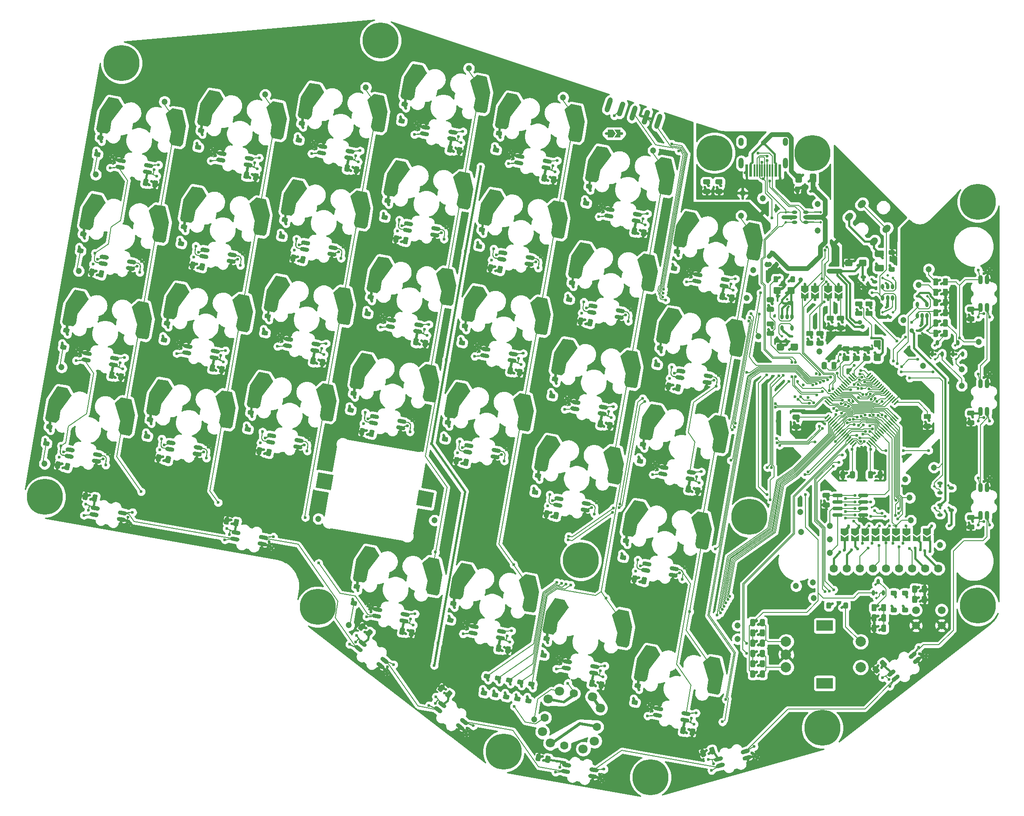
<source format=gbr>
G04 #@! TF.GenerationSoftware,KiCad,Pcbnew,(5.1.7)-1*
G04 #@! TF.CreationDate,2020-10-07T08:34:39+11:00*
G04 #@! TF.ProjectId,Djinn,446a696e-6e2e-46b6-9963-61645f706362,rev?*
G04 #@! TF.SameCoordinates,Original*
G04 #@! TF.FileFunction,Copper,L2,Bot*
G04 #@! TF.FilePolarity,Positive*
%FSLAX46Y46*%
G04 Gerber Fmt 4.6, Leading zero omitted, Abs format (unit mm)*
G04 Created by KiCad (PCBNEW (5.1.7)-1) date 2020-10-07 08:34:39*
%MOMM*%
%LPD*%
G01*
G04 APERTURE LIST*
G04 #@! TA.AperFunction,ComponentPad*
%ADD10C,7.000000*%
G04 #@! TD*
G04 #@! TA.AperFunction,SMDPad,CuDef*
%ADD11C,0.152400*%
G04 #@! TD*
G04 #@! TA.AperFunction,ComponentPad*
%ADD12C,0.600000*%
G04 #@! TD*
G04 #@! TA.AperFunction,SMDPad,CuDef*
%ADD13O,0.820000X1.800000*%
G04 #@! TD*
G04 #@! TA.AperFunction,ComponentPad*
%ADD14C,2.000000*%
G04 #@! TD*
G04 #@! TA.AperFunction,ComponentPad*
%ADD15R,3.200000X2.000000*%
G04 #@! TD*
G04 #@! TA.AperFunction,ComponentPad*
%ADD16C,1.200000*%
G04 #@! TD*
G04 #@! TA.AperFunction,ComponentPad*
%ADD17C,0.500000*%
G04 #@! TD*
G04 #@! TA.AperFunction,ComponentPad*
%ADD18C,1.600000*%
G04 #@! TD*
G04 #@! TA.AperFunction,SMDPad,CuDef*
%ADD19O,0.650000X1.060000*%
G04 #@! TD*
G04 #@! TA.AperFunction,ComponentPad*
%ADD20O,1.000000X2.100000*%
G04 #@! TD*
G04 #@! TA.AperFunction,ComponentPad*
%ADD21O,1.000000X1.600000*%
G04 #@! TD*
G04 #@! TA.AperFunction,SMDPad,CuDef*
%ADD22R,0.570000X2.450000*%
G04 #@! TD*
G04 #@! TA.AperFunction,SMDPad,CuDef*
%ADD23R,0.300000X2.450000*%
G04 #@! TD*
G04 #@! TA.AperFunction,SMDPad,CuDef*
%ADD24O,1.060000X0.650000*%
G04 #@! TD*
G04 #@! TA.AperFunction,ComponentPad*
%ADD25C,1.500000*%
G04 #@! TD*
G04 #@! TA.AperFunction,ComponentPad*
%ADD26C,0.152400*%
G04 #@! TD*
G04 #@! TA.AperFunction,ComponentPad*
%ADD27C,0.800000*%
G04 #@! TD*
G04 #@! TA.AperFunction,ComponentPad*
%ADD28C,1.800000*%
G04 #@! TD*
G04 #@! TA.AperFunction,ViaPad*
%ADD29C,0.600000*%
G04 #@! TD*
G04 #@! TA.AperFunction,ViaPad*
%ADD30C,0.900000*%
G04 #@! TD*
G04 #@! TA.AperFunction,Conductor*
%ADD31C,0.127000*%
G04 #@! TD*
G04 #@! TA.AperFunction,Conductor*
%ADD32C,0.450000*%
G04 #@! TD*
G04 #@! TA.AperFunction,Conductor*
%ADD33C,0.762000*%
G04 #@! TD*
G04 #@! TA.AperFunction,Conductor*
%ADD34C,0.203200*%
G04 #@! TD*
G04 #@! TA.AperFunction,Conductor*
%ADD35C,0.350000*%
G04 #@! TD*
G04 #@! TA.AperFunction,Conductor*
%ADD36C,0.900000*%
G04 #@! TD*
G04 #@! TA.AperFunction,Conductor*
%ADD37C,0.254000*%
G04 #@! TD*
G04 #@! TA.AperFunction,Conductor*
%ADD38C,0.152400*%
G04 #@! TD*
G04 APERTURE END LIST*
D10*
X46966766Y19525432D03*
X99473603Y-123894915D03*
X163167435Y-90487880D03*
X34774198Y-90761447D03*
X163167435Y-11906299D03*
X111919220Y-2381261D03*
X130969300Y-2381260D03*
X85949668Y-81650102D03*
X-3381700Y15104253D03*
X-18267752Y-69318746D03*
X118708259Y-73245522D03*
X70919102Y-118896720D03*
X132900881Y-114300480D03*
G04 #@! TA.AperFunction,SMDPad,CuDef*
D11*
G36*
X110751873Y-120356895D02*
G01*
X110761603Y-120356015D01*
X112748040Y-120273661D01*
X112749435Y-120273613D01*
X112759202Y-120273821D01*
X112768904Y-120274983D01*
X112778445Y-120277086D01*
X112787734Y-120280108D01*
X112796686Y-120284024D01*
X112805213Y-120288794D01*
X112813232Y-120294375D01*
X112820669Y-120300710D01*
X112827453Y-120307741D01*
X112833518Y-120315400D01*
X112838807Y-120323614D01*
X112843269Y-120332305D01*
X112846861Y-120341392D01*
X112849551Y-120350784D01*
X112851309Y-120360395D01*
X112852123Y-120370131D01*
X112851981Y-120379899D01*
X112850889Y-120389608D01*
X112848853Y-120399163D01*
X112845894Y-120408475D01*
X112842042Y-120417453D01*
X112837331Y-120426012D01*
X112831807Y-120434071D01*
X112825523Y-120441552D01*
X112818541Y-120448385D01*
X112810924Y-120454504D01*
X112802746Y-120459849D01*
X112794086Y-120464372D01*
X112785026Y-120468028D01*
X112775652Y-120470782D01*
X112766054Y-120472609D01*
X112756324Y-120473489D01*
X111616038Y-120520762D01*
X111836493Y-121294677D01*
X111836866Y-121296022D01*
X111838948Y-121305568D01*
X111840088Y-121315271D01*
X111840275Y-121325039D01*
X111839509Y-121334779D01*
X111837796Y-121344397D01*
X111835151Y-121353803D01*
X111831602Y-121362906D01*
X111827182Y-121371618D01*
X111821933Y-121379859D01*
X111815904Y-121387546D01*
X111809155Y-121394609D01*
X111801748Y-121400980D01*
X111793754Y-121406598D01*
X111785251Y-121411410D01*
X111776319Y-121415368D01*
X111767043Y-121418436D01*
X111757512Y-121420583D01*
X111747817Y-121421792D01*
X111738050Y-121422047D01*
X111728305Y-121421348D01*
X111718676Y-121419702D01*
X111709252Y-121417124D01*
X111700125Y-121413638D01*
X111691381Y-121409279D01*
X111683105Y-121404088D01*
X111675375Y-121398113D01*
X111668264Y-121391413D01*
X111661841Y-121384050D01*
X111656168Y-121376096D01*
X111651297Y-121367627D01*
X111647277Y-121358722D01*
X111644145Y-121349468D01*
X111410509Y-120529284D01*
X110769887Y-120555842D01*
X110768492Y-120555890D01*
X110758724Y-120555682D01*
X110749024Y-120554521D01*
X110739483Y-120552418D01*
X110730192Y-120549396D01*
X110721241Y-120545480D01*
X110712715Y-120540709D01*
X110704694Y-120535129D01*
X110697258Y-120528794D01*
X110690473Y-120521763D01*
X110684409Y-120514104D01*
X110679120Y-120505890D01*
X110674658Y-120497197D01*
X110671066Y-120488112D01*
X110668377Y-120478719D01*
X110666618Y-120469109D01*
X110665804Y-120459373D01*
X110665945Y-120449604D01*
X110667039Y-120439896D01*
X110669074Y-120430339D01*
X110672033Y-120421029D01*
X110675886Y-120412051D01*
X110680596Y-120403492D01*
X110686120Y-120395433D01*
X110692403Y-120387951D01*
X110699387Y-120381119D01*
X110707004Y-120375000D01*
X110715181Y-120369654D01*
X110723841Y-120365132D01*
X110732902Y-120361476D01*
X110742276Y-120358721D01*
X110751873Y-120356895D01*
G37*
G04 #@! TD.AperFunction*
G04 #@! TA.AperFunction,SMDPad,CuDef*
G36*
X113047492Y-121506231D02*
G01*
X113057135Y-121504660D01*
X113066884Y-121504038D01*
X113076650Y-121504371D01*
X113086335Y-121505654D01*
X113095849Y-121507876D01*
X113105100Y-121511017D01*
X113114001Y-121515044D01*
X113122466Y-121519921D01*
X113130415Y-121525602D01*
X113137772Y-121532031D01*
X113144468Y-121539146D01*
X113150435Y-121546882D01*
X113155620Y-121555161D01*
X113159972Y-121563909D01*
X113163450Y-121573039D01*
X113166020Y-121582465D01*
X113167658Y-121592097D01*
X113168348Y-121601841D01*
X113168085Y-121611608D01*
X113166868Y-121621302D01*
X113164712Y-121630832D01*
X113161637Y-121640105D01*
X113157672Y-121649034D01*
X113152854Y-121657534D01*
X113147229Y-121665522D01*
X113140852Y-121672924D01*
X113133783Y-121679668D01*
X113126089Y-121685689D01*
X113117845Y-121690932D01*
X111417928Y-122658664D01*
X111416710Y-122659345D01*
X111407933Y-122663637D01*
X111398779Y-122667051D01*
X111389335Y-122669556D01*
X111379692Y-122671127D01*
X111369943Y-122671748D01*
X111360177Y-122671416D01*
X111350492Y-122670133D01*
X111340979Y-122667910D01*
X111331727Y-122664770D01*
X111322826Y-122660742D01*
X111314361Y-122655866D01*
X111306412Y-122650185D01*
X111299055Y-122643756D01*
X111292359Y-122636641D01*
X111286392Y-122628905D01*
X111281207Y-122620625D01*
X111276855Y-122611877D01*
X111273377Y-122602748D01*
X111270807Y-122593322D01*
X111269168Y-122583689D01*
X111268479Y-122573946D01*
X111268742Y-122564179D01*
X111269959Y-122554484D01*
X111272115Y-122544955D01*
X111275190Y-122535682D01*
X111279155Y-122526753D01*
X111283973Y-122518253D01*
X111289598Y-122510264D01*
X111295975Y-122502863D01*
X111303044Y-122496119D01*
X111310737Y-122490097D01*
X111318982Y-122484855D01*
X113018899Y-121517123D01*
X113020117Y-121516440D01*
X113028895Y-121512149D01*
X113038048Y-121508736D01*
X113047492Y-121506231D01*
G37*
G04 #@! TD.AperFunction*
G04 #@! TA.AperFunction,SMDPad,CuDef*
G36*
X117934728Y-119001033D02*
G01*
X117925085Y-119002604D01*
X117915336Y-119003226D01*
X117905570Y-119002893D01*
X117895885Y-119001610D01*
X117886371Y-118999388D01*
X117877120Y-118996247D01*
X117868219Y-118992220D01*
X117859754Y-118987343D01*
X117851805Y-118981662D01*
X117844448Y-118975233D01*
X117837752Y-118968118D01*
X117831785Y-118960382D01*
X117826600Y-118952103D01*
X117822248Y-118943355D01*
X117818770Y-118934225D01*
X117816200Y-118924799D01*
X117814562Y-118915167D01*
X117813872Y-118905423D01*
X117814135Y-118895656D01*
X117815352Y-118885962D01*
X117817508Y-118876432D01*
X117820583Y-118867159D01*
X117824548Y-118858230D01*
X117829366Y-118849730D01*
X117834991Y-118841742D01*
X117841368Y-118834340D01*
X117848437Y-118827596D01*
X117856131Y-118821575D01*
X117864375Y-118816332D01*
X119564292Y-117848600D01*
X119565510Y-117847919D01*
X119574287Y-117843627D01*
X119583441Y-117840213D01*
X119592885Y-117837708D01*
X119602528Y-117836137D01*
X119612277Y-117835516D01*
X119622043Y-117835848D01*
X119631728Y-117837131D01*
X119641241Y-117839354D01*
X119650493Y-117842494D01*
X119659394Y-117846522D01*
X119667859Y-117851398D01*
X119675808Y-117857079D01*
X119683165Y-117863508D01*
X119689861Y-117870623D01*
X119695828Y-117878359D01*
X119701013Y-117886639D01*
X119705365Y-117895387D01*
X119708843Y-117904516D01*
X119711413Y-117913942D01*
X119713052Y-117923575D01*
X119713741Y-117933318D01*
X119713478Y-117943085D01*
X119712261Y-117952780D01*
X119710105Y-117962309D01*
X119707030Y-117971582D01*
X119703065Y-117980511D01*
X119698247Y-117989011D01*
X119692622Y-117997000D01*
X119686245Y-118004401D01*
X119679176Y-118011145D01*
X119671483Y-118017167D01*
X119663238Y-118022409D01*
X117963321Y-118990141D01*
X117962103Y-118990824D01*
X117953325Y-118995115D01*
X117944172Y-118998528D01*
X117934728Y-119001033D01*
G37*
G04 #@! TD.AperFunction*
G04 #@! TA.AperFunction,SMDPad,CuDef*
G36*
X120230347Y-120150369D02*
G01*
X120220617Y-120151249D01*
X118234180Y-120233603D01*
X118232785Y-120233651D01*
X118223018Y-120233443D01*
X118213316Y-120232281D01*
X118203775Y-120230178D01*
X118194486Y-120227156D01*
X118185534Y-120223240D01*
X118177007Y-120218470D01*
X118168988Y-120212889D01*
X118161551Y-120206554D01*
X118154767Y-120199523D01*
X118148702Y-120191864D01*
X118143413Y-120183650D01*
X118138951Y-120174959D01*
X118135359Y-120165872D01*
X118132669Y-120156480D01*
X118130911Y-120146869D01*
X118130097Y-120137133D01*
X118130239Y-120127365D01*
X118131331Y-120117656D01*
X118133367Y-120108101D01*
X118136326Y-120098789D01*
X118140178Y-120089811D01*
X118144889Y-120081252D01*
X118150413Y-120073193D01*
X118156697Y-120065712D01*
X118163679Y-120058879D01*
X118171296Y-120052760D01*
X118179474Y-120047415D01*
X118188134Y-120042892D01*
X118197194Y-120039236D01*
X118206568Y-120036482D01*
X118216166Y-120034655D01*
X118225896Y-120033775D01*
X119366182Y-119986502D01*
X119145727Y-119212587D01*
X119145354Y-119211242D01*
X119143272Y-119201696D01*
X119142132Y-119191993D01*
X119141945Y-119182225D01*
X119142711Y-119172485D01*
X119144424Y-119162867D01*
X119147069Y-119153461D01*
X119150618Y-119144358D01*
X119155038Y-119135646D01*
X119160287Y-119127405D01*
X119166316Y-119119718D01*
X119173065Y-119112655D01*
X119180472Y-119106284D01*
X119188466Y-119100666D01*
X119196969Y-119095854D01*
X119205901Y-119091896D01*
X119215177Y-119088828D01*
X119224708Y-119086681D01*
X119234403Y-119085472D01*
X119244170Y-119085217D01*
X119253915Y-119085916D01*
X119263544Y-119087562D01*
X119272968Y-119090140D01*
X119282095Y-119093626D01*
X119290839Y-119097985D01*
X119299115Y-119103176D01*
X119306845Y-119109151D01*
X119313956Y-119115851D01*
X119320379Y-119123214D01*
X119326052Y-119131168D01*
X119330923Y-119139637D01*
X119334943Y-119148542D01*
X119338075Y-119157796D01*
X119571711Y-119977980D01*
X120212333Y-119951422D01*
X120213728Y-119951374D01*
X120223496Y-119951582D01*
X120233196Y-119952743D01*
X120242737Y-119954846D01*
X120252028Y-119957868D01*
X120260979Y-119961784D01*
X120269505Y-119966555D01*
X120277526Y-119972135D01*
X120284962Y-119978470D01*
X120291747Y-119985501D01*
X120297811Y-119993160D01*
X120303100Y-120001374D01*
X120307562Y-120010067D01*
X120311154Y-120019152D01*
X120313843Y-120028545D01*
X120315602Y-120038155D01*
X120316416Y-120047891D01*
X120316275Y-120057660D01*
X120315181Y-120067368D01*
X120313146Y-120076925D01*
X120310187Y-120086235D01*
X120306334Y-120095213D01*
X120301624Y-120103772D01*
X120296100Y-120111831D01*
X120289817Y-120119313D01*
X120282833Y-120126145D01*
X120275216Y-120132264D01*
X120267039Y-120137610D01*
X120258379Y-120142132D01*
X120249318Y-120145788D01*
X120239944Y-120148543D01*
X120230347Y-120150369D01*
G37*
G04 #@! TD.AperFunction*
D12*
X111740319Y-121322073D03*
X110765745Y-120455929D03*
X120216475Y-120051335D03*
X111368455Y-122571760D03*
X119613765Y-117935504D03*
X119241901Y-119185191D03*
G04 #@! TA.AperFunction,SMDPad,CuDef*
G36*
G01*
X119128712Y-119882894D02*
X119128712Y-119882894D01*
G75*
G02*
X118846721Y-120389531I-394314J-112323D01*
G01*
X117904215Y-120658011D01*
G75*
G02*
X117397578Y-120376020I-112323J394314D01*
G01*
X117397578Y-120376020D01*
G75*
G02*
X117679569Y-119869383I394314J112323D01*
G01*
X118622075Y-119600903D01*
G75*
G02*
X119128712Y-119882894I112323J-394314D01*
G01*
G37*
G04 #@! TD.AperFunction*
G04 #@! TA.AperFunction,SMDPad,CuDef*
G36*
G01*
X118778045Y-118651865D02*
X118778045Y-118651865D01*
G75*
G02*
X118496054Y-119158502I-394314J-112323D01*
G01*
X117553548Y-119426982D01*
G75*
G02*
X117046911Y-119144991I-112323J394314D01*
G01*
X117046911Y-119144991D01*
G75*
G02*
X117328902Y-118638354I394314J112323D01*
G01*
X118271408Y-118369874D01*
G75*
G02*
X118778045Y-118651865I112323J-394314D01*
G01*
G37*
G04 #@! TD.AperFunction*
G04 #@! TA.AperFunction,SMDPad,CuDef*
G36*
G01*
X113584642Y-120131244D02*
X113584642Y-120131244D01*
G75*
G02*
X113302651Y-120637881I-394314J-112323D01*
G01*
X112360145Y-120906361D01*
G75*
G02*
X111853508Y-120624370I-112323J394314D01*
G01*
X111853508Y-120624370D01*
G75*
G02*
X112135499Y-120117733I394314J112323D01*
G01*
X113078005Y-119849253D01*
G75*
G02*
X113584642Y-120131244I112323J-394314D01*
G01*
G37*
G04 #@! TD.AperFunction*
G04 #@! TA.AperFunction,SMDPad,CuDef*
G36*
G01*
X113935309Y-121362273D02*
X113935309Y-121362273D01*
G75*
G02*
X113653318Y-121868910I-394314J-112323D01*
G01*
X112710812Y-122137390D01*
G75*
G02*
X112204175Y-121855399I-112323J394314D01*
G01*
X112204175Y-121855399D01*
G75*
G02*
X112486166Y-121348762I394314J112323D01*
G01*
X113428672Y-121080282D01*
G75*
G02*
X113935309Y-121362273I112323J-394314D01*
G01*
G37*
G04 #@! TD.AperFunction*
G04 #@! TA.AperFunction,SMDPad,CuDef*
D11*
G36*
X144544777Y-104423618D02*
G01*
X144553300Y-104418841D01*
X146332959Y-103532544D01*
X146334213Y-103531931D01*
X146343214Y-103528132D01*
X146352544Y-103525231D01*
X146362112Y-103523255D01*
X146371826Y-103522221D01*
X146381596Y-103522140D01*
X146391328Y-103523013D01*
X146400927Y-103524832D01*
X146410303Y-103527578D01*
X146419366Y-103531226D01*
X146428030Y-103535741D01*
X146436212Y-103541079D01*
X146443834Y-103547191D01*
X146450823Y-103554019D01*
X146457113Y-103561494D01*
X146462643Y-103569550D01*
X146467361Y-103578104D01*
X146471220Y-103587079D01*
X146474188Y-103596388D01*
X146476231Y-103605941D01*
X146477332Y-103615650D01*
X146477482Y-103625418D01*
X146476677Y-103635154D01*
X146474925Y-103644766D01*
X146472244Y-103654162D01*
X146468660Y-103663250D01*
X146464205Y-103671946D01*
X146458923Y-103680164D01*
X146452865Y-103687829D01*
X146446087Y-103694866D01*
X146438655Y-103701208D01*
X146430640Y-103706794D01*
X146422117Y-103711571D01*
X145400528Y-104220337D01*
X145917780Y-104836774D01*
X145918670Y-104837850D01*
X145924468Y-104845713D01*
X145929471Y-104854105D01*
X145933630Y-104862946D01*
X145936908Y-104872149D01*
X145939271Y-104881629D01*
X145940698Y-104891295D01*
X145941176Y-104901053D01*
X145940698Y-104910811D01*
X145939271Y-104920476D01*
X145936907Y-104929956D01*
X145933630Y-104939159D01*
X145929471Y-104947999D01*
X145924467Y-104956392D01*
X145918670Y-104964256D01*
X145912132Y-104971516D01*
X145904919Y-104978104D01*
X145897095Y-104983956D01*
X145888738Y-104989018D01*
X145879927Y-104993239D01*
X145870746Y-104996580D01*
X145861284Y-104999010D01*
X145851629Y-105000505D01*
X145841874Y-105001050D01*
X145832112Y-105000641D01*
X145822438Y-104999281D01*
X145812942Y-104996984D01*
X145803715Y-104993771D01*
X145794846Y-104989673D01*
X145786419Y-104984729D01*
X145778515Y-104978986D01*
X145771209Y-104972500D01*
X145764571Y-104965331D01*
X145216394Y-104312039D01*
X144642457Y-104597869D01*
X144641203Y-104598482D01*
X144632202Y-104602281D01*
X144622872Y-104605181D01*
X144613304Y-104607158D01*
X144603590Y-104608192D01*
X144593820Y-104608273D01*
X144584089Y-104607400D01*
X144574489Y-104605581D01*
X144565114Y-104602834D01*
X144556050Y-104599187D01*
X144547387Y-104594672D01*
X144539205Y-104589333D01*
X144531582Y-104583220D01*
X144524593Y-104576394D01*
X144518303Y-104568918D01*
X144512773Y-104560863D01*
X144508055Y-104552308D01*
X144504195Y-104543333D01*
X144501229Y-104534025D01*
X144499185Y-104524470D01*
X144498084Y-104514763D01*
X144497935Y-104504994D01*
X144498740Y-104495258D01*
X144500491Y-104485646D01*
X144503172Y-104476251D01*
X144506757Y-104467163D01*
X144511211Y-104458467D01*
X144516493Y-104450248D01*
X144522552Y-104442583D01*
X144529329Y-104435546D01*
X144536762Y-104429204D01*
X144544777Y-104423618D01*
G37*
G04 #@! TD.AperFunction*
G04 #@! TA.AperFunction,SMDPad,CuDef*
G36*
X147109606Y-104535400D02*
G01*
X147117767Y-104530029D01*
X147126412Y-104525480D01*
X147135463Y-104521796D01*
X147144827Y-104519012D01*
X147154419Y-104517156D01*
X147164147Y-104516245D01*
X147173916Y-104516287D01*
X147183635Y-104517282D01*
X147193211Y-104519222D01*
X147202552Y-104522087D01*
X147211569Y-104525848D01*
X147220175Y-104530473D01*
X147228288Y-104535913D01*
X147235833Y-104542121D01*
X147242736Y-104549036D01*
X147248931Y-104556590D01*
X147254360Y-104564714D01*
X147258968Y-104573327D01*
X147262716Y-104582350D01*
X147265563Y-104591696D01*
X147267487Y-104601275D01*
X147268466Y-104610996D01*
X147268492Y-104620766D01*
X147267565Y-104630492D01*
X147265693Y-104640081D01*
X147262894Y-104649441D01*
X147259195Y-104658484D01*
X147254630Y-104667122D01*
X147249245Y-104675274D01*
X146092657Y-106252781D01*
X146091824Y-106253900D01*
X146085564Y-106261402D01*
X146078602Y-106268256D01*
X146071004Y-106274399D01*
X146062843Y-106279770D01*
X146054197Y-106284319D01*
X146045147Y-106288003D01*
X146035783Y-106290787D01*
X146026191Y-106292642D01*
X146016463Y-106293553D01*
X146006694Y-106293511D01*
X145996975Y-106292516D01*
X145987399Y-106290577D01*
X145978058Y-106287712D01*
X145969041Y-106283951D01*
X145960435Y-106279326D01*
X145952322Y-106273885D01*
X145944776Y-106267677D01*
X145937874Y-106260763D01*
X145931679Y-106253208D01*
X145926250Y-106245084D01*
X145921642Y-106236472D01*
X145917894Y-106227449D01*
X145915046Y-106218103D01*
X145913123Y-106208524D01*
X145912144Y-106198803D01*
X145912118Y-106189033D01*
X145913045Y-106179307D01*
X145914917Y-106169718D01*
X145917716Y-106160358D01*
X145921415Y-106151315D01*
X145925979Y-106142677D01*
X145931365Y-106134525D01*
X147087953Y-104557018D01*
X147088785Y-104555898D01*
X147095046Y-104548396D01*
X147102008Y-104541543D01*
X147109606Y-104535400D01*
G37*
G04 #@! TD.AperFunction*
G04 #@! TA.AperFunction,SMDPad,CuDef*
G36*
X150547892Y-100252962D02*
G01*
X150539731Y-100258333D01*
X150531086Y-100262882D01*
X150522035Y-100266566D01*
X150512671Y-100269350D01*
X150503079Y-100271206D01*
X150493351Y-100272117D01*
X150483582Y-100272075D01*
X150473863Y-100271080D01*
X150464287Y-100269140D01*
X150454946Y-100266275D01*
X150445929Y-100262514D01*
X150437323Y-100257889D01*
X150429210Y-100252449D01*
X150421665Y-100246241D01*
X150414762Y-100239326D01*
X150408567Y-100231772D01*
X150403138Y-100223648D01*
X150398530Y-100215035D01*
X150394782Y-100206012D01*
X150391935Y-100196666D01*
X150390011Y-100187087D01*
X150389032Y-100177366D01*
X150389006Y-100167596D01*
X150389933Y-100157870D01*
X150391805Y-100148281D01*
X150394604Y-100138921D01*
X150398303Y-100129878D01*
X150402868Y-100121240D01*
X150408253Y-100113088D01*
X151564841Y-98535581D01*
X151565674Y-98534462D01*
X151571934Y-98526960D01*
X151578896Y-98520106D01*
X151586494Y-98513963D01*
X151594655Y-98508592D01*
X151603301Y-98504043D01*
X151612351Y-98500359D01*
X151621715Y-98497575D01*
X151631307Y-98495720D01*
X151641035Y-98494809D01*
X151650804Y-98494851D01*
X151660523Y-98495846D01*
X151670099Y-98497785D01*
X151679440Y-98500650D01*
X151688457Y-98504411D01*
X151697063Y-98509036D01*
X151705176Y-98514477D01*
X151712722Y-98520685D01*
X151719624Y-98527599D01*
X151725819Y-98535154D01*
X151731248Y-98543278D01*
X151735856Y-98551890D01*
X151739604Y-98560913D01*
X151742452Y-98570259D01*
X151744375Y-98579838D01*
X151745354Y-98589559D01*
X151745380Y-98599329D01*
X151744453Y-98609055D01*
X151742581Y-98618644D01*
X151739782Y-98628004D01*
X151736083Y-98637047D01*
X151731519Y-98645685D01*
X151726133Y-98653837D01*
X150569545Y-100231344D01*
X150568713Y-100232464D01*
X150562452Y-100239966D01*
X150555490Y-100246819D01*
X150547892Y-100252962D01*
G37*
G04 #@! TD.AperFunction*
G04 #@! TA.AperFunction,SMDPad,CuDef*
G36*
X153112721Y-100364744D02*
G01*
X153104198Y-100369521D01*
X151324539Y-101255818D01*
X151323285Y-101256431D01*
X151314284Y-101260230D01*
X151304954Y-101263131D01*
X151295386Y-101265107D01*
X151285672Y-101266141D01*
X151275902Y-101266222D01*
X151266170Y-101265349D01*
X151256571Y-101263530D01*
X151247195Y-101260784D01*
X151238132Y-101257136D01*
X151229468Y-101252621D01*
X151221286Y-101247283D01*
X151213664Y-101241171D01*
X151206675Y-101234343D01*
X151200385Y-101226868D01*
X151194855Y-101218812D01*
X151190137Y-101210258D01*
X151186278Y-101201283D01*
X151183310Y-101191974D01*
X151181267Y-101182421D01*
X151180166Y-101172712D01*
X151180016Y-101162944D01*
X151180821Y-101153208D01*
X151182573Y-101143596D01*
X151185254Y-101134200D01*
X151188838Y-101125112D01*
X151193293Y-101116416D01*
X151198575Y-101108198D01*
X151204633Y-101100533D01*
X151211411Y-101093496D01*
X151218843Y-101087154D01*
X151226858Y-101081568D01*
X151235381Y-101076791D01*
X152256970Y-100568025D01*
X151739718Y-99951588D01*
X151738828Y-99950512D01*
X151733030Y-99942649D01*
X151728027Y-99934257D01*
X151723868Y-99925416D01*
X151720590Y-99916213D01*
X151718227Y-99906733D01*
X151716800Y-99897067D01*
X151716322Y-99887309D01*
X151716800Y-99877551D01*
X151718227Y-99867886D01*
X151720591Y-99858406D01*
X151723868Y-99849203D01*
X151728027Y-99840363D01*
X151733031Y-99831970D01*
X151738828Y-99824106D01*
X151745366Y-99816846D01*
X151752579Y-99810258D01*
X151760403Y-99804406D01*
X151768760Y-99799344D01*
X151777571Y-99795123D01*
X151786752Y-99791782D01*
X151796214Y-99789352D01*
X151805869Y-99787857D01*
X151815624Y-99787312D01*
X151825386Y-99787721D01*
X151835060Y-99789081D01*
X151844556Y-99791378D01*
X151853783Y-99794591D01*
X151862652Y-99798689D01*
X151871079Y-99803633D01*
X151878983Y-99809376D01*
X151886289Y-99815862D01*
X151892927Y-99823031D01*
X152441104Y-100476323D01*
X153015041Y-100190493D01*
X153016295Y-100189880D01*
X153025296Y-100186081D01*
X153034626Y-100183181D01*
X153044194Y-100181204D01*
X153053908Y-100180170D01*
X153063678Y-100180089D01*
X153073409Y-100180962D01*
X153083009Y-100182781D01*
X153092384Y-100185528D01*
X153101448Y-100189175D01*
X153110111Y-100193690D01*
X153118293Y-100199029D01*
X153125916Y-100205142D01*
X153132905Y-100211968D01*
X153139195Y-100219444D01*
X153144725Y-100227499D01*
X153149443Y-100236054D01*
X153153303Y-100245029D01*
X153156269Y-100254337D01*
X153158313Y-100263892D01*
X153159414Y-100273599D01*
X153159563Y-100283368D01*
X153158758Y-100293104D01*
X153157007Y-100302716D01*
X153154326Y-100312111D01*
X153150741Y-100321199D01*
X153146287Y-100329895D01*
X153141005Y-100338114D01*
X153134946Y-100345779D01*
X153128169Y-100352816D01*
X153120736Y-100359158D01*
X153112721Y-100364744D01*
G37*
G04 #@! TD.AperFunction*
D12*
X145841176Y-104901053D03*
X144597878Y-104508355D03*
X153059620Y-100280007D03*
X146012011Y-106193653D03*
X151645487Y-98594709D03*
X151816322Y-99887309D03*
G04 #@! TA.AperFunction,SMDPad,CuDef*
G36*
G01*
X151997893Y-100570414D02*
X151997893Y-100570414D01*
G75*
G02*
X151947358Y-101148035I-314078J-263543D01*
G01*
X151196634Y-101777967D01*
G75*
G02*
X150619013Y-101727432I-263543J314078D01*
G01*
X150619013Y-101727432D01*
G75*
G02*
X150669548Y-101149811I314078J263543D01*
G01*
X151420272Y-100519879D01*
G75*
G02*
X151997893Y-100570414I263543J-314078D01*
G01*
G37*
G04 #@! TD.AperFunction*
G04 #@! TA.AperFunction,SMDPad,CuDef*
G36*
G01*
X151175125Y-99589877D02*
X151175125Y-99589877D01*
G75*
G02*
X151124590Y-100167498I-314078J-263543D01*
G01*
X150373866Y-100797430D01*
G75*
G02*
X149796245Y-100746895I-263543J314078D01*
G01*
X149796245Y-100746895D01*
G75*
G02*
X149846780Y-100169274I314078J263543D01*
G01*
X150597504Y-99539342D01*
G75*
G02*
X151175125Y-99589877I263543J-314078D01*
G01*
G37*
G04 #@! TD.AperFunction*
G04 #@! TA.AperFunction,SMDPad,CuDef*
G36*
G01*
X147038485Y-103060930D02*
X147038485Y-103060930D01*
G75*
G02*
X146987950Y-103638551I-314078J-263543D01*
G01*
X146237226Y-104268483D01*
G75*
G02*
X145659605Y-104217948I-263543J314078D01*
G01*
X145659605Y-104217948D01*
G75*
G02*
X145710140Y-103640327I314078J263543D01*
G01*
X146460864Y-103010395D01*
G75*
G02*
X147038485Y-103060930I263543J-314078D01*
G01*
G37*
G04 #@! TD.AperFunction*
G04 #@! TA.AperFunction,SMDPad,CuDef*
G36*
G01*
X147861253Y-104041467D02*
X147861253Y-104041467D01*
G75*
G02*
X147810718Y-104619088I-314078J-263543D01*
G01*
X147059994Y-105249020D01*
G75*
G02*
X146482373Y-105198485I-263543J314078D01*
G01*
X146482373Y-105198485D01*
G75*
G02*
X146532908Y-104620864I314078J263543D01*
G01*
X147283632Y-103990932D01*
G75*
G02*
X147861253Y-104041467I263543J-314078D01*
G01*
G37*
G04 #@! TD.AperFunction*
G04 #@! TA.AperFunction,SMDPad,CuDef*
D11*
G36*
X-10261473Y-70651215D02*
G01*
X-10252336Y-70654673D01*
X-8429450Y-71448271D01*
X-8428174Y-71448837D01*
X-8419478Y-71453291D01*
X-8411258Y-71458573D01*
X-8403594Y-71464632D01*
X-8396558Y-71471409D01*
X-8390216Y-71478841D01*
X-8384629Y-71486857D01*
X-8379853Y-71495380D01*
X-8375930Y-71504327D01*
X-8372899Y-71513616D01*
X-8370788Y-71523154D01*
X-8369618Y-71532853D01*
X-8369401Y-71542621D01*
X-8370139Y-71552363D01*
X-8371822Y-71561987D01*
X-8374438Y-71571401D01*
X-8377958Y-71580514D01*
X-8382353Y-71589240D01*
X-8387576Y-71597496D01*
X-8393582Y-71605202D01*
X-8400311Y-71612286D01*
X-8407698Y-71618680D01*
X-8415673Y-71624322D01*
X-8424163Y-71629158D01*
X-8433084Y-71633143D01*
X-8442349Y-71636240D01*
X-8451874Y-71638417D01*
X-8461565Y-71639654D01*
X-8471331Y-71639939D01*
X-8481078Y-71639270D01*
X-8490713Y-71637654D01*
X-8500145Y-71635104D01*
X-8509282Y-71631646D01*
X-9555684Y-71176092D01*
X-9695419Y-71968568D01*
X-9695672Y-71969941D01*
X-9697969Y-71979437D01*
X-9701181Y-71988664D01*
X-9705280Y-71997533D01*
X-9710223Y-72005959D01*
X-9715966Y-72013863D01*
X-9722453Y-72021170D01*
X-9729622Y-72027808D01*
X-9737404Y-72033714D01*
X-9745725Y-72038834D01*
X-9754506Y-72043116D01*
X-9763663Y-72046522D01*
X-9773109Y-72049018D01*
X-9782753Y-72050580D01*
X-9792504Y-72051194D01*
X-9802268Y-72050852D01*
X-9811952Y-72049561D01*
X-9821464Y-72047329D01*
X-9830713Y-72044181D01*
X-9839610Y-72040145D01*
X-9848071Y-72035259D01*
X-9856015Y-72029573D01*
X-9863366Y-72023137D01*
X-9870054Y-72016015D01*
X-9876015Y-72008274D01*
X-9881192Y-71999989D01*
X-9885536Y-71991238D01*
X-9889006Y-71982105D01*
X-9891568Y-71972677D01*
X-9893197Y-71963043D01*
X-9893879Y-71953297D01*
X-9893606Y-71943531D01*
X-9892381Y-71933838D01*
X-9744292Y-71093982D01*
X-10332169Y-70838048D01*
X-10333445Y-70837482D01*
X-10342141Y-70833029D01*
X-10350360Y-70827746D01*
X-10358024Y-70821687D01*
X-10365061Y-70814910D01*
X-10371403Y-70807478D01*
X-10376989Y-70799462D01*
X-10381766Y-70790939D01*
X-10385688Y-70781992D01*
X-10388720Y-70772704D01*
X-10390830Y-70763165D01*
X-10392000Y-70753466D01*
X-10392217Y-70743698D01*
X-10391480Y-70733956D01*
X-10389796Y-70724332D01*
X-10387181Y-70714918D01*
X-10383660Y-70705805D01*
X-10379266Y-70697079D01*
X-10374042Y-70688823D01*
X-10368036Y-70681116D01*
X-10361308Y-70674033D01*
X-10353921Y-70667639D01*
X-10345945Y-70661998D01*
X-10337456Y-70657161D01*
X-10328535Y-70653176D01*
X-10319269Y-70650080D01*
X-10309744Y-70647903D01*
X-10300053Y-70646666D01*
X-10290287Y-70646380D01*
X-10280540Y-70647049D01*
X-10270905Y-70648666D01*
X-10261473Y-70651215D01*
G37*
G04 #@! TD.AperFunction*
G04 #@! TA.AperFunction,SMDPad,CuDef*
G36*
X-8698463Y-72687840D02*
G01*
X-8689103Y-72690639D01*
X-8680061Y-72694338D01*
X-8671421Y-72698903D01*
X-8663269Y-72704287D01*
X-8655682Y-72710442D01*
X-8648732Y-72717309D01*
X-8642484Y-72724820D01*
X-8636999Y-72732904D01*
X-8632330Y-72741486D01*
X-8628520Y-72750483D01*
X-8625605Y-72759808D01*
X-8623616Y-72769374D01*
X-8622569Y-72779086D01*
X-8622475Y-72788856D01*
X-8623334Y-72798589D01*
X-8625140Y-72808190D01*
X-8627873Y-72817571D01*
X-8631509Y-72826637D01*
X-8636012Y-72835308D01*
X-8641341Y-72843497D01*
X-8647442Y-72851127D01*
X-8654259Y-72858126D01*
X-8661727Y-72864426D01*
X-8669773Y-72869968D01*
X-8678322Y-72874697D01*
X-8687292Y-72878570D01*
X-8696597Y-72881549D01*
X-8706148Y-72883605D01*
X-8715854Y-72884719D01*
X-10667735Y-73012723D01*
X-10669128Y-73012805D01*
X-10678898Y-73012831D01*
X-10688624Y-73011904D01*
X-10698214Y-73010032D01*
X-10707574Y-73007233D01*
X-10716616Y-73003534D01*
X-10725255Y-72998969D01*
X-10733407Y-72993585D01*
X-10740994Y-72987430D01*
X-10747945Y-72980563D01*
X-10754193Y-72973052D01*
X-10759677Y-72964968D01*
X-10764347Y-72956386D01*
X-10768156Y-72947389D01*
X-10771071Y-72938064D01*
X-10773061Y-72928498D01*
X-10774108Y-72918786D01*
X-10774202Y-72909015D01*
X-10773343Y-72899283D01*
X-10771537Y-72889682D01*
X-10768804Y-72880301D01*
X-10765168Y-72871235D01*
X-10760665Y-72862564D01*
X-10755336Y-72854375D01*
X-10749234Y-72846745D01*
X-10742417Y-72839746D01*
X-10734950Y-72833446D01*
X-10726903Y-72827904D01*
X-10718354Y-72823175D01*
X-10709385Y-72819302D01*
X-10700080Y-72816323D01*
X-10690529Y-72814267D01*
X-10680823Y-72813153D01*
X-8728942Y-72685149D01*
X-8727548Y-72685066D01*
X-8717777Y-72685041D01*
X-8708053Y-72685968D01*
X-8698463Y-72687840D01*
G37*
G04 #@! TD.AperFunction*
G04 #@! TA.AperFunction,SMDPad,CuDef*
G36*
X-3207837Y-72569022D02*
G01*
X-3217197Y-72566223D01*
X-3226239Y-72562524D01*
X-3234879Y-72557959D01*
X-3243031Y-72552575D01*
X-3250618Y-72546420D01*
X-3257568Y-72539553D01*
X-3263816Y-72532042D01*
X-3269301Y-72523958D01*
X-3273970Y-72515376D01*
X-3277780Y-72506379D01*
X-3280695Y-72497054D01*
X-3282684Y-72487488D01*
X-3283731Y-72477776D01*
X-3283825Y-72468006D01*
X-3282966Y-72458273D01*
X-3281160Y-72448672D01*
X-3278427Y-72439291D01*
X-3274791Y-72430225D01*
X-3270288Y-72421554D01*
X-3264959Y-72413365D01*
X-3258858Y-72405735D01*
X-3252041Y-72398736D01*
X-3244573Y-72392436D01*
X-3236527Y-72386894D01*
X-3227978Y-72382165D01*
X-3219008Y-72378292D01*
X-3209703Y-72375313D01*
X-3200152Y-72373257D01*
X-3190446Y-72372143D01*
X-1238565Y-72244139D01*
X-1237172Y-72244057D01*
X-1227402Y-72244031D01*
X-1217676Y-72244958D01*
X-1208086Y-72246830D01*
X-1198726Y-72249629D01*
X-1189684Y-72253328D01*
X-1181045Y-72257893D01*
X-1172893Y-72263277D01*
X-1165306Y-72269432D01*
X-1158355Y-72276299D01*
X-1152107Y-72283810D01*
X-1146623Y-72291894D01*
X-1141953Y-72300476D01*
X-1138144Y-72309473D01*
X-1135229Y-72318798D01*
X-1133239Y-72328364D01*
X-1132192Y-72338076D01*
X-1132098Y-72347847D01*
X-1132957Y-72357579D01*
X-1134763Y-72367180D01*
X-1137496Y-72376561D01*
X-1141132Y-72385627D01*
X-1145635Y-72394298D01*
X-1150964Y-72402487D01*
X-1157066Y-72410117D01*
X-1163883Y-72417116D01*
X-1171350Y-72423416D01*
X-1179397Y-72428958D01*
X-1187946Y-72433687D01*
X-1196915Y-72437560D01*
X-1206220Y-72440539D01*
X-1215771Y-72442595D01*
X-1225477Y-72443709D01*
X-3177358Y-72571713D01*
X-3178752Y-72571796D01*
X-3188523Y-72571821D01*
X-3198247Y-72570894D01*
X-3207837Y-72569022D01*
G37*
G04 #@! TD.AperFunction*
G04 #@! TA.AperFunction,SMDPad,CuDef*
G36*
X-1644827Y-74605647D02*
G01*
X-1653964Y-74602189D01*
X-3476850Y-73808591D01*
X-3478126Y-73808025D01*
X-3486822Y-73803571D01*
X-3495042Y-73798289D01*
X-3502706Y-73792230D01*
X-3509742Y-73785453D01*
X-3516084Y-73778021D01*
X-3521671Y-73770005D01*
X-3526447Y-73761482D01*
X-3530370Y-73752535D01*
X-3533401Y-73743246D01*
X-3535512Y-73733708D01*
X-3536682Y-73724009D01*
X-3536899Y-73714241D01*
X-3536161Y-73704499D01*
X-3534478Y-73694875D01*
X-3531862Y-73685461D01*
X-3528342Y-73676348D01*
X-3523947Y-73667622D01*
X-3518724Y-73659366D01*
X-3512718Y-73651660D01*
X-3505989Y-73644576D01*
X-3498602Y-73638182D01*
X-3490627Y-73632540D01*
X-3482137Y-73627704D01*
X-3473216Y-73623719D01*
X-3463951Y-73620622D01*
X-3454426Y-73618445D01*
X-3444735Y-73617208D01*
X-3434969Y-73616923D01*
X-3425222Y-73617592D01*
X-3415587Y-73619208D01*
X-3406155Y-73621758D01*
X-3397018Y-73625216D01*
X-2350616Y-74080770D01*
X-2210881Y-73288294D01*
X-2210628Y-73286921D01*
X-2208331Y-73277425D01*
X-2205119Y-73268198D01*
X-2201020Y-73259329D01*
X-2196077Y-73250903D01*
X-2190334Y-73242999D01*
X-2183847Y-73235692D01*
X-2176678Y-73229054D01*
X-2168896Y-73223148D01*
X-2160575Y-73218028D01*
X-2151794Y-73213746D01*
X-2142637Y-73210340D01*
X-2133191Y-73207844D01*
X-2123547Y-73206282D01*
X-2113796Y-73205668D01*
X-2104032Y-73206010D01*
X-2094348Y-73207301D01*
X-2084836Y-73209533D01*
X-2075587Y-73212681D01*
X-2066690Y-73216717D01*
X-2058229Y-73221603D01*
X-2050285Y-73227289D01*
X-2042934Y-73233725D01*
X-2036246Y-73240847D01*
X-2030285Y-73248588D01*
X-2025108Y-73256873D01*
X-2020764Y-73265624D01*
X-2017294Y-73274757D01*
X-2014732Y-73284185D01*
X-2013103Y-73293819D01*
X-2012421Y-73303565D01*
X-2012694Y-73313331D01*
X-2013919Y-73323024D01*
X-2162008Y-74162880D01*
X-1574131Y-74418814D01*
X-1572855Y-74419380D01*
X-1564159Y-74423833D01*
X-1555940Y-74429116D01*
X-1548276Y-74435175D01*
X-1541239Y-74441952D01*
X-1534897Y-74449384D01*
X-1529311Y-74457400D01*
X-1524534Y-74465923D01*
X-1520612Y-74474870D01*
X-1517580Y-74484158D01*
X-1515470Y-74493697D01*
X-1514300Y-74503396D01*
X-1514083Y-74513164D01*
X-1514820Y-74522906D01*
X-1516504Y-74532530D01*
X-1519119Y-74541944D01*
X-1522640Y-74551057D01*
X-1527034Y-74559783D01*
X-1532258Y-74568039D01*
X-1538264Y-74575746D01*
X-1544992Y-74582829D01*
X-1552379Y-74589223D01*
X-1560355Y-74594864D01*
X-1568844Y-74599701D01*
X-1577765Y-74603686D01*
X-1587031Y-74606782D01*
X-1596556Y-74608959D01*
X-1606247Y-74610196D01*
X-1616013Y-74610482D01*
X-1625760Y-74609813D01*
X-1635395Y-74608196D01*
X-1644827Y-74605647D01*
G37*
G04 #@! TD.AperFunction*
D12*
X-9793900Y-71951203D03*
X-10292253Y-70746361D03*
X-1614047Y-74510501D03*
X-10674279Y-72912938D03*
X-1232021Y-72343924D03*
X-2112400Y-73305659D03*
G04 #@! TA.AperFunction,SMDPad,CuDef*
G36*
G01*
X-2518977Y-73883842D02*
X-2518977Y-73883842D01*
G75*
G02*
X-2993944Y-74216417I-403771J71196D01*
G01*
X-3959056Y-74046241D01*
G75*
G02*
X-4291631Y-73571274I71196J403771D01*
G01*
X-4291631Y-73571274D01*
G75*
G02*
X-3816664Y-73238699I403771J-71196D01*
G01*
X-2851552Y-73408875D01*
G75*
G02*
X-2518977Y-73883842I-71196J-403771D01*
G01*
G37*
G04 #@! TD.AperFunction*
G04 #@! TA.AperFunction,SMDPad,CuDef*
G36*
G01*
X-2296707Y-72623288D02*
X-2296707Y-72623288D01*
G75*
G02*
X-2771674Y-72955863I-403771J71196D01*
G01*
X-3736786Y-72785687D01*
G75*
G02*
X-4069361Y-72310720I71196J403771D01*
G01*
X-4069361Y-72310720D01*
G75*
G02*
X-3594394Y-71978145I403771J-71196D01*
G01*
X-2629282Y-72148321D01*
G75*
G02*
X-2296707Y-72623288I-71196J-403771D01*
G01*
G37*
G04 #@! TD.AperFunction*
G04 #@! TA.AperFunction,SMDPad,CuDef*
G36*
G01*
X-7614669Y-71685588D02*
X-7614669Y-71685588D01*
G75*
G02*
X-8089636Y-72018163I-403771J71196D01*
G01*
X-9054748Y-71847987D01*
G75*
G02*
X-9387323Y-71373020I71196J403771D01*
G01*
X-9387323Y-71373020D01*
G75*
G02*
X-8912356Y-71040445I403771J-71196D01*
G01*
X-7947244Y-71210621D01*
G75*
G02*
X-7614669Y-71685588I-71196J-403771D01*
G01*
G37*
G04 #@! TD.AperFunction*
G04 #@! TA.AperFunction,SMDPad,CuDef*
G36*
G01*
X-7836939Y-72946142D02*
X-7836939Y-72946142D01*
G75*
G02*
X-8311906Y-73278717I-403771J71196D01*
G01*
X-9277018Y-73108541D01*
G75*
G02*
X-9609593Y-72633574I71196J403771D01*
G01*
X-9609593Y-72633574D01*
G75*
G02*
X-9134626Y-72300999I403771J-71196D01*
G01*
X-8169514Y-72471175D01*
G75*
G02*
X-7836939Y-72946142I-71196J-403771D01*
G01*
G37*
G04 #@! TD.AperFunction*
G04 #@! TA.AperFunction,SMDPad,CuDef*
D11*
G36*
X17123017Y-75413736D02*
G01*
X17132154Y-75417194D01*
X18955040Y-76210792D01*
X18956316Y-76211358D01*
X18965012Y-76215812D01*
X18973232Y-76221094D01*
X18980896Y-76227153D01*
X18987932Y-76233930D01*
X18994274Y-76241362D01*
X18999861Y-76249378D01*
X19004637Y-76257901D01*
X19008560Y-76266848D01*
X19011591Y-76276137D01*
X19013702Y-76285675D01*
X19014872Y-76295374D01*
X19015089Y-76305142D01*
X19014351Y-76314884D01*
X19012668Y-76324508D01*
X19010052Y-76333922D01*
X19006532Y-76343035D01*
X19002137Y-76351761D01*
X18996914Y-76360017D01*
X18990908Y-76367723D01*
X18984179Y-76374807D01*
X18976792Y-76381201D01*
X18968817Y-76386843D01*
X18960327Y-76391679D01*
X18951406Y-76395664D01*
X18942141Y-76398761D01*
X18932616Y-76400938D01*
X18922925Y-76402175D01*
X18913159Y-76402460D01*
X18903412Y-76401791D01*
X18893777Y-76400175D01*
X18884345Y-76397625D01*
X18875208Y-76394167D01*
X17828806Y-75938613D01*
X17689071Y-76731089D01*
X17688818Y-76732462D01*
X17686521Y-76741958D01*
X17683309Y-76751185D01*
X17679210Y-76760054D01*
X17674267Y-76768480D01*
X17668524Y-76776384D01*
X17662037Y-76783691D01*
X17654868Y-76790329D01*
X17647086Y-76796235D01*
X17638765Y-76801355D01*
X17629984Y-76805637D01*
X17620827Y-76809043D01*
X17611381Y-76811539D01*
X17601737Y-76813101D01*
X17591986Y-76813715D01*
X17582222Y-76813373D01*
X17572538Y-76812082D01*
X17563026Y-76809850D01*
X17553777Y-76806702D01*
X17544880Y-76802666D01*
X17536419Y-76797780D01*
X17528475Y-76792094D01*
X17521124Y-76785658D01*
X17514436Y-76778536D01*
X17508475Y-76770795D01*
X17503298Y-76762510D01*
X17498954Y-76753759D01*
X17495484Y-76744626D01*
X17492922Y-76735198D01*
X17491293Y-76725564D01*
X17490611Y-76715818D01*
X17490884Y-76706052D01*
X17492109Y-76696359D01*
X17640198Y-75856503D01*
X17052321Y-75600569D01*
X17051045Y-75600003D01*
X17042349Y-75595550D01*
X17034130Y-75590267D01*
X17026466Y-75584208D01*
X17019429Y-75577431D01*
X17013087Y-75569999D01*
X17007501Y-75561983D01*
X17002724Y-75553460D01*
X16998802Y-75544513D01*
X16995770Y-75535225D01*
X16993660Y-75525686D01*
X16992490Y-75515987D01*
X16992273Y-75506219D01*
X16993010Y-75496477D01*
X16994694Y-75486853D01*
X16997309Y-75477439D01*
X17000830Y-75468326D01*
X17005224Y-75459600D01*
X17010448Y-75451344D01*
X17016454Y-75443637D01*
X17023182Y-75436554D01*
X17030569Y-75430160D01*
X17038545Y-75424519D01*
X17047034Y-75419682D01*
X17055955Y-75415697D01*
X17065221Y-75412601D01*
X17074746Y-75410424D01*
X17084437Y-75409187D01*
X17094203Y-75408901D01*
X17103950Y-75409570D01*
X17113585Y-75411187D01*
X17123017Y-75413736D01*
G37*
G04 #@! TD.AperFunction*
G04 #@! TA.AperFunction,SMDPad,CuDef*
G36*
X18686027Y-77450361D02*
G01*
X18695387Y-77453160D01*
X18704429Y-77456859D01*
X18713069Y-77461424D01*
X18721221Y-77466808D01*
X18728808Y-77472963D01*
X18735758Y-77479830D01*
X18742006Y-77487341D01*
X18747491Y-77495425D01*
X18752160Y-77504007D01*
X18755970Y-77513004D01*
X18758885Y-77522329D01*
X18760874Y-77531895D01*
X18761921Y-77541607D01*
X18762015Y-77551377D01*
X18761156Y-77561110D01*
X18759350Y-77570711D01*
X18756617Y-77580092D01*
X18752981Y-77589158D01*
X18748478Y-77597829D01*
X18743149Y-77606018D01*
X18737048Y-77613648D01*
X18730231Y-77620647D01*
X18722763Y-77626947D01*
X18714717Y-77632489D01*
X18706168Y-77637218D01*
X18697198Y-77641091D01*
X18687893Y-77644070D01*
X18678342Y-77646126D01*
X18668636Y-77647240D01*
X16716755Y-77775244D01*
X16715362Y-77775326D01*
X16705592Y-77775352D01*
X16695866Y-77774425D01*
X16686276Y-77772553D01*
X16676916Y-77769754D01*
X16667874Y-77766055D01*
X16659235Y-77761490D01*
X16651083Y-77756106D01*
X16643496Y-77749951D01*
X16636545Y-77743084D01*
X16630297Y-77735573D01*
X16624813Y-77727489D01*
X16620143Y-77718907D01*
X16616334Y-77709910D01*
X16613419Y-77700585D01*
X16611429Y-77691019D01*
X16610382Y-77681307D01*
X16610288Y-77671536D01*
X16611147Y-77661804D01*
X16612953Y-77652203D01*
X16615686Y-77642822D01*
X16619322Y-77633756D01*
X16623825Y-77625085D01*
X16629154Y-77616896D01*
X16635256Y-77609266D01*
X16642073Y-77602267D01*
X16649540Y-77595967D01*
X16657587Y-77590425D01*
X16666136Y-77585696D01*
X16675105Y-77581823D01*
X16684410Y-77578844D01*
X16693961Y-77576788D01*
X16703667Y-77575674D01*
X18655548Y-77447670D01*
X18656942Y-77447587D01*
X18666713Y-77447562D01*
X18676437Y-77448489D01*
X18686027Y-77450361D01*
G37*
G04 #@! TD.AperFunction*
G04 #@! TA.AperFunction,SMDPad,CuDef*
G36*
X24176653Y-77331543D02*
G01*
X24167293Y-77328744D01*
X24158251Y-77325045D01*
X24149611Y-77320480D01*
X24141459Y-77315096D01*
X24133872Y-77308941D01*
X24126922Y-77302074D01*
X24120674Y-77294563D01*
X24115189Y-77286479D01*
X24110520Y-77277897D01*
X24106710Y-77268900D01*
X24103795Y-77259575D01*
X24101806Y-77250009D01*
X24100759Y-77240297D01*
X24100665Y-77230527D01*
X24101524Y-77220794D01*
X24103330Y-77211193D01*
X24106063Y-77201812D01*
X24109699Y-77192746D01*
X24114202Y-77184075D01*
X24119531Y-77175886D01*
X24125632Y-77168256D01*
X24132449Y-77161257D01*
X24139917Y-77154957D01*
X24147963Y-77149415D01*
X24156512Y-77144686D01*
X24165482Y-77140813D01*
X24174787Y-77137834D01*
X24184338Y-77135778D01*
X24194044Y-77134664D01*
X26145925Y-77006660D01*
X26147318Y-77006578D01*
X26157088Y-77006552D01*
X26166814Y-77007479D01*
X26176404Y-77009351D01*
X26185764Y-77012150D01*
X26194806Y-77015849D01*
X26203445Y-77020414D01*
X26211597Y-77025798D01*
X26219184Y-77031953D01*
X26226135Y-77038820D01*
X26232383Y-77046331D01*
X26237867Y-77054415D01*
X26242537Y-77062997D01*
X26246346Y-77071994D01*
X26249261Y-77081319D01*
X26251251Y-77090885D01*
X26252298Y-77100597D01*
X26252392Y-77110368D01*
X26251533Y-77120100D01*
X26249727Y-77129701D01*
X26246994Y-77139082D01*
X26243358Y-77148148D01*
X26238855Y-77156819D01*
X26233526Y-77165008D01*
X26227424Y-77172638D01*
X26220607Y-77179637D01*
X26213140Y-77185937D01*
X26205093Y-77191479D01*
X26196544Y-77196208D01*
X26187575Y-77200081D01*
X26178270Y-77203060D01*
X26168719Y-77205116D01*
X26159013Y-77206230D01*
X24207132Y-77334234D01*
X24205738Y-77334317D01*
X24195967Y-77334342D01*
X24186243Y-77333415D01*
X24176653Y-77331543D01*
G37*
G04 #@! TD.AperFunction*
G04 #@! TA.AperFunction,SMDPad,CuDef*
G36*
X25739663Y-79368168D02*
G01*
X25730526Y-79364710D01*
X23907640Y-78571112D01*
X23906364Y-78570546D01*
X23897668Y-78566092D01*
X23889448Y-78560810D01*
X23881784Y-78554751D01*
X23874748Y-78547974D01*
X23868406Y-78540542D01*
X23862819Y-78532526D01*
X23858043Y-78524003D01*
X23854120Y-78515056D01*
X23851089Y-78505767D01*
X23848978Y-78496229D01*
X23847808Y-78486530D01*
X23847591Y-78476762D01*
X23848329Y-78467020D01*
X23850012Y-78457396D01*
X23852628Y-78447982D01*
X23856148Y-78438869D01*
X23860543Y-78430143D01*
X23865766Y-78421887D01*
X23871772Y-78414181D01*
X23878501Y-78407097D01*
X23885888Y-78400703D01*
X23893863Y-78395061D01*
X23902353Y-78390225D01*
X23911274Y-78386240D01*
X23920539Y-78383143D01*
X23930064Y-78380966D01*
X23939755Y-78379729D01*
X23949521Y-78379444D01*
X23959268Y-78380113D01*
X23968903Y-78381729D01*
X23978335Y-78384279D01*
X23987472Y-78387737D01*
X25033874Y-78843291D01*
X25173609Y-78050815D01*
X25173862Y-78049442D01*
X25176159Y-78039946D01*
X25179371Y-78030719D01*
X25183470Y-78021850D01*
X25188413Y-78013424D01*
X25194156Y-78005520D01*
X25200643Y-77998213D01*
X25207812Y-77991575D01*
X25215594Y-77985669D01*
X25223915Y-77980549D01*
X25232696Y-77976267D01*
X25241853Y-77972861D01*
X25251299Y-77970365D01*
X25260943Y-77968803D01*
X25270694Y-77968189D01*
X25280458Y-77968531D01*
X25290142Y-77969822D01*
X25299654Y-77972054D01*
X25308903Y-77975202D01*
X25317800Y-77979238D01*
X25326261Y-77984124D01*
X25334205Y-77989810D01*
X25341556Y-77996246D01*
X25348244Y-78003368D01*
X25354205Y-78011109D01*
X25359382Y-78019394D01*
X25363726Y-78028145D01*
X25367196Y-78037278D01*
X25369758Y-78046706D01*
X25371387Y-78056340D01*
X25372069Y-78066086D01*
X25371796Y-78075852D01*
X25370571Y-78085545D01*
X25222482Y-78925401D01*
X25810359Y-79181335D01*
X25811635Y-79181901D01*
X25820331Y-79186354D01*
X25828550Y-79191637D01*
X25836214Y-79197696D01*
X25843251Y-79204473D01*
X25849593Y-79211905D01*
X25855179Y-79219921D01*
X25859956Y-79228444D01*
X25863878Y-79237391D01*
X25866910Y-79246679D01*
X25869020Y-79256218D01*
X25870190Y-79265917D01*
X25870407Y-79275685D01*
X25869670Y-79285427D01*
X25867986Y-79295051D01*
X25865371Y-79304465D01*
X25861850Y-79313578D01*
X25857456Y-79322304D01*
X25852232Y-79330560D01*
X25846226Y-79338267D01*
X25839498Y-79345350D01*
X25832111Y-79351744D01*
X25824135Y-79357385D01*
X25815646Y-79362222D01*
X25806725Y-79366207D01*
X25797459Y-79369303D01*
X25787934Y-79371480D01*
X25778243Y-79372717D01*
X25768477Y-79373003D01*
X25758730Y-79372334D01*
X25749095Y-79370717D01*
X25739663Y-79368168D01*
G37*
G04 #@! TD.AperFunction*
D12*
X17590590Y-76713724D03*
X17092237Y-75508882D03*
X25770443Y-79273022D03*
X16710211Y-77675459D03*
X26152469Y-77106445D03*
X25272090Y-78068180D03*
G04 #@! TA.AperFunction,SMDPad,CuDef*
G36*
G01*
X24865513Y-78646363D02*
X24865513Y-78646363D01*
G75*
G02*
X24390546Y-78978938I-403771J71196D01*
G01*
X23425434Y-78808762D01*
G75*
G02*
X23092859Y-78333795I71196J403771D01*
G01*
X23092859Y-78333795D01*
G75*
G02*
X23567826Y-78001220I403771J-71196D01*
G01*
X24532938Y-78171396D01*
G75*
G02*
X24865513Y-78646363I-71196J-403771D01*
G01*
G37*
G04 #@! TD.AperFunction*
G04 #@! TA.AperFunction,SMDPad,CuDef*
G36*
G01*
X25087783Y-77385809D02*
X25087783Y-77385809D01*
G75*
G02*
X24612816Y-77718384I-403771J71196D01*
G01*
X23647704Y-77548208D01*
G75*
G02*
X23315129Y-77073241I71196J403771D01*
G01*
X23315129Y-77073241D01*
G75*
G02*
X23790096Y-76740666I403771J-71196D01*
G01*
X24755208Y-76910842D01*
G75*
G02*
X25087783Y-77385809I-71196J-403771D01*
G01*
G37*
G04 #@! TD.AperFunction*
G04 #@! TA.AperFunction,SMDPad,CuDef*
G36*
G01*
X19769821Y-76448109D02*
X19769821Y-76448109D01*
G75*
G02*
X19294854Y-76780684I-403771J71196D01*
G01*
X18329742Y-76610508D01*
G75*
G02*
X17997167Y-76135541I71196J403771D01*
G01*
X17997167Y-76135541D01*
G75*
G02*
X18472134Y-75802966I403771J-71196D01*
G01*
X19437246Y-75973142D01*
G75*
G02*
X19769821Y-76448109I-71196J-403771D01*
G01*
G37*
G04 #@! TD.AperFunction*
G04 #@! TA.AperFunction,SMDPad,CuDef*
G36*
G01*
X19547551Y-77708663D02*
X19547551Y-77708663D01*
G75*
G02*
X19072584Y-78041238I-403771J71196D01*
G01*
X18107472Y-77871062D01*
G75*
G02*
X17774897Y-77396095I71196J403771D01*
G01*
X17774897Y-77396095D01*
G75*
G02*
X18249864Y-77063520I403771J-71196D01*
G01*
X19214976Y-77233696D01*
G75*
G02*
X19547551Y-77708663I-71196J-403771D01*
G01*
G37*
G04 #@! TD.AperFunction*
G04 #@! TA.AperFunction,SMDPad,CuDef*
D11*
G36*
X42368164Y-96244509D02*
G01*
X42374608Y-96251852D01*
X43611549Y-97808350D01*
X43612410Y-97809449D01*
X43617997Y-97817464D01*
X43622775Y-97825987D01*
X43626697Y-97834935D01*
X43629728Y-97844221D01*
X43631839Y-97853761D01*
X43633008Y-97863461D01*
X43633225Y-97873229D01*
X43632488Y-97882971D01*
X43630804Y-97892595D01*
X43628189Y-97902008D01*
X43624668Y-97911121D01*
X43620275Y-97919847D01*
X43615049Y-97928103D01*
X43609045Y-97935810D01*
X43602315Y-97942894D01*
X43594929Y-97949288D01*
X43586952Y-97954928D01*
X43578464Y-97959766D01*
X43569544Y-97963751D01*
X43560277Y-97966847D01*
X43550753Y-97969024D01*
X43541062Y-97970261D01*
X43531296Y-97970546D01*
X43521548Y-97969877D01*
X43511914Y-97968260D01*
X43502482Y-97965711D01*
X43493345Y-97962254D01*
X43484588Y-97957921D01*
X43476296Y-97952755D01*
X43468547Y-97946803D01*
X43461416Y-97940124D01*
X43454972Y-97932781D01*
X42744923Y-97039295D01*
X42249500Y-97673408D01*
X42248632Y-97674502D01*
X42242146Y-97681809D01*
X42234978Y-97688447D01*
X42227195Y-97694353D01*
X42218875Y-97699473D01*
X42210093Y-97703756D01*
X42200935Y-97707161D01*
X42191489Y-97709657D01*
X42181846Y-97711218D01*
X42172095Y-97711832D01*
X42162331Y-97711491D01*
X42152647Y-97710199D01*
X42143136Y-97707968D01*
X42133886Y-97704819D01*
X42124989Y-97700784D01*
X42116528Y-97695898D01*
X42108584Y-97690212D01*
X42101233Y-97683776D01*
X42094544Y-97676654D01*
X42088584Y-97668913D01*
X42083406Y-97660628D01*
X42079063Y-97651877D01*
X42075593Y-97642744D01*
X42073032Y-97633316D01*
X42071403Y-97623682D01*
X42070721Y-97613937D01*
X42070994Y-97604170D01*
X42072218Y-97594477D01*
X42074382Y-97584950D01*
X42077466Y-97575679D01*
X42081440Y-97566754D01*
X42086266Y-97558259D01*
X42091898Y-97550276D01*
X42616941Y-96878251D01*
X42218030Y-96376283D01*
X42217169Y-96375184D01*
X42211582Y-96367169D01*
X42206805Y-96358646D01*
X42202883Y-96349699D01*
X42199851Y-96340411D01*
X42197740Y-96330872D01*
X42196572Y-96321172D01*
X42196355Y-96311403D01*
X42197092Y-96301662D01*
X42198776Y-96292038D01*
X42201391Y-96282625D01*
X42204912Y-96273512D01*
X42209306Y-96264786D01*
X42214530Y-96256530D01*
X42220535Y-96248823D01*
X42227264Y-96241739D01*
X42234651Y-96235345D01*
X42242627Y-96229703D01*
X42251116Y-96224867D01*
X42260036Y-96220881D01*
X42269303Y-96217786D01*
X42278827Y-96215609D01*
X42288518Y-96214372D01*
X42298283Y-96214087D01*
X42308031Y-96214756D01*
X42317666Y-96216373D01*
X42327098Y-96218922D01*
X42336235Y-96222379D01*
X42344992Y-96226712D01*
X42353284Y-96231879D01*
X42361033Y-96237830D01*
X42368164Y-96244509D01*
G37*
G04 #@! TD.AperFunction*
G04 #@! TA.AperFunction,SMDPad,CuDef*
G36*
X42792083Y-98776531D02*
G01*
X42799034Y-98783396D01*
X42805281Y-98790908D01*
X42810766Y-98798994D01*
X42815436Y-98807575D01*
X42819246Y-98816572D01*
X42822159Y-98825897D01*
X42824149Y-98835462D01*
X42825196Y-98845175D01*
X42825290Y-98854945D01*
X42824430Y-98864678D01*
X42822626Y-98874279D01*
X42819891Y-98883659D01*
X42816256Y-98892727D01*
X42811753Y-98901397D01*
X42806425Y-98909587D01*
X42800323Y-98917217D01*
X42793506Y-98924216D01*
X42786039Y-98930515D01*
X42777992Y-98936056D01*
X42769443Y-98940785D01*
X42760473Y-98944658D01*
X42751168Y-98947637D01*
X42741617Y-98949694D01*
X42731911Y-98950809D01*
X42722142Y-98950971D01*
X42712405Y-98950179D01*
X42702790Y-98948442D01*
X42693392Y-98945773D01*
X42684299Y-98942200D01*
X40900796Y-98138868D01*
X40899527Y-98138286D01*
X40890888Y-98133723D01*
X40882737Y-98128338D01*
X40875148Y-98122183D01*
X40868198Y-98115318D01*
X40861951Y-98107806D01*
X40856466Y-98099720D01*
X40851796Y-98091139D01*
X40847987Y-98082143D01*
X40845073Y-98072817D01*
X40843083Y-98063252D01*
X40842035Y-98053539D01*
X40841941Y-98043769D01*
X40842802Y-98034037D01*
X40844606Y-98024435D01*
X40847340Y-98015055D01*
X40850975Y-98005987D01*
X40855479Y-97997316D01*
X40860807Y-97989127D01*
X40866908Y-97981497D01*
X40873726Y-97974498D01*
X40881192Y-97968199D01*
X40889239Y-97962658D01*
X40897789Y-97957929D01*
X40906759Y-97954056D01*
X40916063Y-97951077D01*
X40925614Y-97949020D01*
X40935321Y-97947905D01*
X40945089Y-97947743D01*
X40954827Y-97948535D01*
X40964441Y-97950272D01*
X40973840Y-97952941D01*
X40982933Y-97956514D01*
X42766436Y-98759846D01*
X42767705Y-98760427D01*
X42776344Y-98764992D01*
X42784495Y-98770376D01*
X42792083Y-98776531D01*
G37*
G04 #@! TD.AperFunction*
G04 #@! TA.AperFunction,SMDPad,CuDef*
G36*
X47695799Y-101249313D02*
G01*
X47688848Y-101242448D01*
X47682601Y-101234936D01*
X47677116Y-101226850D01*
X47672446Y-101218269D01*
X47668636Y-101209272D01*
X47665723Y-101199947D01*
X47663733Y-101190382D01*
X47662686Y-101180669D01*
X47662592Y-101170899D01*
X47663452Y-101161166D01*
X47665256Y-101151565D01*
X47667991Y-101142185D01*
X47671626Y-101133117D01*
X47676129Y-101124447D01*
X47681457Y-101116257D01*
X47687559Y-101108627D01*
X47694376Y-101101628D01*
X47701843Y-101095329D01*
X47709890Y-101089788D01*
X47718439Y-101085059D01*
X47727409Y-101081186D01*
X47736714Y-101078207D01*
X47746265Y-101076150D01*
X47755971Y-101075035D01*
X47765740Y-101074873D01*
X47775477Y-101075665D01*
X47785092Y-101077402D01*
X47794490Y-101080071D01*
X47803583Y-101083644D01*
X49587086Y-101886976D01*
X49588355Y-101887558D01*
X49596994Y-101892121D01*
X49605145Y-101897506D01*
X49612734Y-101903661D01*
X49619684Y-101910526D01*
X49625931Y-101918038D01*
X49631416Y-101926124D01*
X49636086Y-101934705D01*
X49639895Y-101943701D01*
X49642809Y-101953027D01*
X49644799Y-101962592D01*
X49645847Y-101972305D01*
X49645941Y-101982075D01*
X49645080Y-101991807D01*
X49643276Y-102001409D01*
X49640542Y-102010789D01*
X49636907Y-102019857D01*
X49632403Y-102028528D01*
X49627075Y-102036717D01*
X49620974Y-102044347D01*
X49614156Y-102051346D01*
X49606690Y-102057645D01*
X49598643Y-102063186D01*
X49590093Y-102067915D01*
X49581123Y-102071788D01*
X49571819Y-102074767D01*
X49562268Y-102076824D01*
X49552561Y-102077939D01*
X49542793Y-102078101D01*
X49533055Y-102077309D01*
X49523441Y-102075572D01*
X49514042Y-102072903D01*
X49504949Y-102069330D01*
X47721446Y-101265998D01*
X47720177Y-101265417D01*
X47711538Y-101260852D01*
X47703387Y-101255468D01*
X47695799Y-101249313D01*
G37*
G04 #@! TD.AperFunction*
G04 #@! TA.AperFunction,SMDPad,CuDef*
G36*
X48119718Y-103781335D02*
G01*
X48113274Y-103773992D01*
X46876333Y-102217494D01*
X46875472Y-102216395D01*
X46869885Y-102208380D01*
X46865107Y-102199857D01*
X46861185Y-102190909D01*
X46858154Y-102181623D01*
X46856043Y-102172083D01*
X46854874Y-102162383D01*
X46854657Y-102152615D01*
X46855394Y-102142873D01*
X46857078Y-102133249D01*
X46859693Y-102123836D01*
X46863214Y-102114723D01*
X46867607Y-102105997D01*
X46872833Y-102097741D01*
X46878837Y-102090034D01*
X46885567Y-102082950D01*
X46892953Y-102076556D01*
X46900930Y-102070916D01*
X46909418Y-102066078D01*
X46918338Y-102062093D01*
X46927605Y-102058997D01*
X46937129Y-102056820D01*
X46946820Y-102055583D01*
X46956586Y-102055298D01*
X46966334Y-102055967D01*
X46975968Y-102057584D01*
X46985400Y-102060133D01*
X46994537Y-102063590D01*
X47003294Y-102067923D01*
X47011586Y-102073089D01*
X47019335Y-102079041D01*
X47026466Y-102085720D01*
X47032910Y-102093063D01*
X47742959Y-102986549D01*
X48238382Y-102352436D01*
X48239250Y-102351342D01*
X48245736Y-102344035D01*
X48252904Y-102337397D01*
X48260687Y-102331491D01*
X48269007Y-102326371D01*
X48277789Y-102322088D01*
X48286947Y-102318683D01*
X48296393Y-102316187D01*
X48306036Y-102314626D01*
X48315787Y-102314012D01*
X48325551Y-102314353D01*
X48335235Y-102315645D01*
X48344746Y-102317876D01*
X48353996Y-102321025D01*
X48362893Y-102325060D01*
X48371354Y-102329946D01*
X48379298Y-102335632D01*
X48386649Y-102342068D01*
X48393338Y-102349190D01*
X48399298Y-102356931D01*
X48404476Y-102365216D01*
X48408819Y-102373967D01*
X48412289Y-102383100D01*
X48414850Y-102392528D01*
X48416479Y-102402162D01*
X48417161Y-102411907D01*
X48416888Y-102421674D01*
X48415664Y-102431367D01*
X48413500Y-102440894D01*
X48410416Y-102450165D01*
X48406442Y-102459090D01*
X48401616Y-102467585D01*
X48395984Y-102475568D01*
X47870941Y-103147593D01*
X48269852Y-103649561D01*
X48270713Y-103650660D01*
X48276300Y-103658675D01*
X48281077Y-103667198D01*
X48284999Y-103676145D01*
X48288031Y-103685433D01*
X48290142Y-103694972D01*
X48291310Y-103704672D01*
X48291527Y-103714441D01*
X48290790Y-103724182D01*
X48289106Y-103733806D01*
X48286491Y-103743219D01*
X48282970Y-103752332D01*
X48278576Y-103761058D01*
X48273352Y-103769314D01*
X48267347Y-103777021D01*
X48260618Y-103784105D01*
X48253231Y-103790499D01*
X48245255Y-103796141D01*
X48236766Y-103800977D01*
X48227846Y-103804963D01*
X48218579Y-103808058D01*
X48209055Y-103810235D01*
X48199364Y-103811472D01*
X48189599Y-103811757D01*
X48179851Y-103811088D01*
X48170216Y-103809471D01*
X48160784Y-103806922D01*
X48151647Y-103803465D01*
X48142890Y-103799132D01*
X48134598Y-103793965D01*
X48126849Y-103788014D01*
X48119718Y-103781335D01*
G37*
G04 #@! TD.AperFunction*
D12*
X42170699Y-97611842D03*
X42296319Y-96314067D03*
X48191563Y-103711777D03*
X40941864Y-98047691D03*
X49546018Y-101978153D03*
X48317183Y-102414002D03*
G04 #@! TA.AperFunction,SMDPad,CuDef*
G36*
G01*
X47686756Y-102733630D02*
X47686756Y-102733630D01*
G75*
G02*
X47111251Y-102804293I-323084J252421D01*
G01*
X46339001Y-102200945D01*
G75*
G02*
X46268338Y-101625440I252421J323084D01*
G01*
X46268338Y-101625440D01*
G75*
G02*
X46843843Y-101554777I323084J-252421D01*
G01*
X47616093Y-102158125D01*
G75*
G02*
X47686756Y-102733630I-252421J-323084D01*
G01*
G37*
G04 #@! TD.AperFunction*
G04 #@! TA.AperFunction,SMDPad,CuDef*
G36*
G01*
X48474802Y-101724976D02*
X48474802Y-101724976D01*
G75*
G02*
X47899297Y-101795639I-323084J252421D01*
G01*
X47127047Y-101192291D01*
G75*
G02*
X47056384Y-100616786I252421J323084D01*
G01*
X47056384Y-100616786D01*
G75*
G02*
X47631889Y-100546123I323084J-252421D01*
G01*
X48404139Y-101149471D01*
G75*
G02*
X48474802Y-101724976I-252421J-323084D01*
G01*
G37*
G04 #@! TD.AperFunction*
G04 #@! TA.AperFunction,SMDPad,CuDef*
G36*
G01*
X44219544Y-98400404D02*
X44219544Y-98400404D01*
G75*
G02*
X43644039Y-98471067I-323084J252421D01*
G01*
X42871789Y-97867719D01*
G75*
G02*
X42801126Y-97292214I252421J323084D01*
G01*
X42801126Y-97292214D01*
G75*
G02*
X43376631Y-97221551I323084J-252421D01*
G01*
X44148881Y-97824899D01*
G75*
G02*
X44219544Y-98400404I-252421J-323084D01*
G01*
G37*
G04 #@! TD.AperFunction*
G04 #@! TA.AperFunction,SMDPad,CuDef*
G36*
G01*
X43431498Y-99409058D02*
X43431498Y-99409058D01*
G75*
G02*
X42855993Y-99479721I-323084J252421D01*
G01*
X42083743Y-98876373D01*
G75*
G02*
X42013080Y-98300868I252421J323084D01*
G01*
X42013080Y-98300868D01*
G75*
G02*
X42588585Y-98230205I323084J-252421D01*
G01*
X43360835Y-98833553D01*
G75*
G02*
X43431498Y-99409058I-252421J-323084D01*
G01*
G37*
G04 #@! TD.AperFunction*
G04 #@! TA.AperFunction,SMDPad,CuDef*
D11*
G36*
X57846353Y-108150809D02*
G01*
X57852797Y-108158152D01*
X59089738Y-109714650D01*
X59090599Y-109715749D01*
X59096186Y-109723764D01*
X59100964Y-109732287D01*
X59104886Y-109741235D01*
X59107917Y-109750521D01*
X59110028Y-109760061D01*
X59111197Y-109769761D01*
X59111414Y-109779529D01*
X59110677Y-109789271D01*
X59108993Y-109798895D01*
X59106378Y-109808308D01*
X59102857Y-109817421D01*
X59098464Y-109826147D01*
X59093238Y-109834403D01*
X59087234Y-109842110D01*
X59080504Y-109849194D01*
X59073118Y-109855588D01*
X59065141Y-109861228D01*
X59056653Y-109866066D01*
X59047733Y-109870051D01*
X59038466Y-109873147D01*
X59028942Y-109875324D01*
X59019251Y-109876561D01*
X59009485Y-109876846D01*
X58999737Y-109876177D01*
X58990103Y-109874560D01*
X58980671Y-109872011D01*
X58971534Y-109868554D01*
X58962777Y-109864221D01*
X58954485Y-109859055D01*
X58946736Y-109853103D01*
X58939605Y-109846424D01*
X58933161Y-109839081D01*
X58223112Y-108945595D01*
X57727689Y-109579708D01*
X57726821Y-109580802D01*
X57720335Y-109588109D01*
X57713167Y-109594747D01*
X57705384Y-109600653D01*
X57697064Y-109605773D01*
X57688282Y-109610056D01*
X57679124Y-109613461D01*
X57669678Y-109615957D01*
X57660035Y-109617518D01*
X57650284Y-109618132D01*
X57640520Y-109617791D01*
X57630836Y-109616499D01*
X57621325Y-109614268D01*
X57612075Y-109611119D01*
X57603178Y-109607084D01*
X57594717Y-109602198D01*
X57586773Y-109596512D01*
X57579422Y-109590076D01*
X57572733Y-109582954D01*
X57566773Y-109575213D01*
X57561595Y-109566928D01*
X57557252Y-109558177D01*
X57553782Y-109549044D01*
X57551221Y-109539616D01*
X57549592Y-109529982D01*
X57548910Y-109520237D01*
X57549183Y-109510470D01*
X57550407Y-109500777D01*
X57552571Y-109491250D01*
X57555655Y-109481979D01*
X57559629Y-109473054D01*
X57564455Y-109464559D01*
X57570087Y-109456576D01*
X58095130Y-108784551D01*
X57696219Y-108282583D01*
X57695358Y-108281484D01*
X57689771Y-108273469D01*
X57684994Y-108264946D01*
X57681072Y-108255999D01*
X57678040Y-108246711D01*
X57675929Y-108237172D01*
X57674761Y-108227472D01*
X57674544Y-108217703D01*
X57675281Y-108207962D01*
X57676965Y-108198338D01*
X57679580Y-108188925D01*
X57683101Y-108179812D01*
X57687495Y-108171086D01*
X57692719Y-108162830D01*
X57698724Y-108155123D01*
X57705453Y-108148039D01*
X57712840Y-108141645D01*
X57720816Y-108136003D01*
X57729305Y-108131167D01*
X57738225Y-108127181D01*
X57747492Y-108124086D01*
X57757016Y-108121909D01*
X57766707Y-108120672D01*
X57776472Y-108120387D01*
X57786220Y-108121056D01*
X57795855Y-108122673D01*
X57805287Y-108125222D01*
X57814424Y-108128679D01*
X57823181Y-108133012D01*
X57831473Y-108138179D01*
X57839222Y-108144130D01*
X57846353Y-108150809D01*
G37*
G04 #@! TD.AperFunction*
G04 #@! TA.AperFunction,SMDPad,CuDef*
G36*
X58270272Y-110682831D02*
G01*
X58277223Y-110689696D01*
X58283470Y-110697208D01*
X58288955Y-110705294D01*
X58293625Y-110713875D01*
X58297435Y-110722872D01*
X58300348Y-110732197D01*
X58302338Y-110741762D01*
X58303385Y-110751475D01*
X58303479Y-110761245D01*
X58302619Y-110770978D01*
X58300815Y-110780579D01*
X58298080Y-110789959D01*
X58294445Y-110799027D01*
X58289942Y-110807697D01*
X58284614Y-110815887D01*
X58278512Y-110823517D01*
X58271695Y-110830516D01*
X58264228Y-110836815D01*
X58256181Y-110842356D01*
X58247632Y-110847085D01*
X58238662Y-110850958D01*
X58229357Y-110853937D01*
X58219806Y-110855994D01*
X58210100Y-110857109D01*
X58200331Y-110857271D01*
X58190594Y-110856479D01*
X58180979Y-110854742D01*
X58171581Y-110852073D01*
X58162488Y-110848500D01*
X56378985Y-110045168D01*
X56377716Y-110044586D01*
X56369077Y-110040023D01*
X56360926Y-110034638D01*
X56353337Y-110028483D01*
X56346387Y-110021618D01*
X56340140Y-110014106D01*
X56334655Y-110006020D01*
X56329985Y-109997439D01*
X56326176Y-109988443D01*
X56323262Y-109979117D01*
X56321272Y-109969552D01*
X56320224Y-109959839D01*
X56320130Y-109950069D01*
X56320991Y-109940337D01*
X56322795Y-109930735D01*
X56325529Y-109921355D01*
X56329164Y-109912287D01*
X56333668Y-109903616D01*
X56338996Y-109895427D01*
X56345097Y-109887797D01*
X56351915Y-109880798D01*
X56359381Y-109874499D01*
X56367428Y-109868958D01*
X56375978Y-109864229D01*
X56384948Y-109860356D01*
X56394252Y-109857377D01*
X56403803Y-109855320D01*
X56413510Y-109854205D01*
X56423278Y-109854043D01*
X56433016Y-109854835D01*
X56442630Y-109856572D01*
X56452029Y-109859241D01*
X56461122Y-109862814D01*
X58244625Y-110666146D01*
X58245894Y-110666727D01*
X58254533Y-110671292D01*
X58262684Y-110676676D01*
X58270272Y-110682831D01*
G37*
G04 #@! TD.AperFunction*
G04 #@! TA.AperFunction,SMDPad,CuDef*
G36*
X63173988Y-113155613D02*
G01*
X63167037Y-113148748D01*
X63160790Y-113141236D01*
X63155305Y-113133150D01*
X63150635Y-113124569D01*
X63146825Y-113115572D01*
X63143912Y-113106247D01*
X63141922Y-113096682D01*
X63140875Y-113086969D01*
X63140781Y-113077199D01*
X63141641Y-113067466D01*
X63143445Y-113057865D01*
X63146180Y-113048485D01*
X63149815Y-113039417D01*
X63154318Y-113030747D01*
X63159646Y-113022557D01*
X63165748Y-113014927D01*
X63172565Y-113007928D01*
X63180032Y-113001629D01*
X63188079Y-112996088D01*
X63196628Y-112991359D01*
X63205598Y-112987486D01*
X63214903Y-112984507D01*
X63224454Y-112982450D01*
X63234160Y-112981335D01*
X63243929Y-112981173D01*
X63253666Y-112981965D01*
X63263281Y-112983702D01*
X63272679Y-112986371D01*
X63281772Y-112989944D01*
X65065275Y-113793276D01*
X65066544Y-113793858D01*
X65075183Y-113798421D01*
X65083334Y-113803806D01*
X65090923Y-113809961D01*
X65097873Y-113816826D01*
X65104120Y-113824338D01*
X65109605Y-113832424D01*
X65114275Y-113841005D01*
X65118084Y-113850001D01*
X65120998Y-113859327D01*
X65122988Y-113868892D01*
X65124036Y-113878605D01*
X65124130Y-113888375D01*
X65123269Y-113898107D01*
X65121465Y-113907709D01*
X65118731Y-113917089D01*
X65115096Y-113926157D01*
X65110592Y-113934828D01*
X65105264Y-113943017D01*
X65099163Y-113950647D01*
X65092345Y-113957646D01*
X65084879Y-113963945D01*
X65076832Y-113969486D01*
X65068282Y-113974215D01*
X65059312Y-113978088D01*
X65050008Y-113981067D01*
X65040457Y-113983124D01*
X65030750Y-113984239D01*
X65020982Y-113984401D01*
X65011244Y-113983609D01*
X65001630Y-113981872D01*
X64992231Y-113979203D01*
X64983138Y-113975630D01*
X63199635Y-113172298D01*
X63198366Y-113171717D01*
X63189727Y-113167152D01*
X63181576Y-113161768D01*
X63173988Y-113155613D01*
G37*
G04 #@! TD.AperFunction*
G04 #@! TA.AperFunction,SMDPad,CuDef*
G36*
X63597907Y-115687635D02*
G01*
X63591463Y-115680292D01*
X62354522Y-114123794D01*
X62353661Y-114122695D01*
X62348074Y-114114680D01*
X62343296Y-114106157D01*
X62339374Y-114097209D01*
X62336343Y-114087923D01*
X62334232Y-114078383D01*
X62333063Y-114068683D01*
X62332846Y-114058915D01*
X62333583Y-114049173D01*
X62335267Y-114039549D01*
X62337882Y-114030136D01*
X62341403Y-114021023D01*
X62345796Y-114012297D01*
X62351022Y-114004041D01*
X62357026Y-113996334D01*
X62363756Y-113989250D01*
X62371142Y-113982856D01*
X62379119Y-113977216D01*
X62387607Y-113972378D01*
X62396527Y-113968393D01*
X62405794Y-113965297D01*
X62415318Y-113963120D01*
X62425009Y-113961883D01*
X62434775Y-113961598D01*
X62444523Y-113962267D01*
X62454157Y-113963884D01*
X62463589Y-113966433D01*
X62472726Y-113969890D01*
X62481483Y-113974223D01*
X62489775Y-113979389D01*
X62497524Y-113985341D01*
X62504655Y-113992020D01*
X62511099Y-113999363D01*
X63221148Y-114892849D01*
X63716571Y-114258736D01*
X63717439Y-114257642D01*
X63723925Y-114250335D01*
X63731093Y-114243697D01*
X63738876Y-114237791D01*
X63747196Y-114232671D01*
X63755978Y-114228388D01*
X63765136Y-114224983D01*
X63774582Y-114222487D01*
X63784225Y-114220926D01*
X63793976Y-114220312D01*
X63803740Y-114220653D01*
X63813424Y-114221945D01*
X63822935Y-114224176D01*
X63832185Y-114227325D01*
X63841082Y-114231360D01*
X63849543Y-114236246D01*
X63857487Y-114241932D01*
X63864838Y-114248368D01*
X63871527Y-114255490D01*
X63877487Y-114263231D01*
X63882665Y-114271516D01*
X63887008Y-114280267D01*
X63890478Y-114289400D01*
X63893039Y-114298828D01*
X63894668Y-114308462D01*
X63895350Y-114318207D01*
X63895077Y-114327974D01*
X63893853Y-114337667D01*
X63891689Y-114347194D01*
X63888605Y-114356465D01*
X63884631Y-114365390D01*
X63879805Y-114373885D01*
X63874173Y-114381868D01*
X63349130Y-115053893D01*
X63748041Y-115555861D01*
X63748902Y-115556960D01*
X63754489Y-115564975D01*
X63759266Y-115573498D01*
X63763188Y-115582445D01*
X63766220Y-115591733D01*
X63768331Y-115601272D01*
X63769499Y-115610972D01*
X63769716Y-115620741D01*
X63768979Y-115630482D01*
X63767295Y-115640106D01*
X63764680Y-115649519D01*
X63761159Y-115658632D01*
X63756765Y-115667358D01*
X63751541Y-115675614D01*
X63745536Y-115683321D01*
X63738807Y-115690405D01*
X63731420Y-115696799D01*
X63723444Y-115702441D01*
X63714955Y-115707277D01*
X63706035Y-115711263D01*
X63696768Y-115714358D01*
X63687244Y-115716535D01*
X63677553Y-115717772D01*
X63667788Y-115718057D01*
X63658040Y-115717388D01*
X63648405Y-115715771D01*
X63638973Y-115713222D01*
X63629836Y-115709765D01*
X63621079Y-115705432D01*
X63612787Y-115700265D01*
X63605038Y-115694314D01*
X63597907Y-115687635D01*
G37*
G04 #@! TD.AperFunction*
D12*
X57648888Y-109518142D03*
X57774508Y-108220367D03*
X63669752Y-115618077D03*
X56420053Y-109953991D03*
X65024207Y-113884453D03*
X63795372Y-114320302D03*
G04 #@! TA.AperFunction,SMDPad,CuDef*
G36*
G01*
X63164945Y-114639930D02*
X63164945Y-114639930D01*
G75*
G02*
X62589440Y-114710593I-323084J252421D01*
G01*
X61817190Y-114107245D01*
G75*
G02*
X61746527Y-113531740I252421J323084D01*
G01*
X61746527Y-113531740D01*
G75*
G02*
X62322032Y-113461077I323084J-252421D01*
G01*
X63094282Y-114064425D01*
G75*
G02*
X63164945Y-114639930I-252421J-323084D01*
G01*
G37*
G04 #@! TD.AperFunction*
G04 #@! TA.AperFunction,SMDPad,CuDef*
G36*
G01*
X63952991Y-113631276D02*
X63952991Y-113631276D01*
G75*
G02*
X63377486Y-113701939I-323084J252421D01*
G01*
X62605236Y-113098591D01*
G75*
G02*
X62534573Y-112523086I252421J323084D01*
G01*
X62534573Y-112523086D01*
G75*
G02*
X63110078Y-112452423I323084J-252421D01*
G01*
X63882328Y-113055771D01*
G75*
G02*
X63952991Y-113631276I-252421J-323084D01*
G01*
G37*
G04 #@! TD.AperFunction*
G04 #@! TA.AperFunction,SMDPad,CuDef*
G36*
G01*
X59697733Y-110306704D02*
X59697733Y-110306704D01*
G75*
G02*
X59122228Y-110377367I-323084J252421D01*
G01*
X58349978Y-109774019D01*
G75*
G02*
X58279315Y-109198514I252421J323084D01*
G01*
X58279315Y-109198514D01*
G75*
G02*
X58854820Y-109127851I323084J-252421D01*
G01*
X59627070Y-109731199D01*
G75*
G02*
X59697733Y-110306704I-252421J-323084D01*
G01*
G37*
G04 #@! TD.AperFunction*
G04 #@! TA.AperFunction,SMDPad,CuDef*
G36*
G01*
X58909687Y-111315358D02*
X58909687Y-111315358D01*
G75*
G02*
X58334182Y-111386021I-323084J252421D01*
G01*
X57561932Y-110782673D01*
G75*
G02*
X57491269Y-110207168I252421J323084D01*
G01*
X57491269Y-110207168D01*
G75*
G02*
X58066774Y-110136505I323084J-252421D01*
G01*
X58839024Y-110739853D01*
G75*
G02*
X58909687Y-111315358I-252421J-323084D01*
G01*
G37*
G04 #@! TD.AperFunction*
G04 #@! TA.AperFunction,SMDPad,CuDef*
D11*
G36*
X81417037Y-120657674D02*
G01*
X81426174Y-120661132D01*
X83249060Y-121454730D01*
X83250336Y-121455296D01*
X83259032Y-121459750D01*
X83267252Y-121465032D01*
X83274916Y-121471091D01*
X83281952Y-121477868D01*
X83288294Y-121485300D01*
X83293881Y-121493316D01*
X83298657Y-121501839D01*
X83302580Y-121510786D01*
X83305611Y-121520075D01*
X83307722Y-121529613D01*
X83308892Y-121539312D01*
X83309109Y-121549080D01*
X83308371Y-121558822D01*
X83306688Y-121568446D01*
X83304072Y-121577860D01*
X83300552Y-121586973D01*
X83296157Y-121595699D01*
X83290934Y-121603955D01*
X83284928Y-121611661D01*
X83278199Y-121618745D01*
X83270812Y-121625139D01*
X83262837Y-121630781D01*
X83254347Y-121635617D01*
X83245426Y-121639602D01*
X83236161Y-121642699D01*
X83226636Y-121644876D01*
X83216945Y-121646113D01*
X83207179Y-121646398D01*
X83197432Y-121645729D01*
X83187797Y-121644113D01*
X83178365Y-121641563D01*
X83169228Y-121638105D01*
X82122826Y-121182551D01*
X81983091Y-121975027D01*
X81982838Y-121976400D01*
X81980541Y-121985896D01*
X81977329Y-121995123D01*
X81973230Y-122003992D01*
X81968287Y-122012418D01*
X81962544Y-122020322D01*
X81956057Y-122027629D01*
X81948888Y-122034267D01*
X81941106Y-122040173D01*
X81932785Y-122045293D01*
X81924004Y-122049575D01*
X81914847Y-122052981D01*
X81905401Y-122055477D01*
X81895757Y-122057039D01*
X81886006Y-122057653D01*
X81876242Y-122057311D01*
X81866558Y-122056020D01*
X81857046Y-122053788D01*
X81847797Y-122050640D01*
X81838900Y-122046604D01*
X81830439Y-122041718D01*
X81822495Y-122036032D01*
X81815144Y-122029596D01*
X81808456Y-122022474D01*
X81802495Y-122014733D01*
X81797318Y-122006448D01*
X81792974Y-121997697D01*
X81789504Y-121988564D01*
X81786942Y-121979136D01*
X81785313Y-121969502D01*
X81784631Y-121959756D01*
X81784904Y-121949990D01*
X81786129Y-121940297D01*
X81934218Y-121100441D01*
X81346341Y-120844507D01*
X81345065Y-120843941D01*
X81336369Y-120839488D01*
X81328150Y-120834205D01*
X81320486Y-120828146D01*
X81313449Y-120821369D01*
X81307107Y-120813937D01*
X81301521Y-120805921D01*
X81296744Y-120797398D01*
X81292822Y-120788451D01*
X81289790Y-120779163D01*
X81287680Y-120769624D01*
X81286510Y-120759925D01*
X81286293Y-120750157D01*
X81287030Y-120740415D01*
X81288714Y-120730791D01*
X81291329Y-120721377D01*
X81294850Y-120712264D01*
X81299244Y-120703538D01*
X81304468Y-120695282D01*
X81310474Y-120687575D01*
X81317202Y-120680492D01*
X81324589Y-120674098D01*
X81332565Y-120668457D01*
X81341054Y-120663620D01*
X81349975Y-120659635D01*
X81359241Y-120656539D01*
X81368766Y-120654362D01*
X81378457Y-120653125D01*
X81388223Y-120652839D01*
X81397970Y-120653508D01*
X81407605Y-120655125D01*
X81417037Y-120657674D01*
G37*
G04 #@! TD.AperFunction*
G04 #@! TA.AperFunction,SMDPad,CuDef*
G36*
X82980047Y-122694299D02*
G01*
X82989407Y-122697098D01*
X82998449Y-122700797D01*
X83007089Y-122705362D01*
X83015241Y-122710746D01*
X83022828Y-122716901D01*
X83029778Y-122723768D01*
X83036026Y-122731279D01*
X83041511Y-122739363D01*
X83046180Y-122747945D01*
X83049990Y-122756942D01*
X83052905Y-122766267D01*
X83054894Y-122775833D01*
X83055941Y-122785545D01*
X83056035Y-122795315D01*
X83055176Y-122805048D01*
X83053370Y-122814649D01*
X83050637Y-122824030D01*
X83047001Y-122833096D01*
X83042498Y-122841767D01*
X83037169Y-122849956D01*
X83031068Y-122857586D01*
X83024251Y-122864585D01*
X83016783Y-122870885D01*
X83008737Y-122876427D01*
X83000188Y-122881156D01*
X82991218Y-122885029D01*
X82981913Y-122888008D01*
X82972362Y-122890064D01*
X82962656Y-122891178D01*
X81010775Y-123019182D01*
X81009382Y-123019264D01*
X80999612Y-123019290D01*
X80989886Y-123018363D01*
X80980296Y-123016491D01*
X80970936Y-123013692D01*
X80961894Y-123009993D01*
X80953255Y-123005428D01*
X80945103Y-123000044D01*
X80937516Y-122993889D01*
X80930565Y-122987022D01*
X80924317Y-122979511D01*
X80918833Y-122971427D01*
X80914163Y-122962845D01*
X80910354Y-122953848D01*
X80907439Y-122944523D01*
X80905449Y-122934957D01*
X80904402Y-122925245D01*
X80904308Y-122915474D01*
X80905167Y-122905742D01*
X80906973Y-122896141D01*
X80909706Y-122886760D01*
X80913342Y-122877694D01*
X80917845Y-122869023D01*
X80923174Y-122860834D01*
X80929276Y-122853204D01*
X80936093Y-122846205D01*
X80943560Y-122839905D01*
X80951607Y-122834363D01*
X80960156Y-122829634D01*
X80969125Y-122825761D01*
X80978430Y-122822782D01*
X80987981Y-122820726D01*
X80997687Y-122819612D01*
X82949568Y-122691608D01*
X82950962Y-122691525D01*
X82960733Y-122691500D01*
X82970457Y-122692427D01*
X82980047Y-122694299D01*
G37*
G04 #@! TD.AperFunction*
G04 #@! TA.AperFunction,SMDPad,CuDef*
G36*
X88470673Y-122575481D02*
G01*
X88461313Y-122572682D01*
X88452271Y-122568983D01*
X88443631Y-122564418D01*
X88435479Y-122559034D01*
X88427892Y-122552879D01*
X88420942Y-122546012D01*
X88414694Y-122538501D01*
X88409209Y-122530417D01*
X88404540Y-122521835D01*
X88400730Y-122512838D01*
X88397815Y-122503513D01*
X88395826Y-122493947D01*
X88394779Y-122484235D01*
X88394685Y-122474465D01*
X88395544Y-122464732D01*
X88397350Y-122455131D01*
X88400083Y-122445750D01*
X88403719Y-122436684D01*
X88408222Y-122428013D01*
X88413551Y-122419824D01*
X88419652Y-122412194D01*
X88426469Y-122405195D01*
X88433937Y-122398895D01*
X88441983Y-122393353D01*
X88450532Y-122388624D01*
X88459502Y-122384751D01*
X88468807Y-122381772D01*
X88478358Y-122379716D01*
X88488064Y-122378602D01*
X90439945Y-122250598D01*
X90441338Y-122250516D01*
X90451108Y-122250490D01*
X90460834Y-122251417D01*
X90470424Y-122253289D01*
X90479784Y-122256088D01*
X90488826Y-122259787D01*
X90497465Y-122264352D01*
X90505617Y-122269736D01*
X90513204Y-122275891D01*
X90520155Y-122282758D01*
X90526403Y-122290269D01*
X90531887Y-122298353D01*
X90536557Y-122306935D01*
X90540366Y-122315932D01*
X90543281Y-122325257D01*
X90545271Y-122334823D01*
X90546318Y-122344535D01*
X90546412Y-122354306D01*
X90545553Y-122364038D01*
X90543747Y-122373639D01*
X90541014Y-122383020D01*
X90537378Y-122392086D01*
X90532875Y-122400757D01*
X90527546Y-122408946D01*
X90521444Y-122416576D01*
X90514627Y-122423575D01*
X90507160Y-122429875D01*
X90499113Y-122435417D01*
X90490564Y-122440146D01*
X90481595Y-122444019D01*
X90472290Y-122446998D01*
X90462739Y-122449054D01*
X90453033Y-122450168D01*
X88501152Y-122578172D01*
X88499758Y-122578255D01*
X88489987Y-122578280D01*
X88480263Y-122577353D01*
X88470673Y-122575481D01*
G37*
G04 #@! TD.AperFunction*
G04 #@! TA.AperFunction,SMDPad,CuDef*
G36*
X90033683Y-124612106D02*
G01*
X90024546Y-124608648D01*
X88201660Y-123815050D01*
X88200384Y-123814484D01*
X88191688Y-123810030D01*
X88183468Y-123804748D01*
X88175804Y-123798689D01*
X88168768Y-123791912D01*
X88162426Y-123784480D01*
X88156839Y-123776464D01*
X88152063Y-123767941D01*
X88148140Y-123758994D01*
X88145109Y-123749705D01*
X88142998Y-123740167D01*
X88141828Y-123730468D01*
X88141611Y-123720700D01*
X88142349Y-123710958D01*
X88144032Y-123701334D01*
X88146648Y-123691920D01*
X88150168Y-123682807D01*
X88154563Y-123674081D01*
X88159786Y-123665825D01*
X88165792Y-123658119D01*
X88172521Y-123651035D01*
X88179908Y-123644641D01*
X88187883Y-123638999D01*
X88196373Y-123634163D01*
X88205294Y-123630178D01*
X88214559Y-123627081D01*
X88224084Y-123624904D01*
X88233775Y-123623667D01*
X88243541Y-123623382D01*
X88253288Y-123624051D01*
X88262923Y-123625667D01*
X88272355Y-123628217D01*
X88281492Y-123631675D01*
X89327894Y-124087229D01*
X89467629Y-123294753D01*
X89467882Y-123293380D01*
X89470179Y-123283884D01*
X89473391Y-123274657D01*
X89477490Y-123265788D01*
X89482433Y-123257362D01*
X89488176Y-123249458D01*
X89494663Y-123242151D01*
X89501832Y-123235513D01*
X89509614Y-123229607D01*
X89517935Y-123224487D01*
X89526716Y-123220205D01*
X89535873Y-123216799D01*
X89545319Y-123214303D01*
X89554963Y-123212741D01*
X89564714Y-123212127D01*
X89574478Y-123212469D01*
X89584162Y-123213760D01*
X89593674Y-123215992D01*
X89602923Y-123219140D01*
X89611820Y-123223176D01*
X89620281Y-123228062D01*
X89628225Y-123233748D01*
X89635576Y-123240184D01*
X89642264Y-123247306D01*
X89648225Y-123255047D01*
X89653402Y-123263332D01*
X89657746Y-123272083D01*
X89661216Y-123281216D01*
X89663778Y-123290644D01*
X89665407Y-123300278D01*
X89666089Y-123310024D01*
X89665816Y-123319790D01*
X89664591Y-123329483D01*
X89516502Y-124169339D01*
X90104379Y-124425273D01*
X90105655Y-124425839D01*
X90114351Y-124430292D01*
X90122570Y-124435575D01*
X90130234Y-124441634D01*
X90137271Y-124448411D01*
X90143613Y-124455843D01*
X90149199Y-124463859D01*
X90153976Y-124472382D01*
X90157898Y-124481329D01*
X90160930Y-124490617D01*
X90163040Y-124500156D01*
X90164210Y-124509855D01*
X90164427Y-124519623D01*
X90163690Y-124529365D01*
X90162006Y-124538989D01*
X90159391Y-124548403D01*
X90155870Y-124557516D01*
X90151476Y-124566242D01*
X90146252Y-124574498D01*
X90140246Y-124582205D01*
X90133518Y-124589288D01*
X90126131Y-124595682D01*
X90118155Y-124601323D01*
X90109666Y-124606160D01*
X90100745Y-124610145D01*
X90091479Y-124613241D01*
X90081954Y-124615418D01*
X90072263Y-124616655D01*
X90062497Y-124616941D01*
X90052750Y-124616272D01*
X90043115Y-124614655D01*
X90033683Y-124612106D01*
G37*
G04 #@! TD.AperFunction*
D12*
X81884610Y-121957662D03*
X81386257Y-120752820D03*
X90064463Y-124516960D03*
X81004231Y-122919397D03*
X90446489Y-122350383D03*
X89566110Y-123312118D03*
G04 #@! TA.AperFunction,SMDPad,CuDef*
G36*
G01*
X89159533Y-123890301D02*
X89159533Y-123890301D01*
G75*
G02*
X88684566Y-124222876I-403771J71196D01*
G01*
X87719454Y-124052700D01*
G75*
G02*
X87386879Y-123577733I71196J403771D01*
G01*
X87386879Y-123577733D01*
G75*
G02*
X87861846Y-123245158I403771J-71196D01*
G01*
X88826958Y-123415334D01*
G75*
G02*
X89159533Y-123890301I-71196J-403771D01*
G01*
G37*
G04 #@! TD.AperFunction*
G04 #@! TA.AperFunction,SMDPad,CuDef*
G36*
G01*
X89381803Y-122629747D02*
X89381803Y-122629747D01*
G75*
G02*
X88906836Y-122962322I-403771J71196D01*
G01*
X87941724Y-122792146D01*
G75*
G02*
X87609149Y-122317179I71196J403771D01*
G01*
X87609149Y-122317179D01*
G75*
G02*
X88084116Y-121984604I403771J-71196D01*
G01*
X89049228Y-122154780D01*
G75*
G02*
X89381803Y-122629747I-71196J-403771D01*
G01*
G37*
G04 #@! TD.AperFunction*
G04 #@! TA.AperFunction,SMDPad,CuDef*
G36*
G01*
X84063841Y-121692047D02*
X84063841Y-121692047D01*
G75*
G02*
X83588874Y-122024622I-403771J71196D01*
G01*
X82623762Y-121854446D01*
G75*
G02*
X82291187Y-121379479I71196J403771D01*
G01*
X82291187Y-121379479D01*
G75*
G02*
X82766154Y-121046904I403771J-71196D01*
G01*
X83731266Y-121217080D01*
G75*
G02*
X84063841Y-121692047I-71196J-403771D01*
G01*
G37*
G04 #@! TD.AperFunction*
G04 #@! TA.AperFunction,SMDPad,CuDef*
G36*
G01*
X83841571Y-122952601D02*
X83841571Y-122952601D01*
G75*
G02*
X83366604Y-123285176I-403771J71196D01*
G01*
X82401492Y-123115000D01*
G75*
G02*
X82068917Y-122640033I71196J403771D01*
G01*
X82068917Y-122640033D01*
G75*
G02*
X82543884Y-122307458I403771J-71196D01*
G01*
X83508996Y-122477634D01*
G75*
G02*
X83841571Y-122952601I-71196J-403771D01*
G01*
G37*
G04 #@! TD.AperFunction*
G04 #@! TA.AperFunction,SMDPad,CuDef*
D11*
G36*
X163107895Y-74833380D02*
G01*
X163109714Y-74823781D01*
X163574714Y-72890782D01*
X163575050Y-72889427D01*
X163577926Y-72880090D01*
X163581701Y-72871078D01*
X163586337Y-72862478D01*
X163591789Y-72854372D01*
X163598007Y-72846836D01*
X163604931Y-72839942D01*
X163612495Y-72833758D01*
X163620625Y-72828341D01*
X163629246Y-72823743D01*
X163638273Y-72820008D01*
X163647622Y-72817172D01*
X163657203Y-72815262D01*
X163666926Y-72814297D01*
X163676696Y-72814283D01*
X163686421Y-72815225D01*
X163696007Y-72817109D01*
X163705363Y-72819922D01*
X163714401Y-72823632D01*
X163723033Y-72828208D01*
X163731178Y-72833605D01*
X163738757Y-72839769D01*
X163745698Y-72846644D01*
X163751935Y-72854165D01*
X163757409Y-72862258D01*
X163762067Y-72870845D01*
X163765865Y-72879847D01*
X163768766Y-72889176D01*
X163770743Y-72898744D01*
X163771777Y-72908459D01*
X163771858Y-72918229D01*
X163770985Y-72927960D01*
X163769166Y-72937559D01*
X163502239Y-74047170D01*
X164306940Y-74047170D01*
X164308336Y-74047180D01*
X164318087Y-74047793D01*
X164327731Y-74049355D01*
X164337177Y-74051851D01*
X164346334Y-74055256D01*
X164355115Y-74059539D01*
X164363437Y-74064659D01*
X164371219Y-74070566D01*
X164378387Y-74077204D01*
X164384874Y-74084510D01*
X164390616Y-74092414D01*
X164395560Y-74100840D01*
X164399658Y-74109709D01*
X164402871Y-74118936D01*
X164405169Y-74128432D01*
X164406528Y-74138107D01*
X164406938Y-74147868D01*
X164406392Y-74157623D01*
X164404898Y-74167278D01*
X164402468Y-74176741D01*
X164399126Y-74185922D01*
X164394905Y-74194732D01*
X164389844Y-74203089D01*
X164383991Y-74210912D01*
X164377403Y-74218127D01*
X164370143Y-74224664D01*
X164362279Y-74230462D01*
X164353887Y-74235465D01*
X164345047Y-74239625D01*
X164335843Y-74242902D01*
X164326363Y-74245266D01*
X164316698Y-74246693D01*
X164306940Y-74247170D01*
X163454128Y-74247170D01*
X163304166Y-74870559D01*
X163303830Y-74871914D01*
X163300954Y-74881251D01*
X163297179Y-74890262D01*
X163292543Y-74898862D01*
X163287091Y-74906969D01*
X163280873Y-74914505D01*
X163273949Y-74921398D01*
X163266385Y-74927583D01*
X163258255Y-74932999D01*
X163249634Y-74937598D01*
X163240607Y-74941332D01*
X163231258Y-74944168D01*
X163221676Y-74946078D01*
X163211954Y-74947044D01*
X163202184Y-74947057D01*
X163192459Y-74946116D01*
X163182873Y-74944231D01*
X163173516Y-74941419D01*
X163164479Y-74937708D01*
X163155846Y-74933132D01*
X163147702Y-74927736D01*
X163140123Y-74921571D01*
X163133182Y-74914696D01*
X163126945Y-74907176D01*
X163121471Y-74899083D01*
X163116813Y-74890495D01*
X163113015Y-74881493D01*
X163110114Y-74872164D01*
X163108137Y-74862596D01*
X163107103Y-74852881D01*
X163107022Y-74843111D01*
X163107895Y-74833380D01*
G37*
G04 #@! TD.AperFunction*
G04 #@! TA.AperFunction,SMDPad,CuDef*
G36*
X164842165Y-72940459D02*
G01*
X164843296Y-72930755D01*
X164845369Y-72921208D01*
X164848364Y-72911907D01*
X164852251Y-72902944D01*
X164856995Y-72894403D01*
X164862550Y-72886366D01*
X164868862Y-72878909D01*
X164875871Y-72872104D01*
X164883512Y-72866015D01*
X164891711Y-72860701D01*
X164900388Y-72856211D01*
X164909463Y-72852591D01*
X164918846Y-72849873D01*
X164928451Y-72848084D01*
X164938185Y-72847240D01*
X164947954Y-72847351D01*
X164957667Y-72848414D01*
X164967227Y-72850420D01*
X164976548Y-72853349D01*
X164985538Y-72857175D01*
X164994112Y-72861859D01*
X165002188Y-72867357D01*
X165009689Y-72873617D01*
X165016544Y-72880579D01*
X165022686Y-72888177D01*
X165028057Y-72896338D01*
X165032607Y-72904984D01*
X165036290Y-72914033D01*
X165039073Y-72923398D01*
X165504073Y-74823398D01*
X165504395Y-74824756D01*
X165506118Y-74834373D01*
X165506893Y-74844112D01*
X165506715Y-74853881D01*
X165505584Y-74863585D01*
X165503511Y-74873132D01*
X165500516Y-74882433D01*
X165496629Y-74891396D01*
X165491885Y-74899936D01*
X165486330Y-74907974D01*
X165480018Y-74915431D01*
X165473009Y-74922236D01*
X165465368Y-74928325D01*
X165457169Y-74933639D01*
X165448492Y-74938129D01*
X165439417Y-74941749D01*
X165430034Y-74944467D01*
X165420428Y-74946256D01*
X165410695Y-74947100D01*
X165400926Y-74946989D01*
X165391213Y-74945926D01*
X165381653Y-74943920D01*
X165372332Y-74940991D01*
X165363342Y-74937165D01*
X165354768Y-74932481D01*
X165346692Y-74926983D01*
X165339191Y-74920723D01*
X165332336Y-74913761D01*
X165326194Y-74906163D01*
X165320823Y-74898002D01*
X165316273Y-74889356D01*
X165312590Y-74880307D01*
X165309807Y-74870942D01*
X164844807Y-72970942D01*
X164844484Y-72969584D01*
X164842762Y-72959966D01*
X164841987Y-72950228D01*
X164842165Y-72940459D01*
G37*
G04 #@! TD.AperFunction*
G04 #@! TA.AperFunction,SMDPad,CuDef*
G36*
X163771715Y-67553881D02*
G01*
X163770584Y-67563585D01*
X163768511Y-67573132D01*
X163765516Y-67582433D01*
X163761629Y-67591396D01*
X163756885Y-67599937D01*
X163751330Y-67607974D01*
X163745018Y-67615431D01*
X163738009Y-67622236D01*
X163730368Y-67628325D01*
X163722169Y-67633639D01*
X163713492Y-67638129D01*
X163704417Y-67641749D01*
X163695034Y-67644467D01*
X163685429Y-67646256D01*
X163675695Y-67647100D01*
X163665926Y-67646989D01*
X163656213Y-67645926D01*
X163646653Y-67643920D01*
X163637332Y-67640991D01*
X163628342Y-67637165D01*
X163619768Y-67632481D01*
X163611692Y-67626983D01*
X163604191Y-67620723D01*
X163597336Y-67613761D01*
X163591194Y-67606163D01*
X163585823Y-67598002D01*
X163581273Y-67589356D01*
X163577590Y-67580307D01*
X163574807Y-67570942D01*
X163109807Y-65670942D01*
X163109485Y-65669584D01*
X163107762Y-65659967D01*
X163106987Y-65650228D01*
X163107165Y-65640459D01*
X163108296Y-65630755D01*
X163110369Y-65621208D01*
X163113364Y-65611907D01*
X163117251Y-65602944D01*
X163121995Y-65594404D01*
X163127550Y-65586366D01*
X163133862Y-65578909D01*
X163140871Y-65572104D01*
X163148512Y-65566015D01*
X163156711Y-65560701D01*
X163165388Y-65556211D01*
X163174463Y-65552591D01*
X163183846Y-65549873D01*
X163193452Y-65548084D01*
X163203185Y-65547240D01*
X163212954Y-65547351D01*
X163222667Y-65548414D01*
X163232227Y-65550420D01*
X163241548Y-65553349D01*
X163250538Y-65557175D01*
X163259112Y-65561859D01*
X163267188Y-65567357D01*
X163274689Y-65573617D01*
X163281544Y-65580579D01*
X163287686Y-65588177D01*
X163293057Y-65596338D01*
X163297607Y-65604984D01*
X163301290Y-65614033D01*
X163304073Y-65623398D01*
X163769073Y-67523398D01*
X163769396Y-67524756D01*
X163771118Y-67534374D01*
X163771893Y-67544112D01*
X163771715Y-67553881D01*
G37*
G04 #@! TD.AperFunction*
G04 #@! TA.AperFunction,SMDPad,CuDef*
G36*
X165505985Y-65660960D02*
G01*
X165504166Y-65670559D01*
X165039166Y-67603558D01*
X165038830Y-67604913D01*
X165035954Y-67614250D01*
X165032179Y-67623262D01*
X165027543Y-67631862D01*
X165022091Y-67639968D01*
X165015873Y-67647504D01*
X165008949Y-67654398D01*
X165001385Y-67660582D01*
X164993255Y-67665999D01*
X164984634Y-67670597D01*
X164975607Y-67674332D01*
X164966258Y-67677168D01*
X164956677Y-67679078D01*
X164946954Y-67680043D01*
X164937184Y-67680057D01*
X164927459Y-67679115D01*
X164917873Y-67677231D01*
X164908517Y-67674418D01*
X164899479Y-67670708D01*
X164890847Y-67666132D01*
X164882702Y-67660735D01*
X164875123Y-67654571D01*
X164868182Y-67647696D01*
X164861945Y-67640175D01*
X164856471Y-67632082D01*
X164851813Y-67623495D01*
X164848015Y-67614493D01*
X164845114Y-67605164D01*
X164843137Y-67595596D01*
X164842103Y-67585881D01*
X164842022Y-67576111D01*
X164842895Y-67566380D01*
X164844714Y-67556781D01*
X165111641Y-66447170D01*
X164306940Y-66447170D01*
X164305544Y-66447160D01*
X164295793Y-66446547D01*
X164286149Y-66444985D01*
X164276703Y-66442489D01*
X164267546Y-66439084D01*
X164258765Y-66434801D01*
X164250443Y-66429681D01*
X164242661Y-66423774D01*
X164235493Y-66417136D01*
X164229006Y-66409830D01*
X164223264Y-66401926D01*
X164218320Y-66393500D01*
X164214222Y-66384631D01*
X164211009Y-66375404D01*
X164208711Y-66365908D01*
X164207352Y-66356233D01*
X164206942Y-66346472D01*
X164207488Y-66336717D01*
X164208982Y-66327062D01*
X164211412Y-66317599D01*
X164214754Y-66308418D01*
X164218975Y-66299608D01*
X164224036Y-66291251D01*
X164229889Y-66283428D01*
X164236477Y-66276213D01*
X164243737Y-66269676D01*
X164251601Y-66263878D01*
X164259993Y-66258875D01*
X164268833Y-66254715D01*
X164278037Y-66251438D01*
X164287517Y-66249074D01*
X164297182Y-66247647D01*
X164306940Y-66247170D01*
X165159752Y-66247170D01*
X165309714Y-65623781D01*
X165310050Y-65622426D01*
X165312926Y-65613089D01*
X165316701Y-65604078D01*
X165321337Y-65595478D01*
X165326789Y-65587371D01*
X165333007Y-65579835D01*
X165339931Y-65572942D01*
X165347495Y-65566757D01*
X165355625Y-65561341D01*
X165364246Y-65556742D01*
X165373273Y-65553008D01*
X165382622Y-65550172D01*
X165392204Y-65548262D01*
X165401926Y-65547296D01*
X165411696Y-65547283D01*
X165421421Y-65548224D01*
X165431007Y-65550109D01*
X165440364Y-65552921D01*
X165449401Y-65556632D01*
X165458034Y-65561208D01*
X165466178Y-65566604D01*
X165473757Y-65572769D01*
X165480698Y-65579644D01*
X165486935Y-65587164D01*
X165492409Y-65595257D01*
X165497067Y-65603845D01*
X165500865Y-65612847D01*
X165503766Y-65622176D01*
X165505743Y-65631744D01*
X165506777Y-65641459D01*
X165506858Y-65651229D01*
X165505985Y-65660960D01*
G37*
G04 #@! TD.AperFunction*
D12*
X164306940Y-74147170D03*
X163206940Y-74847170D03*
X165406940Y-65647170D03*
X165406940Y-74847170D03*
X163206940Y-65647170D03*
X164306940Y-66347170D03*
D13*
X164946940Y-67547170D03*
X163666940Y-67547170D03*
X163666940Y-72947170D03*
X164946940Y-72947170D03*
G04 #@! TA.AperFunction,SMDPad,CuDef*
D11*
G36*
X163107895Y-54592670D02*
G01*
X163109714Y-54583071D01*
X163574714Y-52650072D01*
X163575050Y-52648717D01*
X163577926Y-52639380D01*
X163581701Y-52630368D01*
X163586337Y-52621768D01*
X163591789Y-52613662D01*
X163598007Y-52606126D01*
X163604931Y-52599232D01*
X163612495Y-52593048D01*
X163620625Y-52587631D01*
X163629246Y-52583033D01*
X163638273Y-52579298D01*
X163647622Y-52576462D01*
X163657203Y-52574552D01*
X163666926Y-52573587D01*
X163676696Y-52573573D01*
X163686421Y-52574515D01*
X163696007Y-52576399D01*
X163705363Y-52579212D01*
X163714401Y-52582922D01*
X163723033Y-52587498D01*
X163731178Y-52592895D01*
X163738757Y-52599059D01*
X163745698Y-52605934D01*
X163751935Y-52613455D01*
X163757409Y-52621548D01*
X163762067Y-52630135D01*
X163765865Y-52639137D01*
X163768766Y-52648466D01*
X163770743Y-52658034D01*
X163771777Y-52667749D01*
X163771858Y-52677519D01*
X163770985Y-52687250D01*
X163769166Y-52696849D01*
X163502239Y-53806460D01*
X164306940Y-53806460D01*
X164308336Y-53806470D01*
X164318087Y-53807083D01*
X164327731Y-53808645D01*
X164337177Y-53811141D01*
X164346334Y-53814546D01*
X164355115Y-53818829D01*
X164363437Y-53823949D01*
X164371219Y-53829856D01*
X164378387Y-53836494D01*
X164384874Y-53843800D01*
X164390616Y-53851704D01*
X164395560Y-53860130D01*
X164399658Y-53868999D01*
X164402871Y-53878226D01*
X164405169Y-53887722D01*
X164406528Y-53897397D01*
X164406938Y-53907158D01*
X164406392Y-53916913D01*
X164404898Y-53926568D01*
X164402468Y-53936031D01*
X164399126Y-53945212D01*
X164394905Y-53954022D01*
X164389844Y-53962379D01*
X164383991Y-53970202D01*
X164377403Y-53977417D01*
X164370143Y-53983954D01*
X164362279Y-53989752D01*
X164353887Y-53994755D01*
X164345047Y-53998915D01*
X164335843Y-54002192D01*
X164326363Y-54004556D01*
X164316698Y-54005983D01*
X164306940Y-54006460D01*
X163454128Y-54006460D01*
X163304166Y-54629849D01*
X163303830Y-54631204D01*
X163300954Y-54640541D01*
X163297179Y-54649552D01*
X163292543Y-54658152D01*
X163287091Y-54666259D01*
X163280873Y-54673795D01*
X163273949Y-54680688D01*
X163266385Y-54686873D01*
X163258255Y-54692289D01*
X163249634Y-54696888D01*
X163240607Y-54700622D01*
X163231258Y-54703458D01*
X163221676Y-54705368D01*
X163211954Y-54706334D01*
X163202184Y-54706347D01*
X163192459Y-54705406D01*
X163182873Y-54703521D01*
X163173516Y-54700709D01*
X163164479Y-54696998D01*
X163155846Y-54692422D01*
X163147702Y-54687026D01*
X163140123Y-54680861D01*
X163133182Y-54673986D01*
X163126945Y-54666466D01*
X163121471Y-54658373D01*
X163116813Y-54649785D01*
X163113015Y-54640783D01*
X163110114Y-54631454D01*
X163108137Y-54621886D01*
X163107103Y-54612171D01*
X163107022Y-54602401D01*
X163107895Y-54592670D01*
G37*
G04 #@! TD.AperFunction*
G04 #@! TA.AperFunction,SMDPad,CuDef*
G36*
X164842165Y-52699749D02*
G01*
X164843296Y-52690045D01*
X164845369Y-52680498D01*
X164848364Y-52671197D01*
X164852251Y-52662234D01*
X164856995Y-52653693D01*
X164862550Y-52645656D01*
X164868862Y-52638199D01*
X164875871Y-52631394D01*
X164883512Y-52625305D01*
X164891711Y-52619991D01*
X164900388Y-52615501D01*
X164909463Y-52611881D01*
X164918846Y-52609163D01*
X164928451Y-52607374D01*
X164938185Y-52606530D01*
X164947954Y-52606641D01*
X164957667Y-52607704D01*
X164967227Y-52609710D01*
X164976548Y-52612639D01*
X164985538Y-52616465D01*
X164994112Y-52621149D01*
X165002188Y-52626647D01*
X165009689Y-52632907D01*
X165016544Y-52639869D01*
X165022686Y-52647467D01*
X165028057Y-52655628D01*
X165032607Y-52664274D01*
X165036290Y-52673323D01*
X165039073Y-52682688D01*
X165504073Y-54582688D01*
X165504395Y-54584046D01*
X165506118Y-54593663D01*
X165506893Y-54603402D01*
X165506715Y-54613171D01*
X165505584Y-54622875D01*
X165503511Y-54632422D01*
X165500516Y-54641723D01*
X165496629Y-54650686D01*
X165491885Y-54659226D01*
X165486330Y-54667264D01*
X165480018Y-54674721D01*
X165473009Y-54681526D01*
X165465368Y-54687615D01*
X165457169Y-54692929D01*
X165448492Y-54697419D01*
X165439417Y-54701039D01*
X165430034Y-54703757D01*
X165420428Y-54705546D01*
X165410695Y-54706390D01*
X165400926Y-54706279D01*
X165391213Y-54705216D01*
X165381653Y-54703210D01*
X165372332Y-54700281D01*
X165363342Y-54696455D01*
X165354768Y-54691771D01*
X165346692Y-54686273D01*
X165339191Y-54680013D01*
X165332336Y-54673051D01*
X165326194Y-54665453D01*
X165320823Y-54657292D01*
X165316273Y-54648646D01*
X165312590Y-54639597D01*
X165309807Y-54630232D01*
X164844807Y-52730232D01*
X164844484Y-52728874D01*
X164842762Y-52719256D01*
X164841987Y-52709518D01*
X164842165Y-52699749D01*
G37*
G04 #@! TD.AperFunction*
G04 #@! TA.AperFunction,SMDPad,CuDef*
G36*
X163771715Y-47313171D02*
G01*
X163770584Y-47322875D01*
X163768511Y-47332422D01*
X163765516Y-47341723D01*
X163761629Y-47350686D01*
X163756885Y-47359227D01*
X163751330Y-47367264D01*
X163745018Y-47374721D01*
X163738009Y-47381526D01*
X163730368Y-47387615D01*
X163722169Y-47392929D01*
X163713492Y-47397419D01*
X163704417Y-47401039D01*
X163695034Y-47403757D01*
X163685429Y-47405546D01*
X163675695Y-47406390D01*
X163665926Y-47406279D01*
X163656213Y-47405216D01*
X163646653Y-47403210D01*
X163637332Y-47400281D01*
X163628342Y-47396455D01*
X163619768Y-47391771D01*
X163611692Y-47386273D01*
X163604191Y-47380013D01*
X163597336Y-47373051D01*
X163591194Y-47365453D01*
X163585823Y-47357292D01*
X163581273Y-47348646D01*
X163577590Y-47339597D01*
X163574807Y-47330232D01*
X163109807Y-45430232D01*
X163109485Y-45428874D01*
X163107762Y-45419257D01*
X163106987Y-45409518D01*
X163107165Y-45399749D01*
X163108296Y-45390045D01*
X163110369Y-45380498D01*
X163113364Y-45371197D01*
X163117251Y-45362234D01*
X163121995Y-45353694D01*
X163127550Y-45345656D01*
X163133862Y-45338199D01*
X163140871Y-45331394D01*
X163148512Y-45325305D01*
X163156711Y-45319991D01*
X163165388Y-45315501D01*
X163174463Y-45311881D01*
X163183846Y-45309163D01*
X163193452Y-45307374D01*
X163203185Y-45306530D01*
X163212954Y-45306641D01*
X163222667Y-45307704D01*
X163232227Y-45309710D01*
X163241548Y-45312639D01*
X163250538Y-45316465D01*
X163259112Y-45321149D01*
X163267188Y-45326647D01*
X163274689Y-45332907D01*
X163281544Y-45339869D01*
X163287686Y-45347467D01*
X163293057Y-45355628D01*
X163297607Y-45364274D01*
X163301290Y-45373323D01*
X163304073Y-45382688D01*
X163769073Y-47282688D01*
X163769396Y-47284046D01*
X163771118Y-47293664D01*
X163771893Y-47303402D01*
X163771715Y-47313171D01*
G37*
G04 #@! TD.AperFunction*
G04 #@! TA.AperFunction,SMDPad,CuDef*
G36*
X165505985Y-45420250D02*
G01*
X165504166Y-45429849D01*
X165039166Y-47362848D01*
X165038830Y-47364203D01*
X165035954Y-47373540D01*
X165032179Y-47382552D01*
X165027543Y-47391152D01*
X165022091Y-47399258D01*
X165015873Y-47406794D01*
X165008949Y-47413688D01*
X165001385Y-47419872D01*
X164993255Y-47425289D01*
X164984634Y-47429887D01*
X164975607Y-47433622D01*
X164966258Y-47436458D01*
X164956677Y-47438368D01*
X164946954Y-47439333D01*
X164937184Y-47439347D01*
X164927459Y-47438405D01*
X164917873Y-47436521D01*
X164908517Y-47433708D01*
X164899479Y-47429998D01*
X164890847Y-47425422D01*
X164882702Y-47420025D01*
X164875123Y-47413861D01*
X164868182Y-47406986D01*
X164861945Y-47399465D01*
X164856471Y-47391372D01*
X164851813Y-47382785D01*
X164848015Y-47373783D01*
X164845114Y-47364454D01*
X164843137Y-47354886D01*
X164842103Y-47345171D01*
X164842022Y-47335401D01*
X164842895Y-47325670D01*
X164844714Y-47316071D01*
X165111641Y-46206460D01*
X164306940Y-46206460D01*
X164305544Y-46206450D01*
X164295793Y-46205837D01*
X164286149Y-46204275D01*
X164276703Y-46201779D01*
X164267546Y-46198374D01*
X164258765Y-46194091D01*
X164250443Y-46188971D01*
X164242661Y-46183064D01*
X164235493Y-46176426D01*
X164229006Y-46169120D01*
X164223264Y-46161216D01*
X164218320Y-46152790D01*
X164214222Y-46143921D01*
X164211009Y-46134694D01*
X164208711Y-46125198D01*
X164207352Y-46115523D01*
X164206942Y-46105762D01*
X164207488Y-46096007D01*
X164208982Y-46086352D01*
X164211412Y-46076889D01*
X164214754Y-46067708D01*
X164218975Y-46058898D01*
X164224036Y-46050541D01*
X164229889Y-46042718D01*
X164236477Y-46035503D01*
X164243737Y-46028966D01*
X164251601Y-46023168D01*
X164259993Y-46018165D01*
X164268833Y-46014005D01*
X164278037Y-46010728D01*
X164287517Y-46008364D01*
X164297182Y-46006937D01*
X164306940Y-46006460D01*
X165159752Y-46006460D01*
X165309714Y-45383071D01*
X165310050Y-45381716D01*
X165312926Y-45372379D01*
X165316701Y-45363368D01*
X165321337Y-45354768D01*
X165326789Y-45346661D01*
X165333007Y-45339125D01*
X165339931Y-45332232D01*
X165347495Y-45326047D01*
X165355625Y-45320631D01*
X165364246Y-45316032D01*
X165373273Y-45312298D01*
X165382622Y-45309462D01*
X165392204Y-45307552D01*
X165401926Y-45306586D01*
X165411696Y-45306573D01*
X165421421Y-45307514D01*
X165431007Y-45309399D01*
X165440364Y-45312211D01*
X165449401Y-45315922D01*
X165458034Y-45320498D01*
X165466178Y-45325894D01*
X165473757Y-45332059D01*
X165480698Y-45338934D01*
X165486935Y-45346454D01*
X165492409Y-45354547D01*
X165497067Y-45363135D01*
X165500865Y-45372137D01*
X165503766Y-45381466D01*
X165505743Y-45391034D01*
X165506777Y-45400749D01*
X165506858Y-45410519D01*
X165505985Y-45420250D01*
G37*
G04 #@! TD.AperFunction*
D12*
X164306940Y-53906460D03*
X163206940Y-54606460D03*
X165406940Y-45406460D03*
X165406940Y-54606460D03*
X163206940Y-45406460D03*
X164306940Y-46106460D03*
D13*
X164946940Y-47306460D03*
X163666940Y-47306460D03*
X163666940Y-52706460D03*
X164946940Y-52706460D03*
G04 #@! TA.AperFunction,SMDPad,CuDef*
D11*
G36*
X163107894Y-34351960D02*
G01*
X163109713Y-34342361D01*
X163574713Y-32409362D01*
X163575049Y-32408007D01*
X163577925Y-32398670D01*
X163581700Y-32389658D01*
X163586336Y-32381058D01*
X163591788Y-32372952D01*
X163598006Y-32365416D01*
X163604930Y-32358522D01*
X163612494Y-32352338D01*
X163620624Y-32346921D01*
X163629245Y-32342323D01*
X163638272Y-32338588D01*
X163647621Y-32335752D01*
X163657202Y-32333842D01*
X163666925Y-32332877D01*
X163676695Y-32332863D01*
X163686420Y-32333805D01*
X163696006Y-32335689D01*
X163705362Y-32338502D01*
X163714400Y-32342212D01*
X163723032Y-32346788D01*
X163731177Y-32352185D01*
X163738756Y-32358349D01*
X163745697Y-32365224D01*
X163751934Y-32372745D01*
X163757408Y-32380838D01*
X163762066Y-32389425D01*
X163765864Y-32398427D01*
X163768765Y-32407756D01*
X163770742Y-32417324D01*
X163771776Y-32427039D01*
X163771857Y-32436809D01*
X163770984Y-32446540D01*
X163769165Y-32456139D01*
X163502238Y-33565750D01*
X164306939Y-33565750D01*
X164308335Y-33565760D01*
X164318086Y-33566373D01*
X164327730Y-33567935D01*
X164337176Y-33570431D01*
X164346333Y-33573836D01*
X164355114Y-33578119D01*
X164363436Y-33583239D01*
X164371218Y-33589146D01*
X164378386Y-33595784D01*
X164384873Y-33603090D01*
X164390615Y-33610994D01*
X164395559Y-33619420D01*
X164399657Y-33628289D01*
X164402870Y-33637516D01*
X164405168Y-33647012D01*
X164406527Y-33656687D01*
X164406937Y-33666448D01*
X164406391Y-33676203D01*
X164404897Y-33685858D01*
X164402467Y-33695321D01*
X164399125Y-33704502D01*
X164394904Y-33713312D01*
X164389843Y-33721669D01*
X164383990Y-33729492D01*
X164377402Y-33736707D01*
X164370142Y-33743244D01*
X164362278Y-33749042D01*
X164353886Y-33754045D01*
X164345046Y-33758205D01*
X164335842Y-33761482D01*
X164326362Y-33763846D01*
X164316697Y-33765273D01*
X164306939Y-33765750D01*
X163454127Y-33765750D01*
X163304165Y-34389139D01*
X163303829Y-34390494D01*
X163300953Y-34399831D01*
X163297178Y-34408842D01*
X163292542Y-34417442D01*
X163287090Y-34425549D01*
X163280872Y-34433085D01*
X163273948Y-34439978D01*
X163266384Y-34446163D01*
X163258254Y-34451579D01*
X163249633Y-34456178D01*
X163240606Y-34459912D01*
X163231257Y-34462748D01*
X163221675Y-34464658D01*
X163211953Y-34465624D01*
X163202183Y-34465637D01*
X163192458Y-34464696D01*
X163182872Y-34462811D01*
X163173515Y-34459999D01*
X163164478Y-34456288D01*
X163155845Y-34451712D01*
X163147701Y-34446316D01*
X163140122Y-34440151D01*
X163133181Y-34433276D01*
X163126944Y-34425756D01*
X163121470Y-34417663D01*
X163116812Y-34409075D01*
X163113014Y-34400073D01*
X163110113Y-34390744D01*
X163108136Y-34381176D01*
X163107102Y-34371461D01*
X163107021Y-34361691D01*
X163107894Y-34351960D01*
G37*
G04 #@! TD.AperFunction*
G04 #@! TA.AperFunction,SMDPad,CuDef*
G36*
X164842164Y-32459039D02*
G01*
X164843295Y-32449335D01*
X164845368Y-32439788D01*
X164848363Y-32430487D01*
X164852250Y-32421524D01*
X164856994Y-32412983D01*
X164862549Y-32404946D01*
X164868861Y-32397489D01*
X164875870Y-32390684D01*
X164883511Y-32384595D01*
X164891710Y-32379281D01*
X164900387Y-32374791D01*
X164909462Y-32371171D01*
X164918845Y-32368453D01*
X164928450Y-32366664D01*
X164938184Y-32365820D01*
X164947953Y-32365931D01*
X164957666Y-32366994D01*
X164967226Y-32369000D01*
X164976547Y-32371929D01*
X164985537Y-32375755D01*
X164994111Y-32380439D01*
X165002187Y-32385937D01*
X165009688Y-32392197D01*
X165016543Y-32399159D01*
X165022685Y-32406757D01*
X165028056Y-32414918D01*
X165032606Y-32423564D01*
X165036289Y-32432613D01*
X165039072Y-32441978D01*
X165504072Y-34341978D01*
X165504394Y-34343336D01*
X165506117Y-34352953D01*
X165506892Y-34362692D01*
X165506714Y-34372461D01*
X165505583Y-34382165D01*
X165503510Y-34391712D01*
X165500515Y-34401013D01*
X165496628Y-34409976D01*
X165491884Y-34418516D01*
X165486329Y-34426554D01*
X165480017Y-34434011D01*
X165473008Y-34440816D01*
X165465367Y-34446905D01*
X165457168Y-34452219D01*
X165448491Y-34456709D01*
X165439416Y-34460329D01*
X165430033Y-34463047D01*
X165420427Y-34464836D01*
X165410694Y-34465680D01*
X165400925Y-34465569D01*
X165391212Y-34464506D01*
X165381652Y-34462500D01*
X165372331Y-34459571D01*
X165363341Y-34455745D01*
X165354767Y-34451061D01*
X165346691Y-34445563D01*
X165339190Y-34439303D01*
X165332335Y-34432341D01*
X165326193Y-34424743D01*
X165320822Y-34416582D01*
X165316272Y-34407936D01*
X165312589Y-34398887D01*
X165309806Y-34389522D01*
X164844806Y-32489522D01*
X164844483Y-32488164D01*
X164842761Y-32478546D01*
X164841986Y-32468808D01*
X164842164Y-32459039D01*
G37*
G04 #@! TD.AperFunction*
G04 #@! TA.AperFunction,SMDPad,CuDef*
G36*
X163771714Y-27072461D02*
G01*
X163770583Y-27082165D01*
X163768510Y-27091712D01*
X163765515Y-27101013D01*
X163761628Y-27109976D01*
X163756884Y-27118517D01*
X163751329Y-27126554D01*
X163745017Y-27134011D01*
X163738008Y-27140816D01*
X163730367Y-27146905D01*
X163722168Y-27152219D01*
X163713491Y-27156709D01*
X163704416Y-27160329D01*
X163695033Y-27163047D01*
X163685428Y-27164836D01*
X163675694Y-27165680D01*
X163665925Y-27165569D01*
X163656212Y-27164506D01*
X163646652Y-27162500D01*
X163637331Y-27159571D01*
X163628341Y-27155745D01*
X163619767Y-27151061D01*
X163611691Y-27145563D01*
X163604190Y-27139303D01*
X163597335Y-27132341D01*
X163591193Y-27124743D01*
X163585822Y-27116582D01*
X163581272Y-27107936D01*
X163577589Y-27098887D01*
X163574806Y-27089522D01*
X163109806Y-25189522D01*
X163109484Y-25188164D01*
X163107761Y-25178547D01*
X163106986Y-25168808D01*
X163107164Y-25159039D01*
X163108295Y-25149335D01*
X163110368Y-25139788D01*
X163113363Y-25130487D01*
X163117250Y-25121524D01*
X163121994Y-25112984D01*
X163127549Y-25104946D01*
X163133861Y-25097489D01*
X163140870Y-25090684D01*
X163148511Y-25084595D01*
X163156710Y-25079281D01*
X163165387Y-25074791D01*
X163174462Y-25071171D01*
X163183845Y-25068453D01*
X163193451Y-25066664D01*
X163203184Y-25065820D01*
X163212953Y-25065931D01*
X163222666Y-25066994D01*
X163232226Y-25069000D01*
X163241547Y-25071929D01*
X163250537Y-25075755D01*
X163259111Y-25080439D01*
X163267187Y-25085937D01*
X163274688Y-25092197D01*
X163281543Y-25099159D01*
X163287685Y-25106757D01*
X163293056Y-25114918D01*
X163297606Y-25123564D01*
X163301289Y-25132613D01*
X163304072Y-25141978D01*
X163769072Y-27041978D01*
X163769395Y-27043336D01*
X163771117Y-27052954D01*
X163771892Y-27062692D01*
X163771714Y-27072461D01*
G37*
G04 #@! TD.AperFunction*
G04 #@! TA.AperFunction,SMDPad,CuDef*
G36*
X165505984Y-25179540D02*
G01*
X165504165Y-25189139D01*
X165039165Y-27122138D01*
X165038829Y-27123493D01*
X165035953Y-27132830D01*
X165032178Y-27141842D01*
X165027542Y-27150442D01*
X165022090Y-27158548D01*
X165015872Y-27166084D01*
X165008948Y-27172978D01*
X165001384Y-27179162D01*
X164993254Y-27184579D01*
X164984633Y-27189177D01*
X164975606Y-27192912D01*
X164966257Y-27195748D01*
X164956676Y-27197658D01*
X164946953Y-27198623D01*
X164937183Y-27198637D01*
X164927458Y-27197695D01*
X164917872Y-27195811D01*
X164908516Y-27192998D01*
X164899478Y-27189288D01*
X164890846Y-27184712D01*
X164882701Y-27179315D01*
X164875122Y-27173151D01*
X164868181Y-27166276D01*
X164861944Y-27158755D01*
X164856470Y-27150662D01*
X164851812Y-27142075D01*
X164848014Y-27133073D01*
X164845113Y-27123744D01*
X164843136Y-27114176D01*
X164842102Y-27104461D01*
X164842021Y-27094691D01*
X164842894Y-27084960D01*
X164844713Y-27075361D01*
X165111640Y-25965750D01*
X164306939Y-25965750D01*
X164305543Y-25965740D01*
X164295792Y-25965127D01*
X164286148Y-25963565D01*
X164276702Y-25961069D01*
X164267545Y-25957664D01*
X164258764Y-25953381D01*
X164250442Y-25948261D01*
X164242660Y-25942354D01*
X164235492Y-25935716D01*
X164229005Y-25928410D01*
X164223263Y-25920506D01*
X164218319Y-25912080D01*
X164214221Y-25903211D01*
X164211008Y-25893984D01*
X164208710Y-25884488D01*
X164207351Y-25874813D01*
X164206941Y-25865052D01*
X164207487Y-25855297D01*
X164208981Y-25845642D01*
X164211411Y-25836179D01*
X164214753Y-25826998D01*
X164218974Y-25818188D01*
X164224035Y-25809831D01*
X164229888Y-25802008D01*
X164236476Y-25794793D01*
X164243736Y-25788256D01*
X164251600Y-25782458D01*
X164259992Y-25777455D01*
X164268832Y-25773295D01*
X164278036Y-25770018D01*
X164287516Y-25767654D01*
X164297181Y-25766227D01*
X164306939Y-25765750D01*
X165159751Y-25765750D01*
X165309713Y-25142361D01*
X165310049Y-25141006D01*
X165312925Y-25131669D01*
X165316700Y-25122658D01*
X165321336Y-25114058D01*
X165326788Y-25105951D01*
X165333006Y-25098415D01*
X165339930Y-25091522D01*
X165347494Y-25085337D01*
X165355624Y-25079921D01*
X165364245Y-25075322D01*
X165373272Y-25071588D01*
X165382621Y-25068752D01*
X165392203Y-25066842D01*
X165401925Y-25065876D01*
X165411695Y-25065863D01*
X165421420Y-25066804D01*
X165431006Y-25068689D01*
X165440363Y-25071501D01*
X165449400Y-25075212D01*
X165458033Y-25079788D01*
X165466177Y-25085184D01*
X165473756Y-25091349D01*
X165480697Y-25098224D01*
X165486934Y-25105744D01*
X165492408Y-25113837D01*
X165497066Y-25122425D01*
X165500864Y-25131427D01*
X165503765Y-25140756D01*
X165505742Y-25150324D01*
X165506776Y-25160039D01*
X165506857Y-25169809D01*
X165505984Y-25179540D01*
G37*
G04 #@! TD.AperFunction*
D12*
X164306939Y-33665750D03*
X163206939Y-34365750D03*
X165406939Y-25165750D03*
X165406939Y-34365750D03*
X163206939Y-25165750D03*
X164306939Y-25865750D03*
D13*
X164946939Y-27065750D03*
X163666939Y-27065750D03*
X163666939Y-32465750D03*
X164946939Y-32465750D03*
D14*
X140350560Y-102512920D03*
X140350560Y-97512920D03*
D15*
X133350560Y-105612920D03*
X133350560Y-94412920D03*
D14*
X125850560Y-102512920D03*
X125850560Y-100012920D03*
X125850560Y-97512920D03*
D16*
X116400000Y-97000000D03*
X116400000Y-94400000D03*
X118200000Y-30600001D03*
X132300000Y-41000000D03*
X132000000Y-17500001D03*
X128600001Y-72300000D03*
X132000000Y-12300000D03*
X128800000Y-76200001D03*
X57486973Y-73910966D03*
X150100000Y-73900001D03*
X34900000Y-73600001D03*
X149900000Y-69500000D03*
X149000000Y-65900001D03*
X154600000Y-63600000D03*
X155800000Y-78700001D03*
X148700000Y-34900000D03*
X160000000Y-47700001D03*
X160000000Y-44500002D03*
X163300000Y-39200001D03*
X151600000Y-28100001D03*
X153591270Y-25003230D03*
X152500000Y-43800001D03*
X131100000Y-86000001D03*
X131200000Y-89000000D03*
X127800000Y-86700001D03*
X120500000Y-38100000D03*
X134400000Y-80200001D03*
X119500000Y-25200001D03*
X134400000Y-77600001D03*
X121300000Y-11200000D03*
X134400001Y-75000001D03*
X117400000Y-10200001D03*
G04 #@! TA.AperFunction,SMDPad,CuDef*
D11*
G36*
X152840401Y-87051195D02*
G01*
X152864565Y-87054764D01*
X152888264Y-87060673D01*
X152911273Y-87068867D01*
X152933373Y-87079267D01*
X152954353Y-87091774D01*
X152974012Y-87106269D01*
X152992163Y-87122612D01*
X153008632Y-87140650D01*
X153023263Y-87160208D01*
X153035915Y-87181101D01*
X153046468Y-87203128D01*
X153054821Y-87226080D01*
X153060895Y-87249737D01*
X153064631Y-87273875D01*
X153065994Y-87298262D01*
X153064970Y-87322665D01*
X153061570Y-87346852D01*
X153055826Y-87370592D01*
X153047794Y-87393659D01*
X153037548Y-87415831D01*
X153025188Y-87436897D01*
X153010831Y-87456657D01*
X152994614Y-87474922D01*
X152976692Y-87491516D01*
X152957237Y-87506283D01*
X152936433Y-87519081D01*
X152914480Y-87529787D01*
X152025480Y-87910787D01*
X152022262Y-87912140D01*
X151999252Y-87920333D01*
X151975553Y-87926241D01*
X151951390Y-87929809D01*
X151926994Y-87931001D01*
X151902599Y-87929807D01*
X151878435Y-87926238D01*
X151854736Y-87920329D01*
X151831727Y-87912135D01*
X151809627Y-87901735D01*
X151788647Y-87889228D01*
X151768988Y-87874733D01*
X151750837Y-87858390D01*
X151734368Y-87840352D01*
X151719737Y-87820794D01*
X151707085Y-87799901D01*
X151696532Y-87777875D01*
X151688179Y-87754922D01*
X151682105Y-87731265D01*
X151678369Y-87707127D01*
X151677006Y-87682740D01*
X151678030Y-87658337D01*
X151681430Y-87634150D01*
X151687174Y-87610410D01*
X151695206Y-87587344D01*
X151705452Y-87565172D01*
X151717812Y-87544105D01*
X151732169Y-87524345D01*
X151748386Y-87506080D01*
X151766308Y-87489486D01*
X151785763Y-87474719D01*
X151806567Y-87461921D01*
X151828520Y-87451215D01*
X152717520Y-87070215D01*
X152720738Y-87068862D01*
X152743748Y-87060669D01*
X152767447Y-87054761D01*
X152791610Y-87051194D01*
X152816005Y-87050001D01*
X152840401Y-87051195D01*
G37*
G04 #@! TD.AperFunction*
G04 #@! TA.AperFunction,SMDPad,CuDef*
G36*
X151697401Y-86670195D02*
G01*
X151721565Y-86673764D01*
X151745264Y-86679673D01*
X151768273Y-86687867D01*
X151790373Y-86698267D01*
X151811353Y-86710774D01*
X151831012Y-86725269D01*
X151849163Y-86741612D01*
X151865632Y-86759650D01*
X151880263Y-86779208D01*
X151892915Y-86800101D01*
X151903468Y-86822128D01*
X151911821Y-86845080D01*
X151917895Y-86868737D01*
X151921631Y-86892875D01*
X151922994Y-86917262D01*
X151921970Y-86941665D01*
X151918570Y-86965852D01*
X151912826Y-86989592D01*
X151904794Y-87012659D01*
X151894548Y-87034831D01*
X151882188Y-87055897D01*
X151867831Y-87075657D01*
X151851614Y-87093922D01*
X151833692Y-87110516D01*
X151814237Y-87125283D01*
X151793433Y-87138081D01*
X151771480Y-87148787D01*
X150882480Y-87529787D01*
X150879262Y-87531140D01*
X150856252Y-87539333D01*
X150832553Y-87545241D01*
X150808390Y-87548809D01*
X150783994Y-87550001D01*
X150759599Y-87548807D01*
X150735435Y-87545238D01*
X150711736Y-87539329D01*
X150688727Y-87531135D01*
X150666627Y-87520735D01*
X150645647Y-87508228D01*
X150625988Y-87493733D01*
X150607837Y-87477390D01*
X150591368Y-87459352D01*
X150576737Y-87439794D01*
X150564085Y-87418901D01*
X150553532Y-87396875D01*
X150545179Y-87373922D01*
X150539105Y-87350265D01*
X150535369Y-87326127D01*
X150534006Y-87301740D01*
X150535030Y-87277337D01*
X150538430Y-87253150D01*
X150544174Y-87229410D01*
X150552206Y-87206344D01*
X150562452Y-87184172D01*
X150574812Y-87163105D01*
X150589169Y-87143345D01*
X150605386Y-87125080D01*
X150623308Y-87108486D01*
X150642763Y-87093719D01*
X150663567Y-87080921D01*
X150685520Y-87070215D01*
X151574520Y-86689215D01*
X151577738Y-86687862D01*
X151600748Y-86679669D01*
X151624447Y-86673761D01*
X151648610Y-86670194D01*
X151673005Y-86669001D01*
X151697401Y-86670195D01*
G37*
G04 #@! TD.AperFunction*
D17*
X151927000Y-87681001D03*
X151673000Y-86919001D03*
G04 #@! TA.AperFunction,SMDPad,CuDef*
G36*
G01*
X150375000Y-87756251D02*
X150375000Y-86843751D01*
G75*
G02*
X150618750Y-86600001I243750J0D01*
G01*
X151106250Y-86600001D01*
G75*
G02*
X151350000Y-86843751I0J-243750D01*
G01*
X151350000Y-87756251D01*
G75*
G02*
X151106250Y-88000001I-243750J0D01*
G01*
X150618750Y-88000001D01*
G75*
G02*
X150375000Y-87756251I0J243750D01*
G01*
G37*
G04 #@! TD.AperFunction*
G04 #@! TA.AperFunction,SMDPad,CuDef*
G36*
G01*
X152250000Y-87756251D02*
X152250000Y-86843751D01*
G75*
G02*
X152493750Y-86600001I243750J0D01*
G01*
X152981250Y-86600001D01*
G75*
G02*
X153225000Y-86843751I0J-243750D01*
G01*
X153225000Y-87756251D01*
G75*
G02*
X152981250Y-88000001I-243750J0D01*
G01*
X152493750Y-88000001D01*
G75*
G02*
X152250000Y-87756251I0J243750D01*
G01*
G37*
G04 #@! TD.AperFunction*
G04 #@! TA.AperFunction,SMDPad,CuDef*
G36*
G01*
X122343750Y-37050003D02*
X123256250Y-37050003D01*
G75*
G02*
X123500000Y-37293753I0J-243750D01*
G01*
X123500000Y-37781253D01*
G75*
G02*
X123256250Y-38025003I-243750J0D01*
G01*
X122343750Y-38025003D01*
G75*
G02*
X122100000Y-37781253I0J243750D01*
G01*
X122100000Y-37293753D01*
G75*
G02*
X122343750Y-37050003I243750J0D01*
G01*
G37*
G04 #@! TD.AperFunction*
G04 #@! TA.AperFunction,SMDPad,CuDef*
G36*
G01*
X122343750Y-35175003D02*
X123256250Y-35175003D01*
G75*
G02*
X123500000Y-35418753I0J-243750D01*
G01*
X123500000Y-35906253D01*
G75*
G02*
X123256250Y-36150003I-243750J0D01*
G01*
X122343750Y-36150003D01*
G75*
G02*
X122100000Y-35906253I0J243750D01*
G01*
X122100000Y-35418753D01*
G75*
G02*
X122343750Y-35175003I243750J0D01*
G01*
G37*
G04 #@! TD.AperFunction*
X123181000Y-36473003D03*
X122419000Y-36727003D03*
G04 #@! TA.AperFunction,SMDPad,CuDef*
D11*
G36*
X123429806Y-36497404D02*
G01*
X123426237Y-36521568D01*
X123420328Y-36545267D01*
X123412134Y-36568276D01*
X123401734Y-36590376D01*
X123389227Y-36611356D01*
X123374732Y-36631015D01*
X123358389Y-36649166D01*
X123340351Y-36665635D01*
X123320793Y-36680266D01*
X123299900Y-36692918D01*
X123277873Y-36703471D01*
X123254921Y-36711824D01*
X123231264Y-36717898D01*
X123207126Y-36721634D01*
X123182739Y-36722997D01*
X123158336Y-36721973D01*
X123134149Y-36718573D01*
X123110409Y-36712829D01*
X123087342Y-36704797D01*
X123065170Y-36694551D01*
X123044104Y-36682191D01*
X123024344Y-36667834D01*
X123006079Y-36651617D01*
X122989485Y-36633695D01*
X122974718Y-36614240D01*
X122961920Y-36593436D01*
X122951214Y-36571483D01*
X122570214Y-35682483D01*
X122568861Y-35679265D01*
X122560668Y-35656255D01*
X122554760Y-35632556D01*
X122551192Y-35608393D01*
X122550000Y-35583997D01*
X122551194Y-35559602D01*
X122554763Y-35535438D01*
X122560672Y-35511739D01*
X122568866Y-35488730D01*
X122579266Y-35466630D01*
X122591773Y-35445650D01*
X122606268Y-35425991D01*
X122622611Y-35407840D01*
X122640649Y-35391371D01*
X122660207Y-35376740D01*
X122681100Y-35364088D01*
X122703126Y-35353535D01*
X122726079Y-35345182D01*
X122749736Y-35339108D01*
X122773874Y-35335372D01*
X122798261Y-35334009D01*
X122822664Y-35335033D01*
X122846851Y-35338433D01*
X122870591Y-35344177D01*
X122893657Y-35352209D01*
X122915829Y-35362455D01*
X122936896Y-35374815D01*
X122956656Y-35389172D01*
X122974921Y-35405389D01*
X122991515Y-35423311D01*
X123006282Y-35442766D01*
X123019080Y-35463570D01*
X123029786Y-35485523D01*
X123410786Y-36374523D01*
X123412139Y-36377741D01*
X123420332Y-36400751D01*
X123426240Y-36424450D01*
X123429807Y-36448613D01*
X123431000Y-36473008D01*
X123429806Y-36497404D01*
G37*
G04 #@! TD.AperFunction*
G04 #@! TA.AperFunction,SMDPad,CuDef*
G36*
X123048806Y-37640404D02*
G01*
X123045237Y-37664568D01*
X123039328Y-37688267D01*
X123031134Y-37711276D01*
X123020734Y-37733376D01*
X123008227Y-37754356D01*
X122993732Y-37774015D01*
X122977389Y-37792166D01*
X122959351Y-37808635D01*
X122939793Y-37823266D01*
X122918900Y-37835918D01*
X122896873Y-37846471D01*
X122873921Y-37854824D01*
X122850264Y-37860898D01*
X122826126Y-37864634D01*
X122801739Y-37865997D01*
X122777336Y-37864973D01*
X122753149Y-37861573D01*
X122729409Y-37855829D01*
X122706342Y-37847797D01*
X122684170Y-37837551D01*
X122663104Y-37825191D01*
X122643344Y-37810834D01*
X122625079Y-37794617D01*
X122608485Y-37776695D01*
X122593718Y-37757240D01*
X122580920Y-37736436D01*
X122570214Y-37714483D01*
X122189214Y-36825483D01*
X122187861Y-36822265D01*
X122179668Y-36799255D01*
X122173760Y-36775556D01*
X122170192Y-36751393D01*
X122169000Y-36726997D01*
X122170194Y-36702602D01*
X122173763Y-36678438D01*
X122179672Y-36654739D01*
X122187866Y-36631730D01*
X122198266Y-36609630D01*
X122210773Y-36588650D01*
X122225268Y-36568991D01*
X122241611Y-36550840D01*
X122259649Y-36534371D01*
X122279207Y-36519740D01*
X122300100Y-36507088D01*
X122322126Y-36496535D01*
X122345079Y-36488182D01*
X122368736Y-36482108D01*
X122392874Y-36478372D01*
X122417261Y-36477009D01*
X122441664Y-36478033D01*
X122465851Y-36481433D01*
X122489591Y-36487177D01*
X122512657Y-36495209D01*
X122534829Y-36505455D01*
X122555896Y-36517815D01*
X122575656Y-36532172D01*
X122593921Y-36548389D01*
X122610515Y-36566311D01*
X122625282Y-36585766D01*
X122638080Y-36606570D01*
X122648786Y-36628523D01*
X123029786Y-37517523D01*
X123031139Y-37520741D01*
X123039332Y-37543751D01*
X123045240Y-37567450D01*
X123048807Y-37591613D01*
X123050000Y-37616008D01*
X123048806Y-37640404D01*
G37*
G04 #@! TD.AperFunction*
G04 #@! TA.AperFunction,SMDPad,CuDef*
G36*
G01*
X122343750Y-32350001D02*
X123256250Y-32350001D01*
G75*
G02*
X123500000Y-32593751I0J-243750D01*
G01*
X123500000Y-33081251D01*
G75*
G02*
X123256250Y-33325001I-243750J0D01*
G01*
X122343750Y-33325001D01*
G75*
G02*
X122100000Y-33081251I0J243750D01*
G01*
X122100000Y-32593751D01*
G75*
G02*
X122343750Y-32350001I243750J0D01*
G01*
G37*
G04 #@! TD.AperFunction*
G04 #@! TA.AperFunction,SMDPad,CuDef*
G36*
G01*
X122343750Y-30475001D02*
X123256250Y-30475001D01*
G75*
G02*
X123500000Y-30718751I0J-243750D01*
G01*
X123500000Y-31206251D01*
G75*
G02*
X123256250Y-31450001I-243750J0D01*
G01*
X122343750Y-31450001D01*
G75*
G02*
X122100000Y-31206251I0J243750D01*
G01*
X122100000Y-30718751D01*
G75*
G02*
X122343750Y-30475001I243750J0D01*
G01*
G37*
G04 #@! TD.AperFunction*
D17*
X123181000Y-31773001D03*
X122419000Y-32027001D03*
G04 #@! TA.AperFunction,SMDPad,CuDef*
D11*
G36*
X123429806Y-31797402D02*
G01*
X123426237Y-31821566D01*
X123420328Y-31845265D01*
X123412134Y-31868274D01*
X123401734Y-31890374D01*
X123389227Y-31911354D01*
X123374732Y-31931013D01*
X123358389Y-31949164D01*
X123340351Y-31965633D01*
X123320793Y-31980264D01*
X123299900Y-31992916D01*
X123277873Y-32003469D01*
X123254921Y-32011822D01*
X123231264Y-32017896D01*
X123207126Y-32021632D01*
X123182739Y-32022995D01*
X123158336Y-32021971D01*
X123134149Y-32018571D01*
X123110409Y-32012827D01*
X123087342Y-32004795D01*
X123065170Y-31994549D01*
X123044104Y-31982189D01*
X123024344Y-31967832D01*
X123006079Y-31951615D01*
X122989485Y-31933693D01*
X122974718Y-31914238D01*
X122961920Y-31893434D01*
X122951214Y-31871481D01*
X122570214Y-30982481D01*
X122568861Y-30979263D01*
X122560668Y-30956253D01*
X122554760Y-30932554D01*
X122551192Y-30908391D01*
X122550000Y-30883995D01*
X122551194Y-30859600D01*
X122554763Y-30835436D01*
X122560672Y-30811737D01*
X122568866Y-30788728D01*
X122579266Y-30766628D01*
X122591773Y-30745648D01*
X122606268Y-30725989D01*
X122622611Y-30707838D01*
X122640649Y-30691369D01*
X122660207Y-30676738D01*
X122681100Y-30664086D01*
X122703126Y-30653533D01*
X122726079Y-30645180D01*
X122749736Y-30639106D01*
X122773874Y-30635370D01*
X122798261Y-30634007D01*
X122822664Y-30635031D01*
X122846851Y-30638431D01*
X122870591Y-30644175D01*
X122893657Y-30652207D01*
X122915829Y-30662453D01*
X122936896Y-30674813D01*
X122956656Y-30689170D01*
X122974921Y-30705387D01*
X122991515Y-30723309D01*
X123006282Y-30742764D01*
X123019080Y-30763568D01*
X123029786Y-30785521D01*
X123410786Y-31674521D01*
X123412139Y-31677739D01*
X123420332Y-31700749D01*
X123426240Y-31724448D01*
X123429807Y-31748611D01*
X123431000Y-31773006D01*
X123429806Y-31797402D01*
G37*
G04 #@! TD.AperFunction*
G04 #@! TA.AperFunction,SMDPad,CuDef*
G36*
X123048806Y-32940402D02*
G01*
X123045237Y-32964566D01*
X123039328Y-32988265D01*
X123031134Y-33011274D01*
X123020734Y-33033374D01*
X123008227Y-33054354D01*
X122993732Y-33074013D01*
X122977389Y-33092164D01*
X122959351Y-33108633D01*
X122939793Y-33123264D01*
X122918900Y-33135916D01*
X122896873Y-33146469D01*
X122873921Y-33154822D01*
X122850264Y-33160896D01*
X122826126Y-33164632D01*
X122801739Y-33165995D01*
X122777336Y-33164971D01*
X122753149Y-33161571D01*
X122729409Y-33155827D01*
X122706342Y-33147795D01*
X122684170Y-33137549D01*
X122663104Y-33125189D01*
X122643344Y-33110832D01*
X122625079Y-33094615D01*
X122608485Y-33076693D01*
X122593718Y-33057238D01*
X122580920Y-33036434D01*
X122570214Y-33014481D01*
X122189214Y-32125481D01*
X122187861Y-32122263D01*
X122179668Y-32099253D01*
X122173760Y-32075554D01*
X122170192Y-32051391D01*
X122169000Y-32026995D01*
X122170194Y-32002600D01*
X122173763Y-31978436D01*
X122179672Y-31954737D01*
X122187866Y-31931728D01*
X122198266Y-31909628D01*
X122210773Y-31888648D01*
X122225268Y-31868989D01*
X122241611Y-31850838D01*
X122259649Y-31834369D01*
X122279207Y-31819738D01*
X122300100Y-31807086D01*
X122322126Y-31796533D01*
X122345079Y-31788180D01*
X122368736Y-31782106D01*
X122392874Y-31778370D01*
X122417261Y-31777007D01*
X122441664Y-31778031D01*
X122465851Y-31781431D01*
X122489591Y-31787175D01*
X122512657Y-31795207D01*
X122534829Y-31805453D01*
X122555896Y-31817813D01*
X122575656Y-31832170D01*
X122593921Y-31848387D01*
X122610515Y-31866309D01*
X122625282Y-31885764D01*
X122638080Y-31906568D01*
X122648786Y-31928521D01*
X123029786Y-32817521D01*
X123031139Y-32820739D01*
X123039332Y-32843749D01*
X123045240Y-32867448D01*
X123048807Y-32891611D01*
X123050000Y-32916006D01*
X123048806Y-32940402D01*
G37*
G04 #@! TD.AperFunction*
G04 #@! TA.AperFunction,SMDPad,CuDef*
G36*
X126354920Y-27628667D02*
G01*
X126330914Y-27624160D01*
X126307464Y-27617331D01*
X126284792Y-27608246D01*
X126263113Y-27596993D01*
X126242637Y-27583678D01*
X126223558Y-27568428D01*
X126206058Y-27551389D01*
X126190303Y-27532724D01*
X126176446Y-27512610D01*
X126164618Y-27491241D01*
X126154932Y-27468819D01*
X126147479Y-27445559D01*
X126142332Y-27421682D01*
X126139539Y-27397417D01*
X126139128Y-27372996D01*
X126141102Y-27348651D01*
X126145442Y-27324615D01*
X126152106Y-27301117D01*
X126161033Y-27278381D01*
X126172134Y-27256626D01*
X126185306Y-27236056D01*
X126200422Y-27216871D01*
X126217339Y-27199253D01*
X126235893Y-27183369D01*
X126255910Y-27169372D01*
X126277197Y-27157394D01*
X127039197Y-26776394D01*
X127042330Y-26774854D01*
X127064818Y-26765325D01*
X127088130Y-26758035D01*
X127112041Y-26753055D01*
X127136325Y-26750432D01*
X127160749Y-26750191D01*
X127185080Y-26752335D01*
X127209085Y-26756842D01*
X127232536Y-26763671D01*
X127255208Y-26772756D01*
X127276887Y-26784009D01*
X127297363Y-26797324D01*
X127316442Y-26812574D01*
X127333942Y-26829614D01*
X127349697Y-26848278D01*
X127363553Y-26868392D01*
X127375382Y-26889761D01*
X127385068Y-26912183D01*
X127392521Y-26935443D01*
X127397668Y-26959320D01*
X127400461Y-26983585D01*
X127400872Y-27008006D01*
X127398898Y-27032351D01*
X127394558Y-27056387D01*
X127387894Y-27079885D01*
X127378967Y-27102621D01*
X127367866Y-27124376D01*
X127354694Y-27144946D01*
X127339578Y-27164131D01*
X127322661Y-27181749D01*
X127304107Y-27197633D01*
X127284090Y-27211631D01*
X127262803Y-27223608D01*
X126500803Y-27604608D01*
X126497670Y-27606148D01*
X126475182Y-27615677D01*
X126451870Y-27622967D01*
X126427958Y-27627947D01*
X126403675Y-27630570D01*
X126379251Y-27630811D01*
X126354920Y-27628667D01*
G37*
G04 #@! TD.AperFunction*
G04 #@! TA.AperFunction,SMDPad,CuDef*
G36*
X123814920Y-27247667D02*
G01*
X123790914Y-27243160D01*
X123767464Y-27236331D01*
X123744792Y-27227246D01*
X123723113Y-27215993D01*
X123702637Y-27202678D01*
X123683558Y-27187428D01*
X123666058Y-27170389D01*
X123650303Y-27151724D01*
X123636446Y-27131610D01*
X123624618Y-27110241D01*
X123614932Y-27087819D01*
X123607479Y-27064559D01*
X123602332Y-27040682D01*
X123599539Y-27016417D01*
X123599128Y-26991996D01*
X123601102Y-26967651D01*
X123605442Y-26943615D01*
X123612106Y-26920117D01*
X123621033Y-26897381D01*
X123632134Y-26875626D01*
X123645306Y-26855056D01*
X123660422Y-26835871D01*
X123677339Y-26818253D01*
X123695893Y-26802369D01*
X123715910Y-26788372D01*
X123737197Y-26776394D01*
X124499197Y-26395394D01*
X124502330Y-26393854D01*
X124524818Y-26384325D01*
X124548130Y-26377035D01*
X124572041Y-26372055D01*
X124596325Y-26369432D01*
X124620749Y-26369191D01*
X124645080Y-26371335D01*
X124669085Y-26375842D01*
X124692536Y-26382671D01*
X124715208Y-26391756D01*
X124736887Y-26403009D01*
X124757363Y-26416324D01*
X124776442Y-26431574D01*
X124793942Y-26448614D01*
X124809697Y-26467278D01*
X124823553Y-26487392D01*
X124835382Y-26508761D01*
X124845068Y-26531183D01*
X124852521Y-26554443D01*
X124857668Y-26578320D01*
X124860461Y-26602585D01*
X124860872Y-26627006D01*
X124858898Y-26651351D01*
X124854558Y-26675387D01*
X124847894Y-26698885D01*
X124838967Y-26721621D01*
X124827866Y-26743376D01*
X124814694Y-26763946D01*
X124799578Y-26783131D01*
X124782661Y-26800749D01*
X124764107Y-26816633D01*
X124744090Y-26830631D01*
X124722803Y-26842608D01*
X123960803Y-27223608D01*
X123957670Y-27225148D01*
X123935182Y-27234677D01*
X123911870Y-27241967D01*
X123887958Y-27246947D01*
X123863675Y-27249570D01*
X123839251Y-27249811D01*
X123814920Y-27247667D01*
G37*
G04 #@! TD.AperFunction*
D17*
X124630000Y-26619001D03*
X126389000Y-27381001D03*
G04 #@! TA.AperFunction,SMDPad,CuDef*
G36*
G01*
X124300000Y-26625001D02*
X124300000Y-27375001D01*
G75*
G02*
X124075000Y-27600001I-225000J0D01*
G01*
X123625000Y-27600001D01*
G75*
G02*
X123400000Y-27375001I0J225000D01*
G01*
X123400000Y-26625001D01*
G75*
G02*
X123625000Y-26400001I225000J0D01*
G01*
X124075000Y-26400001D01*
G75*
G02*
X124300000Y-26625001I0J-225000D01*
G01*
G37*
G04 #@! TD.AperFunction*
G04 #@! TA.AperFunction,SMDPad,CuDef*
G36*
G01*
X127601000Y-26625001D02*
X127601000Y-27375001D01*
G75*
G02*
X127376000Y-27600001I-225000J0D01*
G01*
X126926000Y-27600001D01*
G75*
G02*
X126701000Y-27375001I0J225000D01*
G01*
X126701000Y-26625001D01*
G75*
G02*
X126926000Y-26400001I225000J0D01*
G01*
X127376000Y-26400001D01*
G75*
G02*
X127601000Y-26625001I0J-225000D01*
G01*
G37*
G04 #@! TD.AperFunction*
G04 #@! TA.AperFunction,SMDPad,CuDef*
D11*
G36*
X97768604Y-101896335D02*
G01*
X97791726Y-101904206D01*
X97813970Y-101914296D01*
X97835122Y-101926508D01*
X97854982Y-101940727D01*
X97873359Y-101956816D01*
X97890080Y-101974621D01*
X97904983Y-101993972D01*
X97917925Y-102014686D01*
X97928785Y-102036563D01*
X97937459Y-102059396D01*
X97943864Y-102082966D01*
X97947937Y-102107049D01*
X97949641Y-102131414D01*
X97948958Y-102155830D01*
X97945897Y-102180062D01*
X97295431Y-105869040D01*
X97300370Y-105874797D01*
X97321816Y-105905424D01*
X97340156Y-105938007D01*
X97355215Y-105972230D01*
X97366846Y-106007765D01*
X97374939Y-106044267D01*
X97379415Y-106081389D01*
X97380230Y-106118769D01*
X97377378Y-106156049D01*
X97370885Y-106192871D01*
X97360815Y-106228879D01*
X97347264Y-106263726D01*
X97330362Y-106297077D01*
X97321110Y-106311599D01*
X97482062Y-106852703D01*
X97483034Y-106856056D01*
X97488514Y-106879857D01*
X97491645Y-106904081D01*
X97492397Y-106928494D01*
X97490763Y-106952864D01*
X97486759Y-106976959D01*
X97480423Y-107000548D01*
X97471816Y-107023406D01*
X97461019Y-107045314D01*
X97448135Y-107066064D01*
X97433288Y-107085460D01*
X97416620Y-107103313D01*
X97398288Y-107119454D01*
X97378469Y-107133729D01*
X97357352Y-107146003D01*
X97335137Y-107156157D01*
X97312039Y-107164095D01*
X97288276Y-107169740D01*
X97264075Y-107173041D01*
X97239667Y-107173963D01*
X97215286Y-107172500D01*
X97191164Y-107168664D01*
X97167532Y-107162493D01*
X97144615Y-107154045D01*
X97122631Y-107143402D01*
X97101790Y-107130663D01*
X97082294Y-107115952D01*
X97064323Y-107099409D01*
X97048055Y-107081191D01*
X97033642Y-107061472D01*
X97021221Y-107040441D01*
X97010913Y-107018298D01*
X97002813Y-106995254D01*
X96842222Y-106455357D01*
X96810675Y-106439370D01*
X96779141Y-106419281D01*
X96749727Y-106396197D01*
X96722719Y-106370341D01*
X96698374Y-106341963D01*
X96676928Y-106311336D01*
X96658588Y-106278753D01*
X96643529Y-106244530D01*
X96631898Y-106208995D01*
X96623805Y-106172493D01*
X96619329Y-106135371D01*
X96618514Y-106097991D01*
X96621366Y-106060711D01*
X96627859Y-106023889D01*
X96637929Y-105987881D01*
X96651480Y-105953034D01*
X96668382Y-105919683D01*
X96688471Y-105888149D01*
X96711555Y-105858735D01*
X96737411Y-105831727D01*
X96765789Y-105807382D01*
X96796416Y-105785936D01*
X96803027Y-105782216D01*
X97453493Y-102093238D01*
X97454123Y-102089804D01*
X97459867Y-102066065D01*
X97467899Y-102042999D01*
X97478144Y-102020827D01*
X97490504Y-101999760D01*
X97504860Y-101980000D01*
X97521077Y-101961734D01*
X97538998Y-101945139D01*
X97558453Y-101930372D01*
X97579257Y-101917574D01*
X97601209Y-101906867D01*
X97624103Y-101898353D01*
X97647717Y-101892113D01*
X97671828Y-101888209D01*
X97696205Y-101886675D01*
X97720615Y-101887527D01*
X97744825Y-101890757D01*
X97768604Y-101896335D01*
G37*
G04 #@! TD.AperFunction*
G04 #@! TA.AperFunction,SMDPad,CuDef*
G36*
X96857244Y-109495852D02*
G01*
X96841239Y-109537010D01*
X96821276Y-109576401D01*
X96797548Y-109613646D01*
X96770284Y-109648386D01*
X96739746Y-109680286D01*
X96706229Y-109709040D01*
X96670055Y-109734369D01*
X96631572Y-109756031D01*
X96591150Y-109773817D01*
X96549181Y-109787555D01*
X96506066Y-109797113D01*
X96462223Y-109802399D01*
X96418073Y-109803362D01*
X96374040Y-109799994D01*
X96330551Y-109792326D01*
X96288021Y-109780431D01*
X96246863Y-109764426D01*
X96207472Y-109744463D01*
X96170227Y-109720735D01*
X96135487Y-109693471D01*
X96103587Y-109662933D01*
X96074833Y-109629416D01*
X96049504Y-109593242D01*
X96027842Y-109554759D01*
X96010056Y-109514337D01*
X95996318Y-109472368D01*
X95986760Y-109429253D01*
X95981474Y-109385410D01*
X95980511Y-109341260D01*
X95983879Y-109297227D01*
X95991547Y-109253738D01*
X96003442Y-109211208D01*
X96019447Y-109170050D01*
X96039410Y-109130659D01*
X96063138Y-109093414D01*
X96075422Y-109077762D01*
X96083835Y-109067041D01*
X95947653Y-108609207D01*
X95946681Y-108605854D01*
X95941201Y-108582053D01*
X95938070Y-108557829D01*
X95937318Y-108533417D01*
X95938952Y-108509046D01*
X95942956Y-108484951D01*
X95949292Y-108461362D01*
X95957899Y-108438505D01*
X95968696Y-108416596D01*
X95981580Y-108395846D01*
X95996427Y-108376450D01*
X96013095Y-108358597D01*
X96031427Y-108342456D01*
X96051247Y-108328181D01*
X96072363Y-108315907D01*
X96094577Y-108305754D01*
X96117676Y-108297815D01*
X96141439Y-108292170D01*
X96165640Y-108288869D01*
X96190048Y-108287947D01*
X96214429Y-108289410D01*
X96238551Y-108293246D01*
X96262183Y-108299417D01*
X96285100Y-108307865D01*
X96307084Y-108318508D01*
X96327925Y-108331247D01*
X96347421Y-108345958D01*
X96365392Y-108362501D01*
X96381660Y-108380719D01*
X96396073Y-108400438D01*
X96408494Y-108421469D01*
X96418803Y-108443612D01*
X96426902Y-108466656D01*
X96562908Y-108923901D01*
X96572665Y-108926629D01*
X96613823Y-108942634D01*
X96653214Y-108962597D01*
X96690459Y-108986325D01*
X96725199Y-109013589D01*
X96757099Y-109044127D01*
X96785853Y-109077644D01*
X96811182Y-109113818D01*
X96832844Y-109152301D01*
X96850630Y-109192723D01*
X96864368Y-109234692D01*
X96873926Y-109277807D01*
X96879212Y-109321650D01*
X96880175Y-109365800D01*
X96876807Y-109409833D01*
X96869139Y-109453322D01*
X96857244Y-109495852D01*
G37*
G04 #@! TD.AperFunction*
G04 #@! TA.AperFunction,SMDPad,CuDef*
G36*
X97484433Y-106995831D02*
G01*
X97475826Y-107018690D01*
X97465029Y-107040598D01*
X97452145Y-107061348D01*
X97437298Y-107080744D01*
X97420630Y-107098596D01*
X97402299Y-107114737D01*
X97382480Y-107129013D01*
X97361362Y-107141287D01*
X97339148Y-107151441D01*
X97316050Y-107159379D01*
X97292286Y-107165024D01*
X97268085Y-107168325D01*
X97243677Y-107169247D01*
X97219296Y-107167784D01*
X97195175Y-107163948D01*
X97171542Y-107157777D01*
X97148625Y-107149329D01*
X97126641Y-107138686D01*
X97105801Y-107125946D01*
X97086304Y-107111236D01*
X97068334Y-107094692D01*
X97052065Y-107076475D01*
X97037652Y-107056755D01*
X97025232Y-107035725D01*
X97014923Y-107013582D01*
X97006824Y-106990538D01*
X96870482Y-106532166D01*
X96861234Y-106529580D01*
X96820076Y-106513575D01*
X96780685Y-106493612D01*
X96743440Y-106469884D01*
X96708700Y-106442620D01*
X96676800Y-106412082D01*
X96648046Y-106378565D01*
X96622717Y-106342391D01*
X96601055Y-106303908D01*
X96583269Y-106263486D01*
X96569531Y-106221517D01*
X96559973Y-106178402D01*
X96554687Y-106134559D01*
X96553724Y-106090409D01*
X96557092Y-106046376D01*
X96564760Y-106002887D01*
X96576655Y-105960357D01*
X96592660Y-105919199D01*
X96612623Y-105879808D01*
X96636351Y-105842563D01*
X96663615Y-105807823D01*
X96694153Y-105775923D01*
X96727670Y-105747169D01*
X96763844Y-105721840D01*
X96802327Y-105700178D01*
X96842749Y-105682392D01*
X96884718Y-105668654D01*
X96927833Y-105659096D01*
X96971676Y-105653810D01*
X97015826Y-105652847D01*
X97059859Y-105656215D01*
X97103348Y-105663883D01*
X97145878Y-105675778D01*
X97187036Y-105691783D01*
X97226427Y-105711746D01*
X97263672Y-105735474D01*
X97298412Y-105762738D01*
X97330312Y-105793276D01*
X97359066Y-105826793D01*
X97384395Y-105862967D01*
X97406057Y-105901450D01*
X97423843Y-105941872D01*
X97437581Y-105983841D01*
X97447139Y-106026956D01*
X97452425Y-106070799D01*
X97453388Y-106114949D01*
X97450020Y-106158982D01*
X97442352Y-106202471D01*
X97430457Y-106245001D01*
X97414452Y-106286159D01*
X97394489Y-106325550D01*
X97370761Y-106362795D01*
X97349725Y-106389600D01*
X97486072Y-106847987D01*
X97487045Y-106851340D01*
X97492524Y-106875141D01*
X97495655Y-106899365D01*
X97496407Y-106923778D01*
X97494774Y-106948148D01*
X97490770Y-106972242D01*
X97484433Y-106995831D01*
G37*
G04 #@! TD.AperFunction*
D17*
X96190577Y-108519220D03*
X97246447Y-106919263D03*
G04 #@! TA.AperFunction,SMDPad,CuDef*
G36*
G01*
X96139182Y-108845248D02*
X96877788Y-108975484D01*
G75*
G02*
X97060299Y-109236137I-39071J-221582D01*
G01*
X96982157Y-109679301D01*
G75*
G02*
X96721504Y-109861812I-221582J39071D01*
G01*
X95982898Y-109731576D01*
G75*
G02*
X95800387Y-109470923I39071J221582D01*
G01*
X95878529Y-109027759D01*
G75*
G02*
X96139182Y-108845248I221582J-39071D01*
G01*
G37*
G04 #@! TD.AperFunction*
G04 #@! TA.AperFunction,SMDPad,CuDef*
G36*
G01*
X96712395Y-105594397D02*
X97451001Y-105724633D01*
G75*
G02*
X97633512Y-105985286I-39071J-221582D01*
G01*
X97555370Y-106428450D01*
G75*
G02*
X97294717Y-106610961I-221582J39071D01*
G01*
X96556111Y-106480725D01*
G75*
G02*
X96373600Y-106220072I39071J221582D01*
G01*
X96451742Y-105776908D01*
G75*
G02*
X96712395Y-105594397I221582J-39071D01*
G01*
G37*
G04 #@! TD.AperFunction*
G04 #@! TA.AperFunction,SMDPad,CuDef*
D11*
G36*
X80041691Y-92725615D02*
G01*
X80064813Y-92733486D01*
X80087057Y-92743576D01*
X80108209Y-92755788D01*
X80128069Y-92770007D01*
X80146446Y-92786096D01*
X80163167Y-92803901D01*
X80178070Y-92823252D01*
X80191012Y-92843966D01*
X80201872Y-92865843D01*
X80210546Y-92888676D01*
X80216951Y-92912246D01*
X80221024Y-92936329D01*
X80222728Y-92960694D01*
X80222045Y-92985110D01*
X80218984Y-93009342D01*
X79568518Y-96698320D01*
X79573457Y-96704077D01*
X79594903Y-96734704D01*
X79613243Y-96767287D01*
X79628302Y-96801510D01*
X79639933Y-96837045D01*
X79648026Y-96873547D01*
X79652502Y-96910669D01*
X79653317Y-96948049D01*
X79650465Y-96985329D01*
X79643972Y-97022151D01*
X79633902Y-97058159D01*
X79620351Y-97093006D01*
X79603449Y-97126357D01*
X79594197Y-97140879D01*
X79755149Y-97681983D01*
X79756121Y-97685336D01*
X79761601Y-97709137D01*
X79764732Y-97733361D01*
X79765484Y-97757774D01*
X79763850Y-97782144D01*
X79759846Y-97806239D01*
X79753510Y-97829828D01*
X79744903Y-97852686D01*
X79734106Y-97874594D01*
X79721222Y-97895344D01*
X79706375Y-97914740D01*
X79689707Y-97932593D01*
X79671375Y-97948734D01*
X79651556Y-97963009D01*
X79630439Y-97975283D01*
X79608224Y-97985437D01*
X79585126Y-97993375D01*
X79561363Y-97999020D01*
X79537162Y-98002321D01*
X79512754Y-98003243D01*
X79488373Y-98001780D01*
X79464251Y-97997944D01*
X79440619Y-97991773D01*
X79417702Y-97983325D01*
X79395718Y-97972682D01*
X79374877Y-97959943D01*
X79355381Y-97945232D01*
X79337410Y-97928689D01*
X79321142Y-97910471D01*
X79306729Y-97890752D01*
X79294308Y-97869721D01*
X79284000Y-97847578D01*
X79275900Y-97824534D01*
X79115309Y-97284637D01*
X79083762Y-97268650D01*
X79052228Y-97248561D01*
X79022814Y-97225477D01*
X78995806Y-97199621D01*
X78971461Y-97171243D01*
X78950015Y-97140616D01*
X78931675Y-97108033D01*
X78916616Y-97073810D01*
X78904985Y-97038275D01*
X78896892Y-97001773D01*
X78892416Y-96964651D01*
X78891601Y-96927271D01*
X78894453Y-96889991D01*
X78900946Y-96853169D01*
X78911016Y-96817161D01*
X78924567Y-96782314D01*
X78941469Y-96748963D01*
X78961558Y-96717429D01*
X78984642Y-96688015D01*
X79010498Y-96661007D01*
X79038876Y-96636662D01*
X79069503Y-96615216D01*
X79076114Y-96611496D01*
X79726580Y-92922518D01*
X79727210Y-92919084D01*
X79732954Y-92895345D01*
X79740986Y-92872279D01*
X79751231Y-92850107D01*
X79763591Y-92829040D01*
X79777947Y-92809280D01*
X79794164Y-92791014D01*
X79812085Y-92774419D01*
X79831540Y-92759652D01*
X79852344Y-92746854D01*
X79874296Y-92736147D01*
X79897190Y-92727633D01*
X79920804Y-92721393D01*
X79944915Y-92717489D01*
X79969292Y-92715955D01*
X79993702Y-92716807D01*
X80017912Y-92720037D01*
X80041691Y-92725615D01*
G37*
G04 #@! TD.AperFunction*
G04 #@! TA.AperFunction,SMDPad,CuDef*
G36*
X79130331Y-100325132D02*
G01*
X79114326Y-100366290D01*
X79094363Y-100405681D01*
X79070635Y-100442926D01*
X79043371Y-100477666D01*
X79012833Y-100509566D01*
X78979316Y-100538320D01*
X78943142Y-100563649D01*
X78904659Y-100585311D01*
X78864237Y-100603097D01*
X78822268Y-100616835D01*
X78779153Y-100626393D01*
X78735310Y-100631679D01*
X78691160Y-100632642D01*
X78647127Y-100629274D01*
X78603638Y-100621606D01*
X78561108Y-100609711D01*
X78519950Y-100593706D01*
X78480559Y-100573743D01*
X78443314Y-100550015D01*
X78408574Y-100522751D01*
X78376674Y-100492213D01*
X78347920Y-100458696D01*
X78322591Y-100422522D01*
X78300929Y-100384039D01*
X78283143Y-100343617D01*
X78269405Y-100301648D01*
X78259847Y-100258533D01*
X78254561Y-100214690D01*
X78253598Y-100170540D01*
X78256966Y-100126507D01*
X78264634Y-100083018D01*
X78276529Y-100040488D01*
X78292534Y-99999330D01*
X78312497Y-99959939D01*
X78336225Y-99922694D01*
X78348509Y-99907042D01*
X78356922Y-99896321D01*
X78220740Y-99438487D01*
X78219768Y-99435134D01*
X78214288Y-99411333D01*
X78211157Y-99387109D01*
X78210405Y-99362697D01*
X78212039Y-99338326D01*
X78216043Y-99314231D01*
X78222379Y-99290642D01*
X78230986Y-99267785D01*
X78241783Y-99245876D01*
X78254667Y-99225126D01*
X78269514Y-99205730D01*
X78286182Y-99187877D01*
X78304514Y-99171736D01*
X78324334Y-99157461D01*
X78345450Y-99145187D01*
X78367664Y-99135034D01*
X78390763Y-99127095D01*
X78414526Y-99121450D01*
X78438727Y-99118149D01*
X78463135Y-99117227D01*
X78487516Y-99118690D01*
X78511638Y-99122526D01*
X78535270Y-99128697D01*
X78558187Y-99137145D01*
X78580171Y-99147788D01*
X78601012Y-99160527D01*
X78620508Y-99175238D01*
X78638479Y-99191781D01*
X78654747Y-99209999D01*
X78669160Y-99229718D01*
X78681581Y-99250749D01*
X78691890Y-99272892D01*
X78699989Y-99295936D01*
X78835995Y-99753181D01*
X78845752Y-99755909D01*
X78886910Y-99771914D01*
X78926301Y-99791877D01*
X78963546Y-99815605D01*
X78998286Y-99842869D01*
X79030186Y-99873407D01*
X79058940Y-99906924D01*
X79084269Y-99943098D01*
X79105931Y-99981581D01*
X79123717Y-100022003D01*
X79137455Y-100063972D01*
X79147013Y-100107087D01*
X79152299Y-100150930D01*
X79153262Y-100195080D01*
X79149894Y-100239113D01*
X79142226Y-100282602D01*
X79130331Y-100325132D01*
G37*
G04 #@! TD.AperFunction*
G04 #@! TA.AperFunction,SMDPad,CuDef*
G36*
X79757520Y-97825111D02*
G01*
X79748913Y-97847970D01*
X79738116Y-97869878D01*
X79725232Y-97890628D01*
X79710385Y-97910024D01*
X79693717Y-97927876D01*
X79675386Y-97944017D01*
X79655567Y-97958293D01*
X79634449Y-97970567D01*
X79612235Y-97980721D01*
X79589137Y-97988659D01*
X79565373Y-97994304D01*
X79541172Y-97997605D01*
X79516764Y-97998527D01*
X79492383Y-97997064D01*
X79468262Y-97993228D01*
X79444629Y-97987057D01*
X79421712Y-97978609D01*
X79399728Y-97967966D01*
X79378888Y-97955226D01*
X79359391Y-97940516D01*
X79341421Y-97923972D01*
X79325152Y-97905755D01*
X79310739Y-97886035D01*
X79298319Y-97865005D01*
X79288010Y-97842862D01*
X79279911Y-97819818D01*
X79143569Y-97361446D01*
X79134321Y-97358860D01*
X79093163Y-97342855D01*
X79053772Y-97322892D01*
X79016527Y-97299164D01*
X78981787Y-97271900D01*
X78949887Y-97241362D01*
X78921133Y-97207845D01*
X78895804Y-97171671D01*
X78874142Y-97133188D01*
X78856356Y-97092766D01*
X78842618Y-97050797D01*
X78833060Y-97007682D01*
X78827774Y-96963839D01*
X78826811Y-96919689D01*
X78830179Y-96875656D01*
X78837847Y-96832167D01*
X78849742Y-96789637D01*
X78865747Y-96748479D01*
X78885710Y-96709088D01*
X78909438Y-96671843D01*
X78936702Y-96637103D01*
X78967240Y-96605203D01*
X79000757Y-96576449D01*
X79036931Y-96551120D01*
X79075414Y-96529458D01*
X79115836Y-96511672D01*
X79157805Y-96497934D01*
X79200920Y-96488376D01*
X79244763Y-96483090D01*
X79288913Y-96482127D01*
X79332946Y-96485495D01*
X79376435Y-96493163D01*
X79418965Y-96505058D01*
X79460123Y-96521063D01*
X79499514Y-96541026D01*
X79536759Y-96564754D01*
X79571499Y-96592018D01*
X79603399Y-96622556D01*
X79632153Y-96656073D01*
X79657482Y-96692247D01*
X79679144Y-96730730D01*
X79696930Y-96771152D01*
X79710668Y-96813121D01*
X79720226Y-96856236D01*
X79725512Y-96900079D01*
X79726475Y-96944229D01*
X79723107Y-96988262D01*
X79715439Y-97031751D01*
X79703544Y-97074281D01*
X79687539Y-97115439D01*
X79667576Y-97154830D01*
X79643848Y-97192075D01*
X79622812Y-97218880D01*
X79759159Y-97677267D01*
X79760132Y-97680620D01*
X79765611Y-97704421D01*
X79768742Y-97728645D01*
X79769494Y-97753058D01*
X79767861Y-97777428D01*
X79763857Y-97801522D01*
X79757520Y-97825111D01*
G37*
G04 #@! TD.AperFunction*
D17*
X78463664Y-99348500D03*
X79519534Y-97748543D03*
G04 #@! TA.AperFunction,SMDPad,CuDef*
G36*
G01*
X78412269Y-99674528D02*
X79150875Y-99804764D01*
G75*
G02*
X79333386Y-100065417I-39071J-221582D01*
G01*
X79255244Y-100508581D01*
G75*
G02*
X78994591Y-100691092I-221582J39071D01*
G01*
X78255985Y-100560856D01*
G75*
G02*
X78073474Y-100300203I39071J221582D01*
G01*
X78151616Y-99857039D01*
G75*
G02*
X78412269Y-99674528I221582J-39071D01*
G01*
G37*
G04 #@! TD.AperFunction*
G04 #@! TA.AperFunction,SMDPad,CuDef*
G36*
G01*
X78985482Y-96423677D02*
X79724088Y-96553913D01*
G75*
G02*
X79906599Y-96814566I-39071J-221582D01*
G01*
X79828457Y-97257730D01*
G75*
G02*
X79567804Y-97440241I-221582J39071D01*
G01*
X78829198Y-97310005D01*
G75*
G02*
X78646687Y-97049352I39071J221582D01*
G01*
X78724829Y-96606188D01*
G75*
G02*
X78985482Y-96423677I221582J-39071D01*
G01*
G37*
G04 #@! TD.AperFunction*
G04 #@! TA.AperFunction,SMDPad,CuDef*
D11*
G36*
X61901275Y-85899979D02*
G01*
X61924397Y-85907850D01*
X61946641Y-85917940D01*
X61967793Y-85930152D01*
X61987653Y-85944371D01*
X62006030Y-85960460D01*
X62022751Y-85978265D01*
X62037654Y-85997616D01*
X62050596Y-86018330D01*
X62061456Y-86040207D01*
X62070130Y-86063040D01*
X62076535Y-86086610D01*
X62080608Y-86110693D01*
X62082312Y-86135058D01*
X62081629Y-86159474D01*
X62078568Y-86183706D01*
X61428102Y-89872684D01*
X61433041Y-89878441D01*
X61454487Y-89909068D01*
X61472827Y-89941651D01*
X61487886Y-89975874D01*
X61499517Y-90011409D01*
X61507610Y-90047911D01*
X61512086Y-90085033D01*
X61512901Y-90122413D01*
X61510049Y-90159693D01*
X61503556Y-90196515D01*
X61493486Y-90232523D01*
X61479935Y-90267370D01*
X61463033Y-90300721D01*
X61453781Y-90315243D01*
X61614733Y-90856347D01*
X61615705Y-90859700D01*
X61621185Y-90883501D01*
X61624316Y-90907725D01*
X61625068Y-90932138D01*
X61623434Y-90956508D01*
X61619430Y-90980603D01*
X61613094Y-91004192D01*
X61604487Y-91027050D01*
X61593690Y-91048958D01*
X61580806Y-91069708D01*
X61565959Y-91089104D01*
X61549291Y-91106957D01*
X61530959Y-91123098D01*
X61511140Y-91137373D01*
X61490023Y-91149647D01*
X61467808Y-91159801D01*
X61444710Y-91167739D01*
X61420947Y-91173384D01*
X61396746Y-91176685D01*
X61372338Y-91177607D01*
X61347957Y-91176144D01*
X61323835Y-91172308D01*
X61300203Y-91166137D01*
X61277286Y-91157689D01*
X61255302Y-91147046D01*
X61234461Y-91134307D01*
X61214965Y-91119596D01*
X61196994Y-91103053D01*
X61180726Y-91084835D01*
X61166313Y-91065116D01*
X61153892Y-91044085D01*
X61143584Y-91021942D01*
X61135484Y-90998898D01*
X60974893Y-90459001D01*
X60943346Y-90443014D01*
X60911812Y-90422925D01*
X60882398Y-90399841D01*
X60855390Y-90373985D01*
X60831045Y-90345607D01*
X60809599Y-90314980D01*
X60791259Y-90282397D01*
X60776200Y-90248174D01*
X60764569Y-90212639D01*
X60756476Y-90176137D01*
X60752000Y-90139015D01*
X60751185Y-90101635D01*
X60754037Y-90064355D01*
X60760530Y-90027533D01*
X60770600Y-89991525D01*
X60784151Y-89956678D01*
X60801053Y-89923327D01*
X60821142Y-89891793D01*
X60844226Y-89862379D01*
X60870082Y-89835371D01*
X60898460Y-89811026D01*
X60929087Y-89789580D01*
X60935698Y-89785860D01*
X61586164Y-86096882D01*
X61586794Y-86093448D01*
X61592538Y-86069709D01*
X61600570Y-86046643D01*
X61610815Y-86024471D01*
X61623175Y-86003404D01*
X61637531Y-85983644D01*
X61653748Y-85965378D01*
X61671669Y-85948783D01*
X61691124Y-85934016D01*
X61711928Y-85921218D01*
X61733880Y-85910511D01*
X61756774Y-85901997D01*
X61780388Y-85895757D01*
X61804499Y-85891853D01*
X61828876Y-85890319D01*
X61853286Y-85891171D01*
X61877496Y-85894401D01*
X61901275Y-85899979D01*
G37*
G04 #@! TD.AperFunction*
G04 #@! TA.AperFunction,SMDPad,CuDef*
G36*
X60989915Y-93499496D02*
G01*
X60973910Y-93540654D01*
X60953947Y-93580045D01*
X60930219Y-93617290D01*
X60902955Y-93652030D01*
X60872417Y-93683930D01*
X60838900Y-93712684D01*
X60802726Y-93738013D01*
X60764243Y-93759675D01*
X60723821Y-93777461D01*
X60681852Y-93791199D01*
X60638737Y-93800757D01*
X60594894Y-93806043D01*
X60550744Y-93807006D01*
X60506711Y-93803638D01*
X60463222Y-93795970D01*
X60420692Y-93784075D01*
X60379534Y-93768070D01*
X60340143Y-93748107D01*
X60302898Y-93724379D01*
X60268158Y-93697115D01*
X60236258Y-93666577D01*
X60207504Y-93633060D01*
X60182175Y-93596886D01*
X60160513Y-93558403D01*
X60142727Y-93517981D01*
X60128989Y-93476012D01*
X60119431Y-93432897D01*
X60114145Y-93389054D01*
X60113182Y-93344904D01*
X60116550Y-93300871D01*
X60124218Y-93257382D01*
X60136113Y-93214852D01*
X60152118Y-93173694D01*
X60172081Y-93134303D01*
X60195809Y-93097058D01*
X60208093Y-93081406D01*
X60216506Y-93070685D01*
X60080324Y-92612851D01*
X60079352Y-92609498D01*
X60073872Y-92585697D01*
X60070741Y-92561473D01*
X60069989Y-92537061D01*
X60071623Y-92512690D01*
X60075627Y-92488595D01*
X60081963Y-92465006D01*
X60090570Y-92442149D01*
X60101367Y-92420240D01*
X60114251Y-92399490D01*
X60129098Y-92380094D01*
X60145766Y-92362241D01*
X60164098Y-92346100D01*
X60183918Y-92331825D01*
X60205034Y-92319551D01*
X60227248Y-92309398D01*
X60250347Y-92301459D01*
X60274110Y-92295814D01*
X60298311Y-92292513D01*
X60322719Y-92291591D01*
X60347100Y-92293054D01*
X60371222Y-92296890D01*
X60394854Y-92303061D01*
X60417771Y-92311509D01*
X60439755Y-92322152D01*
X60460596Y-92334891D01*
X60480092Y-92349602D01*
X60498063Y-92366145D01*
X60514331Y-92384363D01*
X60528744Y-92404082D01*
X60541165Y-92425113D01*
X60551474Y-92447256D01*
X60559573Y-92470300D01*
X60695579Y-92927545D01*
X60705336Y-92930273D01*
X60746494Y-92946278D01*
X60785885Y-92966241D01*
X60823130Y-92989969D01*
X60857870Y-93017233D01*
X60889770Y-93047771D01*
X60918524Y-93081288D01*
X60943853Y-93117462D01*
X60965515Y-93155945D01*
X60983301Y-93196367D01*
X60997039Y-93238336D01*
X61006597Y-93281451D01*
X61011883Y-93325294D01*
X61012846Y-93369444D01*
X61009478Y-93413477D01*
X61001810Y-93456966D01*
X60989915Y-93499496D01*
G37*
G04 #@! TD.AperFunction*
G04 #@! TA.AperFunction,SMDPad,CuDef*
G36*
X61617104Y-90999475D02*
G01*
X61608497Y-91022334D01*
X61597700Y-91044242D01*
X61584816Y-91064992D01*
X61569969Y-91084388D01*
X61553301Y-91102240D01*
X61534970Y-91118381D01*
X61515151Y-91132657D01*
X61494033Y-91144931D01*
X61471819Y-91155085D01*
X61448721Y-91163023D01*
X61424957Y-91168668D01*
X61400756Y-91171969D01*
X61376348Y-91172891D01*
X61351967Y-91171428D01*
X61327846Y-91167592D01*
X61304213Y-91161421D01*
X61281296Y-91152973D01*
X61259312Y-91142330D01*
X61238472Y-91129590D01*
X61218975Y-91114880D01*
X61201005Y-91098336D01*
X61184736Y-91080119D01*
X61170323Y-91060399D01*
X61157903Y-91039369D01*
X61147594Y-91017226D01*
X61139495Y-90994182D01*
X61003153Y-90535810D01*
X60993905Y-90533224D01*
X60952747Y-90517219D01*
X60913356Y-90497256D01*
X60876111Y-90473528D01*
X60841371Y-90446264D01*
X60809471Y-90415726D01*
X60780717Y-90382209D01*
X60755388Y-90346035D01*
X60733726Y-90307552D01*
X60715940Y-90267130D01*
X60702202Y-90225161D01*
X60692644Y-90182046D01*
X60687358Y-90138203D01*
X60686395Y-90094053D01*
X60689763Y-90050020D01*
X60697431Y-90006531D01*
X60709326Y-89964001D01*
X60725331Y-89922843D01*
X60745294Y-89883452D01*
X60769022Y-89846207D01*
X60796286Y-89811467D01*
X60826824Y-89779567D01*
X60860341Y-89750813D01*
X60896515Y-89725484D01*
X60934998Y-89703822D01*
X60975420Y-89686036D01*
X61017389Y-89672298D01*
X61060504Y-89662740D01*
X61104347Y-89657454D01*
X61148497Y-89656491D01*
X61192530Y-89659859D01*
X61236019Y-89667527D01*
X61278549Y-89679422D01*
X61319707Y-89695427D01*
X61359098Y-89715390D01*
X61396343Y-89739118D01*
X61431083Y-89766382D01*
X61462983Y-89796920D01*
X61491737Y-89830437D01*
X61517066Y-89866611D01*
X61538728Y-89905094D01*
X61556514Y-89945516D01*
X61570252Y-89987485D01*
X61579810Y-90030600D01*
X61585096Y-90074443D01*
X61586059Y-90118593D01*
X61582691Y-90162626D01*
X61575023Y-90206115D01*
X61563128Y-90248645D01*
X61547123Y-90289803D01*
X61527160Y-90329194D01*
X61503432Y-90366439D01*
X61482396Y-90393244D01*
X61618743Y-90851631D01*
X61619716Y-90854984D01*
X61625195Y-90878785D01*
X61628326Y-90903009D01*
X61629078Y-90927422D01*
X61627445Y-90951792D01*
X61623441Y-90975886D01*
X61617104Y-90999475D01*
G37*
G04 #@! TD.AperFunction*
D17*
X60323248Y-92522864D03*
X61379118Y-90922907D03*
G04 #@! TA.AperFunction,SMDPad,CuDef*
G36*
G01*
X60271853Y-92848892D02*
X61010459Y-92979128D01*
G75*
G02*
X61192970Y-93239781I-39071J-221582D01*
G01*
X61114828Y-93682945D01*
G75*
G02*
X60854175Y-93865456I-221582J39071D01*
G01*
X60115569Y-93735220D01*
G75*
G02*
X59933058Y-93474567I39071J221582D01*
G01*
X60011200Y-93031403D01*
G75*
G02*
X60271853Y-92848892I221582J-39071D01*
G01*
G37*
G04 #@! TD.AperFunction*
G04 #@! TA.AperFunction,SMDPad,CuDef*
G36*
G01*
X60845066Y-89598041D02*
X61583672Y-89728277D01*
G75*
G02*
X61766183Y-89988930I-39071J-221582D01*
G01*
X61688041Y-90432094D01*
G75*
G02*
X61427388Y-90614605I-221582J39071D01*
G01*
X60688782Y-90484369D01*
G75*
G02*
X60506271Y-90223716I39071J221582D01*
G01*
X60584413Y-89780552D01*
G75*
G02*
X60845066Y-89598041I221582J-39071D01*
G01*
G37*
G04 #@! TD.AperFunction*
G04 #@! TA.AperFunction,SMDPad,CuDef*
D11*
G36*
X43140610Y-82591966D02*
G01*
X43163732Y-82599837D01*
X43185976Y-82609927D01*
X43207128Y-82622139D01*
X43226988Y-82636358D01*
X43245365Y-82652447D01*
X43262086Y-82670252D01*
X43276989Y-82689603D01*
X43289931Y-82710317D01*
X43300791Y-82732194D01*
X43309465Y-82755027D01*
X43315870Y-82778597D01*
X43319943Y-82802680D01*
X43321647Y-82827045D01*
X43320964Y-82851461D01*
X43317903Y-82875693D01*
X42667437Y-86564671D01*
X42672376Y-86570428D01*
X42693822Y-86601055D01*
X42712162Y-86633638D01*
X42727221Y-86667861D01*
X42738852Y-86703396D01*
X42746945Y-86739898D01*
X42751421Y-86777020D01*
X42752236Y-86814400D01*
X42749384Y-86851680D01*
X42742891Y-86888502D01*
X42732821Y-86924510D01*
X42719270Y-86959357D01*
X42702368Y-86992708D01*
X42693116Y-87007230D01*
X42854068Y-87548334D01*
X42855040Y-87551687D01*
X42860520Y-87575488D01*
X42863651Y-87599712D01*
X42864403Y-87624125D01*
X42862769Y-87648495D01*
X42858765Y-87672590D01*
X42852429Y-87696179D01*
X42843822Y-87719037D01*
X42833025Y-87740945D01*
X42820141Y-87761695D01*
X42805294Y-87781091D01*
X42788626Y-87798944D01*
X42770294Y-87815085D01*
X42750475Y-87829360D01*
X42729358Y-87841634D01*
X42707143Y-87851788D01*
X42684045Y-87859726D01*
X42660282Y-87865371D01*
X42636081Y-87868672D01*
X42611673Y-87869594D01*
X42587292Y-87868131D01*
X42563170Y-87864295D01*
X42539538Y-87858124D01*
X42516621Y-87849676D01*
X42494637Y-87839033D01*
X42473796Y-87826294D01*
X42454300Y-87811583D01*
X42436329Y-87795040D01*
X42420061Y-87776822D01*
X42405648Y-87757103D01*
X42393227Y-87736072D01*
X42382919Y-87713929D01*
X42374819Y-87690885D01*
X42214228Y-87150988D01*
X42182681Y-87135001D01*
X42151147Y-87114912D01*
X42121733Y-87091828D01*
X42094725Y-87065972D01*
X42070380Y-87037594D01*
X42048934Y-87006967D01*
X42030594Y-86974384D01*
X42015535Y-86940161D01*
X42003904Y-86904626D01*
X41995811Y-86868124D01*
X41991335Y-86831002D01*
X41990520Y-86793622D01*
X41993372Y-86756342D01*
X41999865Y-86719520D01*
X42009935Y-86683512D01*
X42023486Y-86648665D01*
X42040388Y-86615314D01*
X42060477Y-86583780D01*
X42083561Y-86554366D01*
X42109417Y-86527358D01*
X42137795Y-86503013D01*
X42168422Y-86481567D01*
X42175033Y-86477847D01*
X42825499Y-82788869D01*
X42826129Y-82785435D01*
X42831873Y-82761696D01*
X42839905Y-82738630D01*
X42850150Y-82716458D01*
X42862510Y-82695391D01*
X42876866Y-82675631D01*
X42893083Y-82657365D01*
X42911004Y-82640770D01*
X42930459Y-82626003D01*
X42951263Y-82613205D01*
X42973215Y-82602498D01*
X42996109Y-82593984D01*
X43019723Y-82587744D01*
X43043834Y-82583840D01*
X43068211Y-82582306D01*
X43092621Y-82583158D01*
X43116831Y-82586388D01*
X43140610Y-82591966D01*
G37*
G04 #@! TD.AperFunction*
G04 #@! TA.AperFunction,SMDPad,CuDef*
G36*
X42229250Y-90191483D02*
G01*
X42213245Y-90232641D01*
X42193282Y-90272032D01*
X42169554Y-90309277D01*
X42142290Y-90344017D01*
X42111752Y-90375917D01*
X42078235Y-90404671D01*
X42042061Y-90430000D01*
X42003578Y-90451662D01*
X41963156Y-90469448D01*
X41921187Y-90483186D01*
X41878072Y-90492744D01*
X41834229Y-90498030D01*
X41790079Y-90498993D01*
X41746046Y-90495625D01*
X41702557Y-90487957D01*
X41660027Y-90476062D01*
X41618869Y-90460057D01*
X41579478Y-90440094D01*
X41542233Y-90416366D01*
X41507493Y-90389102D01*
X41475593Y-90358564D01*
X41446839Y-90325047D01*
X41421510Y-90288873D01*
X41399848Y-90250390D01*
X41382062Y-90209968D01*
X41368324Y-90167999D01*
X41358766Y-90124884D01*
X41353480Y-90081041D01*
X41352517Y-90036891D01*
X41355885Y-89992858D01*
X41363553Y-89949369D01*
X41375448Y-89906839D01*
X41391453Y-89865681D01*
X41411416Y-89826290D01*
X41435144Y-89789045D01*
X41447428Y-89773393D01*
X41455841Y-89762672D01*
X41319659Y-89304838D01*
X41318687Y-89301485D01*
X41313207Y-89277684D01*
X41310076Y-89253460D01*
X41309324Y-89229048D01*
X41310958Y-89204677D01*
X41314962Y-89180582D01*
X41321298Y-89156993D01*
X41329905Y-89134136D01*
X41340702Y-89112227D01*
X41353586Y-89091477D01*
X41368433Y-89072081D01*
X41385101Y-89054228D01*
X41403433Y-89038087D01*
X41423253Y-89023812D01*
X41444369Y-89011538D01*
X41466583Y-89001385D01*
X41489682Y-88993446D01*
X41513445Y-88987801D01*
X41537646Y-88984500D01*
X41562054Y-88983578D01*
X41586435Y-88985041D01*
X41610557Y-88988877D01*
X41634189Y-88995048D01*
X41657106Y-89003496D01*
X41679090Y-89014139D01*
X41699931Y-89026878D01*
X41719427Y-89041589D01*
X41737398Y-89058132D01*
X41753666Y-89076350D01*
X41768079Y-89096069D01*
X41780500Y-89117100D01*
X41790809Y-89139243D01*
X41798908Y-89162287D01*
X41934914Y-89619532D01*
X41944671Y-89622260D01*
X41985829Y-89638265D01*
X42025220Y-89658228D01*
X42062465Y-89681956D01*
X42097205Y-89709220D01*
X42129105Y-89739758D01*
X42157859Y-89773275D01*
X42183188Y-89809449D01*
X42204850Y-89847932D01*
X42222636Y-89888354D01*
X42236374Y-89930323D01*
X42245932Y-89973438D01*
X42251218Y-90017281D01*
X42252181Y-90061431D01*
X42248813Y-90105464D01*
X42241145Y-90148953D01*
X42229250Y-90191483D01*
G37*
G04 #@! TD.AperFunction*
G04 #@! TA.AperFunction,SMDPad,CuDef*
G36*
X42856439Y-87691462D02*
G01*
X42847832Y-87714321D01*
X42837035Y-87736229D01*
X42824151Y-87756979D01*
X42809304Y-87776375D01*
X42792636Y-87794227D01*
X42774305Y-87810368D01*
X42754486Y-87824644D01*
X42733368Y-87836918D01*
X42711154Y-87847072D01*
X42688056Y-87855010D01*
X42664292Y-87860655D01*
X42640091Y-87863956D01*
X42615683Y-87864878D01*
X42591302Y-87863415D01*
X42567181Y-87859579D01*
X42543548Y-87853408D01*
X42520631Y-87844960D01*
X42498647Y-87834317D01*
X42477807Y-87821577D01*
X42458310Y-87806867D01*
X42440340Y-87790323D01*
X42424071Y-87772106D01*
X42409658Y-87752386D01*
X42397238Y-87731356D01*
X42386929Y-87709213D01*
X42378830Y-87686169D01*
X42242488Y-87227797D01*
X42233240Y-87225211D01*
X42192082Y-87209206D01*
X42152691Y-87189243D01*
X42115446Y-87165515D01*
X42080706Y-87138251D01*
X42048806Y-87107713D01*
X42020052Y-87074196D01*
X41994723Y-87038022D01*
X41973061Y-86999539D01*
X41955275Y-86959117D01*
X41941537Y-86917148D01*
X41931979Y-86874033D01*
X41926693Y-86830190D01*
X41925730Y-86786040D01*
X41929098Y-86742007D01*
X41936766Y-86698518D01*
X41948661Y-86655988D01*
X41964666Y-86614830D01*
X41984629Y-86575439D01*
X42008357Y-86538194D01*
X42035621Y-86503454D01*
X42066159Y-86471554D01*
X42099676Y-86442800D01*
X42135850Y-86417471D01*
X42174333Y-86395809D01*
X42214755Y-86378023D01*
X42256724Y-86364285D01*
X42299839Y-86354727D01*
X42343682Y-86349441D01*
X42387832Y-86348478D01*
X42431865Y-86351846D01*
X42475354Y-86359514D01*
X42517884Y-86371409D01*
X42559042Y-86387414D01*
X42598433Y-86407377D01*
X42635678Y-86431105D01*
X42670418Y-86458369D01*
X42702318Y-86488907D01*
X42731072Y-86522424D01*
X42756401Y-86558598D01*
X42778063Y-86597081D01*
X42795849Y-86637503D01*
X42809587Y-86679472D01*
X42819145Y-86722587D01*
X42824431Y-86766430D01*
X42825394Y-86810580D01*
X42822026Y-86854613D01*
X42814358Y-86898102D01*
X42802463Y-86940632D01*
X42786458Y-86981790D01*
X42766495Y-87021181D01*
X42742767Y-87058426D01*
X42721731Y-87085231D01*
X42858078Y-87543618D01*
X42859051Y-87546971D01*
X42864530Y-87570772D01*
X42867661Y-87594996D01*
X42868413Y-87619409D01*
X42866780Y-87643779D01*
X42862776Y-87667873D01*
X42856439Y-87691462D01*
G37*
G04 #@! TD.AperFunction*
D17*
X41562583Y-89214851D03*
X42618453Y-87614894D03*
G04 #@! TA.AperFunction,SMDPad,CuDef*
G36*
G01*
X41511188Y-89540879D02*
X42249794Y-89671115D01*
G75*
G02*
X42432305Y-89931768I-39071J-221582D01*
G01*
X42354163Y-90374932D01*
G75*
G02*
X42093510Y-90557443I-221582J39071D01*
G01*
X41354904Y-90427207D01*
G75*
G02*
X41172393Y-90166554I39071J221582D01*
G01*
X41250535Y-89723390D01*
G75*
G02*
X41511188Y-89540879I221582J-39071D01*
G01*
G37*
G04 #@! TD.AperFunction*
G04 #@! TA.AperFunction,SMDPad,CuDef*
G36*
G01*
X42084401Y-86290028D02*
X42823007Y-86420264D01*
G75*
G02*
X43005518Y-86680917I-39071J-221582D01*
G01*
X42927376Y-87124081D01*
G75*
G02*
X42666723Y-87306592I-221582J39071D01*
G01*
X41928117Y-87176356D01*
G75*
G02*
X41745606Y-86915703I39071J221582D01*
G01*
X41823748Y-86472539D01*
G75*
G02*
X42084401Y-86290028I221582J-39071D01*
G01*
G37*
G04 #@! TD.AperFunction*
G04 #@! TA.AperFunction,SMDPad,CuDef*
D11*
G36*
X95488619Y-73687374D02*
G01*
X95511741Y-73695245D01*
X95533985Y-73705335D01*
X95555137Y-73717547D01*
X95574997Y-73731766D01*
X95593374Y-73747855D01*
X95610095Y-73765660D01*
X95624998Y-73785011D01*
X95637940Y-73805725D01*
X95648800Y-73827602D01*
X95657474Y-73850435D01*
X95663879Y-73874005D01*
X95667952Y-73898088D01*
X95669656Y-73922453D01*
X95668973Y-73946869D01*
X95665912Y-73971101D01*
X95015446Y-77660079D01*
X95020385Y-77665836D01*
X95041831Y-77696463D01*
X95060171Y-77729046D01*
X95075230Y-77763269D01*
X95086861Y-77798804D01*
X95094954Y-77835306D01*
X95099430Y-77872428D01*
X95100245Y-77909808D01*
X95097393Y-77947088D01*
X95090900Y-77983910D01*
X95080830Y-78019918D01*
X95067279Y-78054765D01*
X95050377Y-78088116D01*
X95041125Y-78102638D01*
X95202077Y-78643742D01*
X95203049Y-78647095D01*
X95208529Y-78670896D01*
X95211660Y-78695120D01*
X95212412Y-78719533D01*
X95210778Y-78743903D01*
X95206774Y-78767998D01*
X95200438Y-78791587D01*
X95191831Y-78814445D01*
X95181034Y-78836353D01*
X95168150Y-78857103D01*
X95153303Y-78876499D01*
X95136635Y-78894352D01*
X95118303Y-78910493D01*
X95098484Y-78924768D01*
X95077367Y-78937042D01*
X95055152Y-78947196D01*
X95032054Y-78955134D01*
X95008291Y-78960779D01*
X94984090Y-78964080D01*
X94959682Y-78965002D01*
X94935301Y-78963539D01*
X94911179Y-78959703D01*
X94887547Y-78953532D01*
X94864630Y-78945084D01*
X94842646Y-78934441D01*
X94821805Y-78921702D01*
X94802309Y-78906991D01*
X94784338Y-78890448D01*
X94768070Y-78872230D01*
X94753657Y-78852511D01*
X94741236Y-78831480D01*
X94730928Y-78809337D01*
X94722828Y-78786293D01*
X94562237Y-78246396D01*
X94530690Y-78230409D01*
X94499156Y-78210320D01*
X94469742Y-78187236D01*
X94442734Y-78161380D01*
X94418389Y-78133002D01*
X94396943Y-78102375D01*
X94378603Y-78069792D01*
X94363544Y-78035569D01*
X94351913Y-78000034D01*
X94343820Y-77963532D01*
X94339344Y-77926410D01*
X94338529Y-77889030D01*
X94341381Y-77851750D01*
X94347874Y-77814928D01*
X94357944Y-77778920D01*
X94371495Y-77744073D01*
X94388397Y-77710722D01*
X94408486Y-77679188D01*
X94431570Y-77649774D01*
X94457426Y-77622766D01*
X94485804Y-77598421D01*
X94516431Y-77576975D01*
X94523042Y-77573255D01*
X95173508Y-73884277D01*
X95174138Y-73880843D01*
X95179882Y-73857104D01*
X95187914Y-73834038D01*
X95198159Y-73811866D01*
X95210519Y-73790799D01*
X95224875Y-73771039D01*
X95241092Y-73752773D01*
X95259013Y-73736178D01*
X95278468Y-73721411D01*
X95299272Y-73708613D01*
X95321224Y-73697906D01*
X95344118Y-73689392D01*
X95367732Y-73683152D01*
X95391843Y-73679248D01*
X95416220Y-73677714D01*
X95440630Y-73678566D01*
X95464840Y-73681796D01*
X95488619Y-73687374D01*
G37*
G04 #@! TD.AperFunction*
G04 #@! TA.AperFunction,SMDPad,CuDef*
G36*
X94577259Y-81286891D02*
G01*
X94561254Y-81328049D01*
X94541291Y-81367440D01*
X94517563Y-81404685D01*
X94490299Y-81439425D01*
X94459761Y-81471325D01*
X94426244Y-81500079D01*
X94390070Y-81525408D01*
X94351587Y-81547070D01*
X94311165Y-81564856D01*
X94269196Y-81578594D01*
X94226081Y-81588152D01*
X94182238Y-81593438D01*
X94138088Y-81594401D01*
X94094055Y-81591033D01*
X94050566Y-81583365D01*
X94008036Y-81571470D01*
X93966878Y-81555465D01*
X93927487Y-81535502D01*
X93890242Y-81511774D01*
X93855502Y-81484510D01*
X93823602Y-81453972D01*
X93794848Y-81420455D01*
X93769519Y-81384281D01*
X93747857Y-81345798D01*
X93730071Y-81305376D01*
X93716333Y-81263407D01*
X93706775Y-81220292D01*
X93701489Y-81176449D01*
X93700526Y-81132299D01*
X93703894Y-81088266D01*
X93711562Y-81044777D01*
X93723457Y-81002247D01*
X93739462Y-80961089D01*
X93759425Y-80921698D01*
X93783153Y-80884453D01*
X93795437Y-80868801D01*
X93803850Y-80858080D01*
X93667668Y-80400246D01*
X93666696Y-80396893D01*
X93661216Y-80373092D01*
X93658085Y-80348868D01*
X93657333Y-80324456D01*
X93658967Y-80300085D01*
X93662971Y-80275990D01*
X93669307Y-80252401D01*
X93677914Y-80229544D01*
X93688711Y-80207635D01*
X93701595Y-80186885D01*
X93716442Y-80167489D01*
X93733110Y-80149636D01*
X93751442Y-80133495D01*
X93771262Y-80119220D01*
X93792378Y-80106946D01*
X93814592Y-80096793D01*
X93837691Y-80088854D01*
X93861454Y-80083209D01*
X93885655Y-80079908D01*
X93910063Y-80078986D01*
X93934444Y-80080449D01*
X93958566Y-80084285D01*
X93982198Y-80090456D01*
X94005115Y-80098904D01*
X94027099Y-80109547D01*
X94047940Y-80122286D01*
X94067436Y-80136997D01*
X94085407Y-80153540D01*
X94101675Y-80171758D01*
X94116088Y-80191477D01*
X94128509Y-80212508D01*
X94138818Y-80234651D01*
X94146917Y-80257695D01*
X94282923Y-80714940D01*
X94292680Y-80717668D01*
X94333838Y-80733673D01*
X94373229Y-80753636D01*
X94410474Y-80777364D01*
X94445214Y-80804628D01*
X94477114Y-80835166D01*
X94505868Y-80868683D01*
X94531197Y-80904857D01*
X94552859Y-80943340D01*
X94570645Y-80983762D01*
X94584383Y-81025731D01*
X94593941Y-81068846D01*
X94599227Y-81112689D01*
X94600190Y-81156839D01*
X94596822Y-81200872D01*
X94589154Y-81244361D01*
X94577259Y-81286891D01*
G37*
G04 #@! TD.AperFunction*
G04 #@! TA.AperFunction,SMDPad,CuDef*
G36*
X95204448Y-78786870D02*
G01*
X95195841Y-78809729D01*
X95185044Y-78831637D01*
X95172160Y-78852387D01*
X95157313Y-78871783D01*
X95140645Y-78889635D01*
X95122314Y-78905776D01*
X95102495Y-78920052D01*
X95081377Y-78932326D01*
X95059163Y-78942480D01*
X95036065Y-78950418D01*
X95012301Y-78956063D01*
X94988100Y-78959364D01*
X94963692Y-78960286D01*
X94939311Y-78958823D01*
X94915190Y-78954987D01*
X94891557Y-78948816D01*
X94868640Y-78940368D01*
X94846656Y-78929725D01*
X94825816Y-78916985D01*
X94806319Y-78902275D01*
X94788349Y-78885731D01*
X94772080Y-78867514D01*
X94757667Y-78847794D01*
X94745247Y-78826764D01*
X94734938Y-78804621D01*
X94726839Y-78781577D01*
X94590497Y-78323205D01*
X94581249Y-78320619D01*
X94540091Y-78304614D01*
X94500700Y-78284651D01*
X94463455Y-78260923D01*
X94428715Y-78233659D01*
X94396815Y-78203121D01*
X94368061Y-78169604D01*
X94342732Y-78133430D01*
X94321070Y-78094947D01*
X94303284Y-78054525D01*
X94289546Y-78012556D01*
X94279988Y-77969441D01*
X94274702Y-77925598D01*
X94273739Y-77881448D01*
X94277107Y-77837415D01*
X94284775Y-77793926D01*
X94296670Y-77751396D01*
X94312675Y-77710238D01*
X94332638Y-77670847D01*
X94356366Y-77633602D01*
X94383630Y-77598862D01*
X94414168Y-77566962D01*
X94447685Y-77538208D01*
X94483859Y-77512879D01*
X94522342Y-77491217D01*
X94562764Y-77473431D01*
X94604733Y-77459693D01*
X94647848Y-77450135D01*
X94691691Y-77444849D01*
X94735841Y-77443886D01*
X94779874Y-77447254D01*
X94823363Y-77454922D01*
X94865893Y-77466817D01*
X94907051Y-77482822D01*
X94946442Y-77502785D01*
X94983687Y-77526513D01*
X95018427Y-77553777D01*
X95050327Y-77584315D01*
X95079081Y-77617832D01*
X95104410Y-77654006D01*
X95126072Y-77692489D01*
X95143858Y-77732911D01*
X95157596Y-77774880D01*
X95167154Y-77817995D01*
X95172440Y-77861838D01*
X95173403Y-77905988D01*
X95170035Y-77950021D01*
X95162367Y-77993510D01*
X95150472Y-78036040D01*
X95134467Y-78077198D01*
X95114504Y-78116589D01*
X95090776Y-78153834D01*
X95069740Y-78180639D01*
X95206087Y-78639026D01*
X95207060Y-78642379D01*
X95212539Y-78666180D01*
X95215670Y-78690404D01*
X95216422Y-78714817D01*
X95214789Y-78739187D01*
X95210785Y-78763281D01*
X95204448Y-78786870D01*
G37*
G04 #@! TD.AperFunction*
D17*
X93910592Y-80310259D03*
X94966462Y-78710302D03*
G04 #@! TA.AperFunction,SMDPad,CuDef*
G36*
G01*
X93859197Y-80636287D02*
X94597803Y-80766523D01*
G75*
G02*
X94780314Y-81027176I-39071J-221582D01*
G01*
X94702172Y-81470340D01*
G75*
G02*
X94441519Y-81652851I-221582J39071D01*
G01*
X93702913Y-81522615D01*
G75*
G02*
X93520402Y-81261962I39071J221582D01*
G01*
X93598544Y-80818798D01*
G75*
G02*
X93859197Y-80636287I221582J-39071D01*
G01*
G37*
G04 #@! TD.AperFunction*
G04 #@! TA.AperFunction,SMDPad,CuDef*
G36*
G01*
X94432410Y-77385436D02*
X95171016Y-77515672D01*
G75*
G02*
X95353527Y-77776325I-39071J-221582D01*
G01*
X95275385Y-78219489D01*
G75*
G02*
X95014732Y-78402000I-221582J39071D01*
G01*
X94276126Y-78271764D01*
G75*
G02*
X94093615Y-78011111I39071J221582D01*
G01*
X94171757Y-77567947D01*
G75*
G02*
X94432410Y-77385436I221582J-39071D01*
G01*
G37*
G04 #@! TD.AperFunction*
G04 #@! TA.AperFunction,SMDPad,CuDef*
D11*
G36*
X78381960Y-60999028D02*
G01*
X78405082Y-61006899D01*
X78427326Y-61016989D01*
X78448478Y-61029201D01*
X78468338Y-61043420D01*
X78486715Y-61059509D01*
X78503436Y-61077314D01*
X78518339Y-61096665D01*
X78531281Y-61117379D01*
X78542141Y-61139256D01*
X78550815Y-61162089D01*
X78557220Y-61185659D01*
X78561293Y-61209742D01*
X78562997Y-61234107D01*
X78562314Y-61258523D01*
X78559253Y-61282755D01*
X77908787Y-64971733D01*
X77913726Y-64977490D01*
X77935172Y-65008117D01*
X77953512Y-65040700D01*
X77968571Y-65074923D01*
X77980202Y-65110458D01*
X77988295Y-65146960D01*
X77992771Y-65184082D01*
X77993586Y-65221462D01*
X77990734Y-65258742D01*
X77984241Y-65295564D01*
X77974171Y-65331572D01*
X77960620Y-65366419D01*
X77943718Y-65399770D01*
X77934466Y-65414292D01*
X78095418Y-65955396D01*
X78096390Y-65958749D01*
X78101870Y-65982550D01*
X78105001Y-66006774D01*
X78105753Y-66031187D01*
X78104119Y-66055557D01*
X78100115Y-66079652D01*
X78093779Y-66103241D01*
X78085172Y-66126099D01*
X78074375Y-66148007D01*
X78061491Y-66168757D01*
X78046644Y-66188153D01*
X78029976Y-66206006D01*
X78011644Y-66222147D01*
X77991825Y-66236422D01*
X77970708Y-66248696D01*
X77948493Y-66258850D01*
X77925395Y-66266788D01*
X77901632Y-66272433D01*
X77877431Y-66275734D01*
X77853023Y-66276656D01*
X77828642Y-66275193D01*
X77804520Y-66271357D01*
X77780888Y-66265186D01*
X77757971Y-66256738D01*
X77735987Y-66246095D01*
X77715146Y-66233356D01*
X77695650Y-66218645D01*
X77677679Y-66202102D01*
X77661411Y-66183884D01*
X77646998Y-66164165D01*
X77634577Y-66143134D01*
X77624269Y-66120991D01*
X77616169Y-66097947D01*
X77455578Y-65558050D01*
X77424031Y-65542063D01*
X77392497Y-65521974D01*
X77363083Y-65498890D01*
X77336075Y-65473034D01*
X77311730Y-65444656D01*
X77290284Y-65414029D01*
X77271944Y-65381446D01*
X77256885Y-65347223D01*
X77245254Y-65311688D01*
X77237161Y-65275186D01*
X77232685Y-65238064D01*
X77231870Y-65200684D01*
X77234722Y-65163404D01*
X77241215Y-65126582D01*
X77251285Y-65090574D01*
X77264836Y-65055727D01*
X77281738Y-65022376D01*
X77301827Y-64990842D01*
X77324911Y-64961428D01*
X77350767Y-64934420D01*
X77379145Y-64910075D01*
X77409772Y-64888629D01*
X77416383Y-64884909D01*
X78066849Y-61195931D01*
X78067479Y-61192497D01*
X78073223Y-61168758D01*
X78081255Y-61145692D01*
X78091500Y-61123520D01*
X78103860Y-61102453D01*
X78118216Y-61082693D01*
X78134433Y-61064427D01*
X78152354Y-61047832D01*
X78171809Y-61033065D01*
X78192613Y-61020267D01*
X78214565Y-61009560D01*
X78237459Y-61001046D01*
X78261073Y-60994806D01*
X78285184Y-60990902D01*
X78309561Y-60989368D01*
X78333971Y-60990220D01*
X78358181Y-60993450D01*
X78381960Y-60999028D01*
G37*
G04 #@! TD.AperFunction*
G04 #@! TA.AperFunction,SMDPad,CuDef*
G36*
X77470600Y-68598545D02*
G01*
X77454595Y-68639703D01*
X77434632Y-68679094D01*
X77410904Y-68716339D01*
X77383640Y-68751079D01*
X77353102Y-68782979D01*
X77319585Y-68811733D01*
X77283411Y-68837062D01*
X77244928Y-68858724D01*
X77204506Y-68876510D01*
X77162537Y-68890248D01*
X77119422Y-68899806D01*
X77075579Y-68905092D01*
X77031429Y-68906055D01*
X76987396Y-68902687D01*
X76943907Y-68895019D01*
X76901377Y-68883124D01*
X76860219Y-68867119D01*
X76820828Y-68847156D01*
X76783583Y-68823428D01*
X76748843Y-68796164D01*
X76716943Y-68765626D01*
X76688189Y-68732109D01*
X76662860Y-68695935D01*
X76641198Y-68657452D01*
X76623412Y-68617030D01*
X76609674Y-68575061D01*
X76600116Y-68531946D01*
X76594830Y-68488103D01*
X76593867Y-68443953D01*
X76597235Y-68399920D01*
X76604903Y-68356431D01*
X76616798Y-68313901D01*
X76632803Y-68272743D01*
X76652766Y-68233352D01*
X76676494Y-68196107D01*
X76688778Y-68180455D01*
X76697191Y-68169734D01*
X76561009Y-67711900D01*
X76560037Y-67708547D01*
X76554557Y-67684746D01*
X76551426Y-67660522D01*
X76550674Y-67636110D01*
X76552308Y-67611739D01*
X76556312Y-67587644D01*
X76562648Y-67564055D01*
X76571255Y-67541198D01*
X76582052Y-67519289D01*
X76594936Y-67498539D01*
X76609783Y-67479143D01*
X76626451Y-67461290D01*
X76644783Y-67445149D01*
X76664603Y-67430874D01*
X76685719Y-67418600D01*
X76707933Y-67408447D01*
X76731032Y-67400508D01*
X76754795Y-67394863D01*
X76778996Y-67391562D01*
X76803404Y-67390640D01*
X76827785Y-67392103D01*
X76851907Y-67395939D01*
X76875539Y-67402110D01*
X76898456Y-67410558D01*
X76920440Y-67421201D01*
X76941281Y-67433940D01*
X76960777Y-67448651D01*
X76978748Y-67465194D01*
X76995016Y-67483412D01*
X77009429Y-67503131D01*
X77021850Y-67524162D01*
X77032159Y-67546305D01*
X77040258Y-67569349D01*
X77176264Y-68026594D01*
X77186021Y-68029322D01*
X77227179Y-68045327D01*
X77266570Y-68065290D01*
X77303815Y-68089018D01*
X77338555Y-68116282D01*
X77370455Y-68146820D01*
X77399209Y-68180337D01*
X77424538Y-68216511D01*
X77446200Y-68254994D01*
X77463986Y-68295416D01*
X77477724Y-68337385D01*
X77487282Y-68380500D01*
X77492568Y-68424343D01*
X77493531Y-68468493D01*
X77490163Y-68512526D01*
X77482495Y-68556015D01*
X77470600Y-68598545D01*
G37*
G04 #@! TD.AperFunction*
G04 #@! TA.AperFunction,SMDPad,CuDef*
G36*
X78097789Y-66098524D02*
G01*
X78089182Y-66121383D01*
X78078385Y-66143291D01*
X78065501Y-66164041D01*
X78050654Y-66183437D01*
X78033986Y-66201289D01*
X78015655Y-66217430D01*
X77995836Y-66231706D01*
X77974718Y-66243980D01*
X77952504Y-66254134D01*
X77929406Y-66262072D01*
X77905642Y-66267717D01*
X77881441Y-66271018D01*
X77857033Y-66271940D01*
X77832652Y-66270477D01*
X77808531Y-66266641D01*
X77784898Y-66260470D01*
X77761981Y-66252022D01*
X77739997Y-66241379D01*
X77719157Y-66228639D01*
X77699660Y-66213929D01*
X77681690Y-66197385D01*
X77665421Y-66179168D01*
X77651008Y-66159448D01*
X77638588Y-66138418D01*
X77628279Y-66116275D01*
X77620180Y-66093231D01*
X77483838Y-65634859D01*
X77474590Y-65632273D01*
X77433432Y-65616268D01*
X77394041Y-65596305D01*
X77356796Y-65572577D01*
X77322056Y-65545313D01*
X77290156Y-65514775D01*
X77261402Y-65481258D01*
X77236073Y-65445084D01*
X77214411Y-65406601D01*
X77196625Y-65366179D01*
X77182887Y-65324210D01*
X77173329Y-65281095D01*
X77168043Y-65237252D01*
X77167080Y-65193102D01*
X77170448Y-65149069D01*
X77178116Y-65105580D01*
X77190011Y-65063050D01*
X77206016Y-65021892D01*
X77225979Y-64982501D01*
X77249707Y-64945256D01*
X77276971Y-64910516D01*
X77307509Y-64878616D01*
X77341026Y-64849862D01*
X77377200Y-64824533D01*
X77415683Y-64802871D01*
X77456105Y-64785085D01*
X77498074Y-64771347D01*
X77541189Y-64761789D01*
X77585032Y-64756503D01*
X77629182Y-64755540D01*
X77673215Y-64758908D01*
X77716704Y-64766576D01*
X77759234Y-64778471D01*
X77800392Y-64794476D01*
X77839783Y-64814439D01*
X77877028Y-64838167D01*
X77911768Y-64865431D01*
X77943668Y-64895969D01*
X77972422Y-64929486D01*
X77997751Y-64965660D01*
X78019413Y-65004143D01*
X78037199Y-65044565D01*
X78050937Y-65086534D01*
X78060495Y-65129649D01*
X78065781Y-65173492D01*
X78066744Y-65217642D01*
X78063376Y-65261675D01*
X78055708Y-65305164D01*
X78043813Y-65347694D01*
X78027808Y-65388852D01*
X78007845Y-65428243D01*
X77984117Y-65465488D01*
X77963081Y-65492293D01*
X78099428Y-65950680D01*
X78100401Y-65954033D01*
X78105880Y-65977834D01*
X78109011Y-66002058D01*
X78109763Y-66026471D01*
X78108130Y-66050841D01*
X78104126Y-66074935D01*
X78097789Y-66098524D01*
G37*
G04 #@! TD.AperFunction*
D17*
X76803933Y-67621913D03*
X77859803Y-66021956D03*
G04 #@! TA.AperFunction,SMDPad,CuDef*
G36*
G01*
X76752538Y-67947941D02*
X77491144Y-68078177D01*
G75*
G02*
X77673655Y-68338830I-39071J-221582D01*
G01*
X77595513Y-68781994D01*
G75*
G02*
X77334860Y-68964505I-221582J39071D01*
G01*
X76596254Y-68834269D01*
G75*
G02*
X76413743Y-68573616I39071J221582D01*
G01*
X76491885Y-68130452D01*
G75*
G02*
X76752538Y-67947941I221582J-39071D01*
G01*
G37*
G04 #@! TD.AperFunction*
G04 #@! TA.AperFunction,SMDPad,CuDef*
G36*
G01*
X77325751Y-64697090D02*
X78064357Y-64827326D01*
G75*
G02*
X78246868Y-65087979I-39071J-221582D01*
G01*
X78168726Y-65531143D01*
G75*
G02*
X77908073Y-65713654I-221582J39071D01*
G01*
X77169467Y-65583418D01*
G75*
G02*
X76986956Y-65322765I39071J221582D01*
G01*
X77065098Y-64879601D01*
G75*
G02*
X77325751Y-64697090I221582J-39071D01*
G01*
G37*
G04 #@! TD.AperFunction*
G04 #@! TA.AperFunction,SMDPad,CuDef*
D11*
G36*
X60861796Y-50655766D02*
G01*
X60884918Y-50663637D01*
X60907162Y-50673727D01*
X60928314Y-50685939D01*
X60948174Y-50700158D01*
X60966551Y-50716247D01*
X60983272Y-50734052D01*
X60998175Y-50753403D01*
X61011117Y-50774117D01*
X61021977Y-50795994D01*
X61030651Y-50818827D01*
X61037056Y-50842397D01*
X61041129Y-50866480D01*
X61042833Y-50890845D01*
X61042150Y-50915261D01*
X61039089Y-50939493D01*
X60388623Y-54628471D01*
X60393562Y-54634228D01*
X60415008Y-54664855D01*
X60433348Y-54697438D01*
X60448407Y-54731661D01*
X60460038Y-54767196D01*
X60468131Y-54803698D01*
X60472607Y-54840820D01*
X60473422Y-54878200D01*
X60470570Y-54915480D01*
X60464077Y-54952302D01*
X60454007Y-54988310D01*
X60440456Y-55023157D01*
X60423554Y-55056508D01*
X60414302Y-55071030D01*
X60575254Y-55612134D01*
X60576226Y-55615487D01*
X60581706Y-55639288D01*
X60584837Y-55663512D01*
X60585589Y-55687925D01*
X60583955Y-55712295D01*
X60579951Y-55736390D01*
X60573615Y-55759979D01*
X60565008Y-55782837D01*
X60554211Y-55804745D01*
X60541327Y-55825495D01*
X60526480Y-55844891D01*
X60509812Y-55862744D01*
X60491480Y-55878885D01*
X60471661Y-55893160D01*
X60450544Y-55905434D01*
X60428329Y-55915588D01*
X60405231Y-55923526D01*
X60381468Y-55929171D01*
X60357267Y-55932472D01*
X60332859Y-55933394D01*
X60308478Y-55931931D01*
X60284356Y-55928095D01*
X60260724Y-55921924D01*
X60237807Y-55913476D01*
X60215823Y-55902833D01*
X60194982Y-55890094D01*
X60175486Y-55875383D01*
X60157515Y-55858840D01*
X60141247Y-55840622D01*
X60126834Y-55820903D01*
X60114413Y-55799872D01*
X60104105Y-55777729D01*
X60096005Y-55754685D01*
X59935414Y-55214788D01*
X59903867Y-55198801D01*
X59872333Y-55178712D01*
X59842919Y-55155628D01*
X59815911Y-55129772D01*
X59791566Y-55101394D01*
X59770120Y-55070767D01*
X59751780Y-55038184D01*
X59736721Y-55003961D01*
X59725090Y-54968426D01*
X59716997Y-54931924D01*
X59712521Y-54894802D01*
X59711706Y-54857422D01*
X59714558Y-54820142D01*
X59721051Y-54783320D01*
X59731121Y-54747312D01*
X59744672Y-54712465D01*
X59761574Y-54679114D01*
X59781663Y-54647580D01*
X59804747Y-54618166D01*
X59830603Y-54591158D01*
X59858981Y-54566813D01*
X59889608Y-54545367D01*
X59896219Y-54541647D01*
X60546685Y-50852669D01*
X60547315Y-50849235D01*
X60553059Y-50825496D01*
X60561091Y-50802430D01*
X60571336Y-50780258D01*
X60583696Y-50759191D01*
X60598052Y-50739431D01*
X60614269Y-50721165D01*
X60632190Y-50704570D01*
X60651645Y-50689803D01*
X60672449Y-50677005D01*
X60694401Y-50666298D01*
X60717295Y-50657784D01*
X60740909Y-50651544D01*
X60765020Y-50647640D01*
X60789397Y-50646106D01*
X60813807Y-50646958D01*
X60838017Y-50650188D01*
X60861796Y-50655766D01*
G37*
G04 #@! TD.AperFunction*
G04 #@! TA.AperFunction,SMDPad,CuDef*
G36*
X59950436Y-58255283D02*
G01*
X59934431Y-58296441D01*
X59914468Y-58335832D01*
X59890740Y-58373077D01*
X59863476Y-58407817D01*
X59832938Y-58439717D01*
X59799421Y-58468471D01*
X59763247Y-58493800D01*
X59724764Y-58515462D01*
X59684342Y-58533248D01*
X59642373Y-58546986D01*
X59599258Y-58556544D01*
X59555415Y-58561830D01*
X59511265Y-58562793D01*
X59467232Y-58559425D01*
X59423743Y-58551757D01*
X59381213Y-58539862D01*
X59340055Y-58523857D01*
X59300664Y-58503894D01*
X59263419Y-58480166D01*
X59228679Y-58452902D01*
X59196779Y-58422364D01*
X59168025Y-58388847D01*
X59142696Y-58352673D01*
X59121034Y-58314190D01*
X59103248Y-58273768D01*
X59089510Y-58231799D01*
X59079952Y-58188684D01*
X59074666Y-58144841D01*
X59073703Y-58100691D01*
X59077071Y-58056658D01*
X59084739Y-58013169D01*
X59096634Y-57970639D01*
X59112639Y-57929481D01*
X59132602Y-57890090D01*
X59156330Y-57852845D01*
X59168614Y-57837193D01*
X59177027Y-57826472D01*
X59040845Y-57368638D01*
X59039873Y-57365285D01*
X59034393Y-57341484D01*
X59031262Y-57317260D01*
X59030510Y-57292848D01*
X59032144Y-57268477D01*
X59036148Y-57244382D01*
X59042484Y-57220793D01*
X59051091Y-57197936D01*
X59061888Y-57176027D01*
X59074772Y-57155277D01*
X59089619Y-57135881D01*
X59106287Y-57118028D01*
X59124619Y-57101887D01*
X59144439Y-57087612D01*
X59165555Y-57075338D01*
X59187769Y-57065185D01*
X59210868Y-57057246D01*
X59234631Y-57051601D01*
X59258832Y-57048300D01*
X59283240Y-57047378D01*
X59307621Y-57048841D01*
X59331743Y-57052677D01*
X59355375Y-57058848D01*
X59378292Y-57067296D01*
X59400276Y-57077939D01*
X59421117Y-57090678D01*
X59440613Y-57105389D01*
X59458584Y-57121932D01*
X59474852Y-57140150D01*
X59489265Y-57159869D01*
X59501686Y-57180900D01*
X59511995Y-57203043D01*
X59520094Y-57226087D01*
X59656100Y-57683332D01*
X59665857Y-57686060D01*
X59707015Y-57702065D01*
X59746406Y-57722028D01*
X59783651Y-57745756D01*
X59818391Y-57773020D01*
X59850291Y-57803558D01*
X59879045Y-57837075D01*
X59904374Y-57873249D01*
X59926036Y-57911732D01*
X59943822Y-57952154D01*
X59957560Y-57994123D01*
X59967118Y-58037238D01*
X59972404Y-58081081D01*
X59973367Y-58125231D01*
X59969999Y-58169264D01*
X59962331Y-58212753D01*
X59950436Y-58255283D01*
G37*
G04 #@! TD.AperFunction*
G04 #@! TA.AperFunction,SMDPad,CuDef*
G36*
X60577625Y-55755262D02*
G01*
X60569018Y-55778121D01*
X60558221Y-55800029D01*
X60545337Y-55820779D01*
X60530490Y-55840175D01*
X60513822Y-55858027D01*
X60495491Y-55874168D01*
X60475672Y-55888444D01*
X60454554Y-55900718D01*
X60432340Y-55910872D01*
X60409242Y-55918810D01*
X60385478Y-55924455D01*
X60361277Y-55927756D01*
X60336869Y-55928678D01*
X60312488Y-55927215D01*
X60288367Y-55923379D01*
X60264734Y-55917208D01*
X60241817Y-55908760D01*
X60219833Y-55898117D01*
X60198993Y-55885377D01*
X60179496Y-55870667D01*
X60161526Y-55854123D01*
X60145257Y-55835906D01*
X60130844Y-55816186D01*
X60118424Y-55795156D01*
X60108115Y-55773013D01*
X60100016Y-55749969D01*
X59963674Y-55291597D01*
X59954426Y-55289011D01*
X59913268Y-55273006D01*
X59873877Y-55253043D01*
X59836632Y-55229315D01*
X59801892Y-55202051D01*
X59769992Y-55171513D01*
X59741238Y-55137996D01*
X59715909Y-55101822D01*
X59694247Y-55063339D01*
X59676461Y-55022917D01*
X59662723Y-54980948D01*
X59653165Y-54937833D01*
X59647879Y-54893990D01*
X59646916Y-54849840D01*
X59650284Y-54805807D01*
X59657952Y-54762318D01*
X59669847Y-54719788D01*
X59685852Y-54678630D01*
X59705815Y-54639239D01*
X59729543Y-54601994D01*
X59756807Y-54567254D01*
X59787345Y-54535354D01*
X59820862Y-54506600D01*
X59857036Y-54481271D01*
X59895519Y-54459609D01*
X59935941Y-54441823D01*
X59977910Y-54428085D01*
X60021025Y-54418527D01*
X60064868Y-54413241D01*
X60109018Y-54412278D01*
X60153051Y-54415646D01*
X60196540Y-54423314D01*
X60239070Y-54435209D01*
X60280228Y-54451214D01*
X60319619Y-54471177D01*
X60356864Y-54494905D01*
X60391604Y-54522169D01*
X60423504Y-54552707D01*
X60452258Y-54586224D01*
X60477587Y-54622398D01*
X60499249Y-54660881D01*
X60517035Y-54701303D01*
X60530773Y-54743272D01*
X60540331Y-54786387D01*
X60545617Y-54830230D01*
X60546580Y-54874380D01*
X60543212Y-54918413D01*
X60535544Y-54961902D01*
X60523649Y-55004432D01*
X60507644Y-55045590D01*
X60487681Y-55084981D01*
X60463953Y-55122226D01*
X60442917Y-55149031D01*
X60579264Y-55607418D01*
X60580237Y-55610771D01*
X60585716Y-55634572D01*
X60588847Y-55658796D01*
X60589599Y-55683209D01*
X60587966Y-55707579D01*
X60583962Y-55731673D01*
X60577625Y-55755262D01*
G37*
G04 #@! TD.AperFunction*
D17*
X59283769Y-57278651D03*
X60339639Y-55678694D03*
G04 #@! TA.AperFunction,SMDPad,CuDef*
G36*
G01*
X59232374Y-57604679D02*
X59970980Y-57734915D01*
G75*
G02*
X60153491Y-57995568I-39071J-221582D01*
G01*
X60075349Y-58438732D01*
G75*
G02*
X59814696Y-58621243I-221582J39071D01*
G01*
X59076090Y-58491007D01*
G75*
G02*
X58893579Y-58230354I39071J221582D01*
G01*
X58971721Y-57787190D01*
G75*
G02*
X59232374Y-57604679I221582J-39071D01*
G01*
G37*
G04 #@! TD.AperFunction*
G04 #@! TA.AperFunction,SMDPad,CuDef*
G36*
G01*
X59805587Y-54353828D02*
X60544193Y-54484064D01*
G75*
G02*
X60726704Y-54744717I-39071J-221582D01*
G01*
X60648562Y-55187881D01*
G75*
G02*
X60387909Y-55370392I-221582J39071D01*
G01*
X59649303Y-55240156D01*
G75*
G02*
X59466792Y-54979503I39071J221582D01*
G01*
X59544934Y-54536339D01*
G75*
G02*
X59805587Y-54353828I221582J-39071D01*
G01*
G37*
G04 #@! TD.AperFunction*
G04 #@! TA.AperFunction,SMDPad,CuDef*
D11*
G36*
X42514632Y-45002671D02*
G01*
X42537754Y-45010542D01*
X42559998Y-45020632D01*
X42581150Y-45032844D01*
X42601010Y-45047063D01*
X42619387Y-45063152D01*
X42636108Y-45080957D01*
X42651011Y-45100308D01*
X42663953Y-45121022D01*
X42674813Y-45142899D01*
X42683487Y-45165732D01*
X42689892Y-45189302D01*
X42693965Y-45213385D01*
X42695669Y-45237750D01*
X42694986Y-45262166D01*
X42691925Y-45286398D01*
X42041459Y-48975376D01*
X42046398Y-48981133D01*
X42067844Y-49011760D01*
X42086184Y-49044343D01*
X42101243Y-49078566D01*
X42112874Y-49114101D01*
X42120967Y-49150603D01*
X42125443Y-49187725D01*
X42126258Y-49225105D01*
X42123406Y-49262385D01*
X42116913Y-49299207D01*
X42106843Y-49335215D01*
X42093292Y-49370062D01*
X42076390Y-49403413D01*
X42067138Y-49417935D01*
X42228090Y-49959039D01*
X42229062Y-49962392D01*
X42234542Y-49986193D01*
X42237673Y-50010417D01*
X42238425Y-50034830D01*
X42236791Y-50059200D01*
X42232787Y-50083295D01*
X42226451Y-50106884D01*
X42217844Y-50129742D01*
X42207047Y-50151650D01*
X42194163Y-50172400D01*
X42179316Y-50191796D01*
X42162648Y-50209649D01*
X42144316Y-50225790D01*
X42124497Y-50240065D01*
X42103380Y-50252339D01*
X42081165Y-50262493D01*
X42058067Y-50270431D01*
X42034304Y-50276076D01*
X42010103Y-50279377D01*
X41985695Y-50280299D01*
X41961314Y-50278836D01*
X41937192Y-50275000D01*
X41913560Y-50268829D01*
X41890643Y-50260381D01*
X41868659Y-50249738D01*
X41847818Y-50236999D01*
X41828322Y-50222288D01*
X41810351Y-50205745D01*
X41794083Y-50187527D01*
X41779670Y-50167808D01*
X41767249Y-50146777D01*
X41756941Y-50124634D01*
X41748841Y-50101590D01*
X41588250Y-49561693D01*
X41556703Y-49545706D01*
X41525169Y-49525617D01*
X41495755Y-49502533D01*
X41468747Y-49476677D01*
X41444402Y-49448299D01*
X41422956Y-49417672D01*
X41404616Y-49385089D01*
X41389557Y-49350866D01*
X41377926Y-49315331D01*
X41369833Y-49278829D01*
X41365357Y-49241707D01*
X41364542Y-49204327D01*
X41367394Y-49167047D01*
X41373887Y-49130225D01*
X41383957Y-49094217D01*
X41397508Y-49059370D01*
X41414410Y-49026019D01*
X41434499Y-48994485D01*
X41457583Y-48965071D01*
X41483439Y-48938063D01*
X41511817Y-48913718D01*
X41542444Y-48892272D01*
X41549055Y-48888552D01*
X42199521Y-45199574D01*
X42200151Y-45196140D01*
X42205895Y-45172401D01*
X42213927Y-45149335D01*
X42224172Y-45127163D01*
X42236532Y-45106096D01*
X42250888Y-45086336D01*
X42267105Y-45068070D01*
X42285026Y-45051475D01*
X42304481Y-45036708D01*
X42325285Y-45023910D01*
X42347237Y-45013203D01*
X42370131Y-45004689D01*
X42393745Y-44998449D01*
X42417856Y-44994545D01*
X42442233Y-44993011D01*
X42466643Y-44993863D01*
X42490853Y-44997093D01*
X42514632Y-45002671D01*
G37*
G04 #@! TD.AperFunction*
G04 #@! TA.AperFunction,SMDPad,CuDef*
G36*
X41603272Y-52602188D02*
G01*
X41587267Y-52643346D01*
X41567304Y-52682737D01*
X41543576Y-52719982D01*
X41516312Y-52754722D01*
X41485774Y-52786622D01*
X41452257Y-52815376D01*
X41416083Y-52840705D01*
X41377600Y-52862367D01*
X41337178Y-52880153D01*
X41295209Y-52893891D01*
X41252094Y-52903449D01*
X41208251Y-52908735D01*
X41164101Y-52909698D01*
X41120068Y-52906330D01*
X41076579Y-52898662D01*
X41034049Y-52886767D01*
X40992891Y-52870762D01*
X40953500Y-52850799D01*
X40916255Y-52827071D01*
X40881515Y-52799807D01*
X40849615Y-52769269D01*
X40820861Y-52735752D01*
X40795532Y-52699578D01*
X40773870Y-52661095D01*
X40756084Y-52620673D01*
X40742346Y-52578704D01*
X40732788Y-52535589D01*
X40727502Y-52491746D01*
X40726539Y-52447596D01*
X40729907Y-52403563D01*
X40737575Y-52360074D01*
X40749470Y-52317544D01*
X40765475Y-52276386D01*
X40785438Y-52236995D01*
X40809166Y-52199750D01*
X40821450Y-52184098D01*
X40829863Y-52173377D01*
X40693681Y-51715543D01*
X40692709Y-51712190D01*
X40687229Y-51688389D01*
X40684098Y-51664165D01*
X40683346Y-51639753D01*
X40684980Y-51615382D01*
X40688984Y-51591287D01*
X40695320Y-51567698D01*
X40703927Y-51544841D01*
X40714724Y-51522932D01*
X40727608Y-51502182D01*
X40742455Y-51482786D01*
X40759123Y-51464933D01*
X40777455Y-51448792D01*
X40797275Y-51434517D01*
X40818391Y-51422243D01*
X40840605Y-51412090D01*
X40863704Y-51404151D01*
X40887467Y-51398506D01*
X40911668Y-51395205D01*
X40936076Y-51394283D01*
X40960457Y-51395746D01*
X40984579Y-51399582D01*
X41008211Y-51405753D01*
X41031128Y-51414201D01*
X41053112Y-51424844D01*
X41073953Y-51437583D01*
X41093449Y-51452294D01*
X41111420Y-51468837D01*
X41127688Y-51487055D01*
X41142101Y-51506774D01*
X41154522Y-51527805D01*
X41164831Y-51549948D01*
X41172930Y-51572992D01*
X41308936Y-52030237D01*
X41318693Y-52032965D01*
X41359851Y-52048970D01*
X41399242Y-52068933D01*
X41436487Y-52092661D01*
X41471227Y-52119925D01*
X41503127Y-52150463D01*
X41531881Y-52183980D01*
X41557210Y-52220154D01*
X41578872Y-52258637D01*
X41596658Y-52299059D01*
X41610396Y-52341028D01*
X41619954Y-52384143D01*
X41625240Y-52427986D01*
X41626203Y-52472136D01*
X41622835Y-52516169D01*
X41615167Y-52559658D01*
X41603272Y-52602188D01*
G37*
G04 #@! TD.AperFunction*
G04 #@! TA.AperFunction,SMDPad,CuDef*
G36*
X42230461Y-50102167D02*
G01*
X42221854Y-50125026D01*
X42211057Y-50146934D01*
X42198173Y-50167684D01*
X42183326Y-50187080D01*
X42166658Y-50204932D01*
X42148327Y-50221073D01*
X42128508Y-50235349D01*
X42107390Y-50247623D01*
X42085176Y-50257777D01*
X42062078Y-50265715D01*
X42038314Y-50271360D01*
X42014113Y-50274661D01*
X41989705Y-50275583D01*
X41965324Y-50274120D01*
X41941203Y-50270284D01*
X41917570Y-50264113D01*
X41894653Y-50255665D01*
X41872669Y-50245022D01*
X41851829Y-50232282D01*
X41832332Y-50217572D01*
X41814362Y-50201028D01*
X41798093Y-50182811D01*
X41783680Y-50163091D01*
X41771260Y-50142061D01*
X41760951Y-50119918D01*
X41752852Y-50096874D01*
X41616510Y-49638502D01*
X41607262Y-49635916D01*
X41566104Y-49619911D01*
X41526713Y-49599948D01*
X41489468Y-49576220D01*
X41454728Y-49548956D01*
X41422828Y-49518418D01*
X41394074Y-49484901D01*
X41368745Y-49448727D01*
X41347083Y-49410244D01*
X41329297Y-49369822D01*
X41315559Y-49327853D01*
X41306001Y-49284738D01*
X41300715Y-49240895D01*
X41299752Y-49196745D01*
X41303120Y-49152712D01*
X41310788Y-49109223D01*
X41322683Y-49066693D01*
X41338688Y-49025535D01*
X41358651Y-48986144D01*
X41382379Y-48948899D01*
X41409643Y-48914159D01*
X41440181Y-48882259D01*
X41473698Y-48853505D01*
X41509872Y-48828176D01*
X41548355Y-48806514D01*
X41588777Y-48788728D01*
X41630746Y-48774990D01*
X41673861Y-48765432D01*
X41717704Y-48760146D01*
X41761854Y-48759183D01*
X41805887Y-48762551D01*
X41849376Y-48770219D01*
X41891906Y-48782114D01*
X41933064Y-48798119D01*
X41972455Y-48818082D01*
X42009700Y-48841810D01*
X42044440Y-48869074D01*
X42076340Y-48899612D01*
X42105094Y-48933129D01*
X42130423Y-48969303D01*
X42152085Y-49007786D01*
X42169871Y-49048208D01*
X42183609Y-49090177D01*
X42193167Y-49133292D01*
X42198453Y-49177135D01*
X42199416Y-49221285D01*
X42196048Y-49265318D01*
X42188380Y-49308807D01*
X42176485Y-49351337D01*
X42160480Y-49392495D01*
X42140517Y-49431886D01*
X42116789Y-49469131D01*
X42095753Y-49495936D01*
X42232100Y-49954323D01*
X42233073Y-49957676D01*
X42238552Y-49981477D01*
X42241683Y-50005701D01*
X42242435Y-50030114D01*
X42240802Y-50054484D01*
X42236798Y-50078578D01*
X42230461Y-50102167D01*
G37*
G04 #@! TD.AperFunction*
D17*
X40936605Y-51625556D03*
X41992475Y-50025599D03*
G04 #@! TA.AperFunction,SMDPad,CuDef*
G36*
G01*
X40885210Y-51951584D02*
X41623816Y-52081820D01*
G75*
G02*
X41806327Y-52342473I-39071J-221582D01*
G01*
X41728185Y-52785637D01*
G75*
G02*
X41467532Y-52968148I-221582J39071D01*
G01*
X40728926Y-52837912D01*
G75*
G02*
X40546415Y-52577259I39071J221582D01*
G01*
X40624557Y-52134095D01*
G75*
G02*
X40885210Y-51951584I221582J-39071D01*
G01*
G37*
G04 #@! TD.AperFunction*
G04 #@! TA.AperFunction,SMDPad,CuDef*
G36*
G01*
X41458423Y-48700733D02*
X42197029Y-48830969D01*
G75*
G02*
X42379540Y-49091622I-39071J-221582D01*
G01*
X42301398Y-49534786D01*
G75*
G02*
X42040745Y-49717297I-221582J39071D01*
G01*
X41302139Y-49587061D01*
G75*
G02*
X41119628Y-49326408I39071J221582D01*
G01*
X41197770Y-48883244D01*
G75*
G02*
X41458423Y-48700733I221582J-39071D01*
G01*
G37*
G04 #@! TD.AperFunction*
G04 #@! TA.AperFunction,SMDPad,CuDef*
D11*
G36*
X22513462Y-48729911D02*
G01*
X22536584Y-48737782D01*
X22558828Y-48747872D01*
X22579980Y-48760084D01*
X22599840Y-48774303D01*
X22618217Y-48790392D01*
X22634938Y-48808197D01*
X22649841Y-48827548D01*
X22662783Y-48848262D01*
X22673643Y-48870139D01*
X22682317Y-48892972D01*
X22688722Y-48916542D01*
X22692795Y-48940625D01*
X22694499Y-48964990D01*
X22693816Y-48989406D01*
X22690755Y-49013638D01*
X22040289Y-52702616D01*
X22045228Y-52708373D01*
X22066674Y-52739000D01*
X22085014Y-52771583D01*
X22100073Y-52805806D01*
X22111704Y-52841341D01*
X22119797Y-52877843D01*
X22124273Y-52914965D01*
X22125088Y-52952345D01*
X22122236Y-52989625D01*
X22115743Y-53026447D01*
X22105673Y-53062455D01*
X22092122Y-53097302D01*
X22075220Y-53130653D01*
X22065968Y-53145175D01*
X22226920Y-53686279D01*
X22227892Y-53689632D01*
X22233372Y-53713433D01*
X22236503Y-53737657D01*
X22237255Y-53762070D01*
X22235621Y-53786440D01*
X22231617Y-53810535D01*
X22225281Y-53834124D01*
X22216674Y-53856982D01*
X22205877Y-53878890D01*
X22192993Y-53899640D01*
X22178146Y-53919036D01*
X22161478Y-53936889D01*
X22143146Y-53953030D01*
X22123327Y-53967305D01*
X22102210Y-53979579D01*
X22079995Y-53989733D01*
X22056897Y-53997671D01*
X22033134Y-54003316D01*
X22008933Y-54006617D01*
X21984525Y-54007539D01*
X21960144Y-54006076D01*
X21936022Y-54002240D01*
X21912390Y-53996069D01*
X21889473Y-53987621D01*
X21867489Y-53976978D01*
X21846648Y-53964239D01*
X21827152Y-53949528D01*
X21809181Y-53932985D01*
X21792913Y-53914767D01*
X21778500Y-53895048D01*
X21766079Y-53874017D01*
X21755771Y-53851874D01*
X21747671Y-53828830D01*
X21587080Y-53288933D01*
X21555533Y-53272946D01*
X21523999Y-53252857D01*
X21494585Y-53229773D01*
X21467577Y-53203917D01*
X21443232Y-53175539D01*
X21421786Y-53144912D01*
X21403446Y-53112329D01*
X21388387Y-53078106D01*
X21376756Y-53042571D01*
X21368663Y-53006069D01*
X21364187Y-52968947D01*
X21363372Y-52931567D01*
X21366224Y-52894287D01*
X21372717Y-52857465D01*
X21382787Y-52821457D01*
X21396338Y-52786610D01*
X21413240Y-52753259D01*
X21433329Y-52721725D01*
X21456413Y-52692311D01*
X21482269Y-52665303D01*
X21510647Y-52640958D01*
X21541274Y-52619512D01*
X21547885Y-52615792D01*
X22198351Y-48926814D01*
X22198981Y-48923380D01*
X22204725Y-48899641D01*
X22212757Y-48876575D01*
X22223002Y-48854403D01*
X22235362Y-48833336D01*
X22249718Y-48813576D01*
X22265935Y-48795310D01*
X22283856Y-48778715D01*
X22303311Y-48763948D01*
X22324115Y-48751150D01*
X22346067Y-48740443D01*
X22368961Y-48731929D01*
X22392575Y-48725689D01*
X22416686Y-48721785D01*
X22441063Y-48720251D01*
X22465473Y-48721103D01*
X22489683Y-48724333D01*
X22513462Y-48729911D01*
G37*
G04 #@! TD.AperFunction*
G04 #@! TA.AperFunction,SMDPad,CuDef*
G36*
X21602102Y-56329428D02*
G01*
X21586097Y-56370586D01*
X21566134Y-56409977D01*
X21542406Y-56447222D01*
X21515142Y-56481962D01*
X21484604Y-56513862D01*
X21451087Y-56542616D01*
X21414913Y-56567945D01*
X21376430Y-56589607D01*
X21336008Y-56607393D01*
X21294039Y-56621131D01*
X21250924Y-56630689D01*
X21207081Y-56635975D01*
X21162931Y-56636938D01*
X21118898Y-56633570D01*
X21075409Y-56625902D01*
X21032879Y-56614007D01*
X20991721Y-56598002D01*
X20952330Y-56578039D01*
X20915085Y-56554311D01*
X20880345Y-56527047D01*
X20848445Y-56496509D01*
X20819691Y-56462992D01*
X20794362Y-56426818D01*
X20772700Y-56388335D01*
X20754914Y-56347913D01*
X20741176Y-56305944D01*
X20731618Y-56262829D01*
X20726332Y-56218986D01*
X20725369Y-56174836D01*
X20728737Y-56130803D01*
X20736405Y-56087314D01*
X20748300Y-56044784D01*
X20764305Y-56003626D01*
X20784268Y-55964235D01*
X20807996Y-55926990D01*
X20820280Y-55911338D01*
X20828693Y-55900617D01*
X20692511Y-55442783D01*
X20691539Y-55439430D01*
X20686059Y-55415629D01*
X20682928Y-55391405D01*
X20682176Y-55366993D01*
X20683810Y-55342622D01*
X20687814Y-55318527D01*
X20694150Y-55294938D01*
X20702757Y-55272081D01*
X20713554Y-55250172D01*
X20726438Y-55229422D01*
X20741285Y-55210026D01*
X20757953Y-55192173D01*
X20776285Y-55176032D01*
X20796105Y-55161757D01*
X20817221Y-55149483D01*
X20839435Y-55139330D01*
X20862534Y-55131391D01*
X20886297Y-55125746D01*
X20910498Y-55122445D01*
X20934906Y-55121523D01*
X20959287Y-55122986D01*
X20983409Y-55126822D01*
X21007041Y-55132993D01*
X21029958Y-55141441D01*
X21051942Y-55152084D01*
X21072783Y-55164823D01*
X21092279Y-55179534D01*
X21110250Y-55196077D01*
X21126518Y-55214295D01*
X21140931Y-55234014D01*
X21153352Y-55255045D01*
X21163661Y-55277188D01*
X21171760Y-55300232D01*
X21307766Y-55757477D01*
X21317523Y-55760205D01*
X21358681Y-55776210D01*
X21398072Y-55796173D01*
X21435317Y-55819901D01*
X21470057Y-55847165D01*
X21501957Y-55877703D01*
X21530711Y-55911220D01*
X21556040Y-55947394D01*
X21577702Y-55985877D01*
X21595488Y-56026299D01*
X21609226Y-56068268D01*
X21618784Y-56111383D01*
X21624070Y-56155226D01*
X21625033Y-56199376D01*
X21621665Y-56243409D01*
X21613997Y-56286898D01*
X21602102Y-56329428D01*
G37*
G04 #@! TD.AperFunction*
G04 #@! TA.AperFunction,SMDPad,CuDef*
G36*
X22229291Y-53829407D02*
G01*
X22220684Y-53852266D01*
X22209887Y-53874174D01*
X22197003Y-53894924D01*
X22182156Y-53914320D01*
X22165488Y-53932172D01*
X22147157Y-53948313D01*
X22127338Y-53962589D01*
X22106220Y-53974863D01*
X22084006Y-53985017D01*
X22060908Y-53992955D01*
X22037144Y-53998600D01*
X22012943Y-54001901D01*
X21988535Y-54002823D01*
X21964154Y-54001360D01*
X21940033Y-53997524D01*
X21916400Y-53991353D01*
X21893483Y-53982905D01*
X21871499Y-53972262D01*
X21850659Y-53959522D01*
X21831162Y-53944812D01*
X21813192Y-53928268D01*
X21796923Y-53910051D01*
X21782510Y-53890331D01*
X21770090Y-53869301D01*
X21759781Y-53847158D01*
X21751682Y-53824114D01*
X21615340Y-53365742D01*
X21606092Y-53363156D01*
X21564934Y-53347151D01*
X21525543Y-53327188D01*
X21488298Y-53303460D01*
X21453558Y-53276196D01*
X21421658Y-53245658D01*
X21392904Y-53212141D01*
X21367575Y-53175967D01*
X21345913Y-53137484D01*
X21328127Y-53097062D01*
X21314389Y-53055093D01*
X21304831Y-53011978D01*
X21299545Y-52968135D01*
X21298582Y-52923985D01*
X21301950Y-52879952D01*
X21309618Y-52836463D01*
X21321513Y-52793933D01*
X21337518Y-52752775D01*
X21357481Y-52713384D01*
X21381209Y-52676139D01*
X21408473Y-52641399D01*
X21439011Y-52609499D01*
X21472528Y-52580745D01*
X21508702Y-52555416D01*
X21547185Y-52533754D01*
X21587607Y-52515968D01*
X21629576Y-52502230D01*
X21672691Y-52492672D01*
X21716534Y-52487386D01*
X21760684Y-52486423D01*
X21804717Y-52489791D01*
X21848206Y-52497459D01*
X21890736Y-52509354D01*
X21931894Y-52525359D01*
X21971285Y-52545322D01*
X22008530Y-52569050D01*
X22043270Y-52596314D01*
X22075170Y-52626852D01*
X22103924Y-52660369D01*
X22129253Y-52696543D01*
X22150915Y-52735026D01*
X22168701Y-52775448D01*
X22182439Y-52817417D01*
X22191997Y-52860532D01*
X22197283Y-52904375D01*
X22198246Y-52948525D01*
X22194878Y-52992558D01*
X22187210Y-53036047D01*
X22175315Y-53078577D01*
X22159310Y-53119735D01*
X22139347Y-53159126D01*
X22115619Y-53196371D01*
X22094583Y-53223176D01*
X22230930Y-53681563D01*
X22231903Y-53684916D01*
X22237382Y-53708717D01*
X22240513Y-53732941D01*
X22241265Y-53757354D01*
X22239632Y-53781724D01*
X22235628Y-53805818D01*
X22229291Y-53829407D01*
G37*
G04 #@! TD.AperFunction*
D17*
X20935435Y-55352796D03*
X21991305Y-53752839D03*
G04 #@! TA.AperFunction,SMDPad,CuDef*
G36*
G01*
X20884040Y-55678824D02*
X21622646Y-55809060D01*
G75*
G02*
X21805157Y-56069713I-39071J-221582D01*
G01*
X21727015Y-56512877D01*
G75*
G02*
X21466362Y-56695388I-221582J39071D01*
G01*
X20727756Y-56565152D01*
G75*
G02*
X20545245Y-56304499I39071J221582D01*
G01*
X20623387Y-55861335D01*
G75*
G02*
X20884040Y-55678824I221582J-39071D01*
G01*
G37*
G04 #@! TD.AperFunction*
G04 #@! TA.AperFunction,SMDPad,CuDef*
G36*
G01*
X21457253Y-52427973D02*
X22195859Y-52558209D01*
G75*
G02*
X22378370Y-52818862I-39071J-221582D01*
G01*
X22300228Y-53262026D01*
G75*
G02*
X22039575Y-53444537I-221582J39071D01*
G01*
X21300969Y-53314301D01*
G75*
G02*
X21118458Y-53053648I39071J221582D01*
G01*
X21196600Y-52610484D01*
G75*
G02*
X21457253Y-52427973I221582J-39071D01*
G01*
G37*
G04 #@! TD.AperFunction*
G04 #@! TA.AperFunction,SMDPad,CuDef*
D11*
G36*
X2925791Y-50112064D02*
G01*
X2948913Y-50119935D01*
X2971157Y-50130025D01*
X2992309Y-50142237D01*
X3012169Y-50156456D01*
X3030546Y-50172545D01*
X3047267Y-50190350D01*
X3062170Y-50209701D01*
X3075112Y-50230415D01*
X3085972Y-50252292D01*
X3094646Y-50275125D01*
X3101051Y-50298695D01*
X3105124Y-50322778D01*
X3106828Y-50347143D01*
X3106145Y-50371559D01*
X3103084Y-50395791D01*
X2452618Y-54084769D01*
X2457557Y-54090526D01*
X2479003Y-54121153D01*
X2497343Y-54153736D01*
X2512402Y-54187959D01*
X2524033Y-54223494D01*
X2532126Y-54259996D01*
X2536602Y-54297118D01*
X2537417Y-54334498D01*
X2534565Y-54371778D01*
X2528072Y-54408600D01*
X2518002Y-54444608D01*
X2504451Y-54479455D01*
X2487549Y-54512806D01*
X2478297Y-54527328D01*
X2639249Y-55068432D01*
X2640221Y-55071785D01*
X2645701Y-55095586D01*
X2648832Y-55119810D01*
X2649584Y-55144223D01*
X2647950Y-55168593D01*
X2643946Y-55192688D01*
X2637610Y-55216277D01*
X2629003Y-55239135D01*
X2618206Y-55261043D01*
X2605322Y-55281793D01*
X2590475Y-55301189D01*
X2573807Y-55319042D01*
X2555475Y-55335183D01*
X2535656Y-55349458D01*
X2514539Y-55361732D01*
X2492324Y-55371886D01*
X2469226Y-55379824D01*
X2445463Y-55385469D01*
X2421262Y-55388770D01*
X2396854Y-55389692D01*
X2372473Y-55388229D01*
X2348351Y-55384393D01*
X2324719Y-55378222D01*
X2301802Y-55369774D01*
X2279818Y-55359131D01*
X2258977Y-55346392D01*
X2239481Y-55331681D01*
X2221510Y-55315138D01*
X2205242Y-55296920D01*
X2190829Y-55277201D01*
X2178408Y-55256170D01*
X2168100Y-55234027D01*
X2160000Y-55210983D01*
X1999409Y-54671086D01*
X1967862Y-54655099D01*
X1936328Y-54635010D01*
X1906914Y-54611926D01*
X1879906Y-54586070D01*
X1855561Y-54557692D01*
X1834115Y-54527065D01*
X1815775Y-54494482D01*
X1800716Y-54460259D01*
X1789085Y-54424724D01*
X1780992Y-54388222D01*
X1776516Y-54351100D01*
X1775701Y-54313720D01*
X1778553Y-54276440D01*
X1785046Y-54239618D01*
X1795116Y-54203610D01*
X1808667Y-54168763D01*
X1825569Y-54135412D01*
X1845658Y-54103878D01*
X1868742Y-54074464D01*
X1894598Y-54047456D01*
X1922976Y-54023111D01*
X1953603Y-54001665D01*
X1960214Y-53997945D01*
X2610680Y-50308967D01*
X2611310Y-50305533D01*
X2617054Y-50281794D01*
X2625086Y-50258728D01*
X2635331Y-50236556D01*
X2647691Y-50215489D01*
X2662047Y-50195729D01*
X2678264Y-50177463D01*
X2696185Y-50160868D0
... [3323491 chars truncated]
</source>
